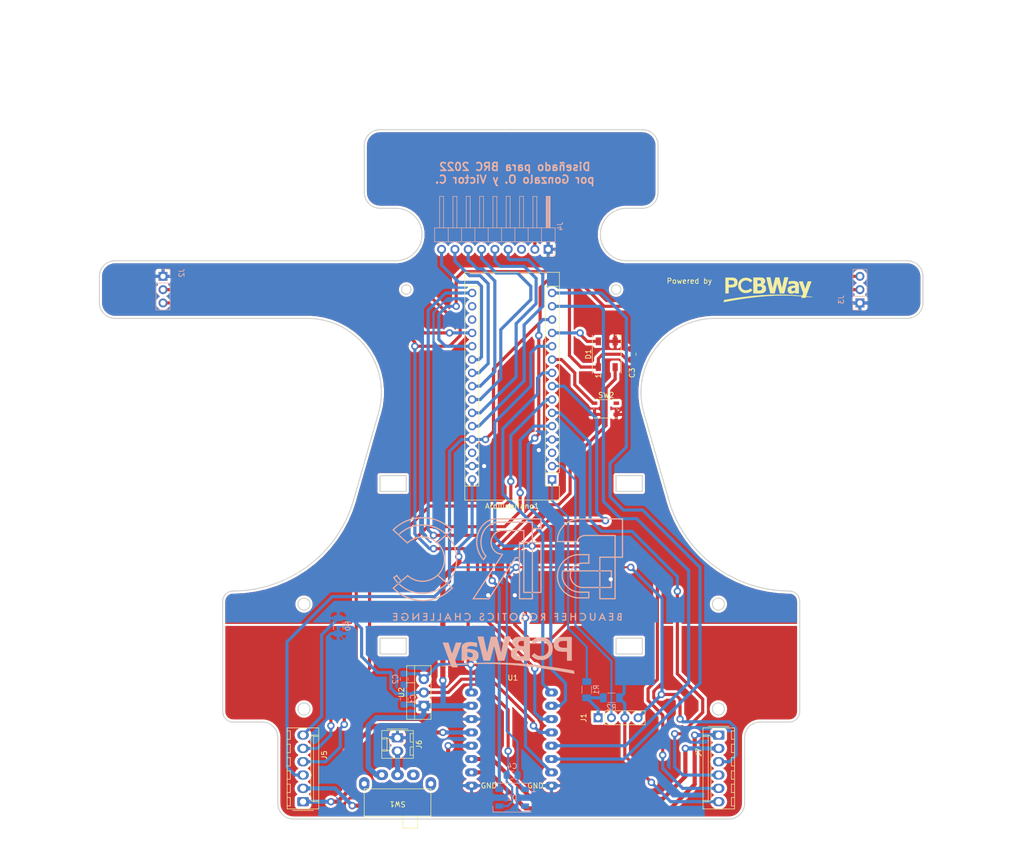
<source format=kicad_pcb>
(kicad_pcb (version 20211014) (generator pcbnew)
  (title_block (title "UsainBotv2") (rev "v01") (comment 2 "creativecommons.org/licenses/by/4.0/") (comment 3 "License: CC BY 4.0"))
  (layers (0 "F.Cu" signal) (31 "B.Cu" signal) (34 "B.Paste" user) (35 "F.Paste" user) (36 "B.SilkS" user "B.Silkscreen") (37 "F.SilkS" user "F.Silkscreen") (38 "B.Mask" user) (39 "F.Mask" user) (44 "Edge.Cuts" user))
  (net 0 "")
  (net 1 "Net-(ArduinoNano1-Pad1)")
  (net 2 "Net-(ArduinoNano1-Pad2)")
  (net 3 "GND")
  (net 4 "/D2")
  (net 5 "+5V")
  (net 6 "Net-(ArduinoNano1-Pad14)")
  (net 7 "VCC")
  (net 8 "Net-(ArduinoNano1-Pad16)")
  (net 9 "GNDPWR")
  (net 10 "/D3")
  (net 11 "/D4")
  (net 12 "/D8")
  (net 13 "/QTR-L")
  (net 14 "/QTR-R")
  (net 15 "Net-(ArduinoNano1-Pad25)")
  (net 16 "Net-(ArduinoNano1-Pad26)")
  (net 17 "/ML-1")
  (net 18 "Net-(ArduinoNano1-Pad21)")
  (net 19 "Net-(ArduinoNano1-Pad22)")
  (net 20 "Net-(ArduinoNano1-Pad23)")
  (net 21 "Net-(ArduinoNano1-Pad24)")
  (net 23 "Net-(ArduinoNano1-Pad12)")
  (net 25 "/ML-2")
  (net 28 "/MR-1")
  (net 29 "/MR-2")
  (net 31 "/D7")
  (net 32 "Net-(ArduinoNano1-Pad15)")
  (net 33 "Net-(ArduinoNano1-Pad13)")
  (net 34 "Net-(ArduinoNano1-Pad9)")
  (net 35 "Net-(ArduinoNano1-Pad8)")
  (net 37 "Net-(D1-Pad2)")
  (net 38 "Net-(J6-Pad2)")
  (net 39 "+5VD")
  (net 40 "Net-(J1-Pad1)")
  (footprint "usainbot:TB6612FNG Breakout" (layer "F.Cu") (at 98.425 154.94)
    (fp_text reference "U1")
    (fp_text value "TB6612FNG_breakout")
  )
  (footprint "Connector_PinSocket_2.54mm:PinSocket_1x04_P2.54mm_Vertical" (layer "F.Cu") (at 114.945 150.876 90)
    (fp_text reference "J1")
    (fp_text value "BT_MOD")
  )
  (footprint "Module:Arduino_Nano" (layer "F.Cu") (at 106.162 105.41 180)
    (fp_text reference "ArduinoNano1")
    (fp_text value "Arduino_Nano_v3.x")
  )
  (footprint "Capacitor_SMD:C_0805_2012Metric_Pad1.18x1.45mm_HandSolder" (layer "F.Cu") (at 121.412 81.534 90)
    (fp_text reference "C3")
    (fp_text value "0.1u")
  )
  (footprint "Connector_Molex:Molex_KK-254_AE-6410-06A_1x06_P2.54mm_Vertical" (layer "F.Cu") (at 58.694 166.878 90)
    (fp_text reference "J5")
    (fp_text value "M1")
  )
  (footprint "LED_SMD:LED_WS2812B_PLCC4_5.0x5.0mm_P3.2mm" (layer "F.Cu") (at 116.586 81.534 90)
    (fp_text reference "D1")
    (fp_text value "WS2812B")
  )
  (footprint "usainbot:SPST slide switch" (layer "F.Cu") (at 76.708 161.76 180)
    (fp_text reference "SW1")
    (fp_text value "SW_SPDT")
  )
  (footprint "Button_Switch_SMD:SW_Push_1P1T_NO_Vertical_Wuerth_434133025816" (layer "F.Cu") (at 116.332 91.948)
    (fp_text reference "SW2")
    (fp_text value "SW_Push")
  )
  (footprint "Package_TO_SOT_THT:TO-220-3_Vertical" (layer "F.Cu") (at 81.717 148.59 90)
    (fp_text reference "U2")
    (fp_text value "LM7805_TO220")
  )
  (footprint "Connector_Molex:Molex_KK-254_AE-6410-06A_1x06_P2.54mm_Vertical" (layer "F.Cu") (at 137.922 154.178 -90)
    (fp_text reference "J7")
    (fp_text value "M2")
  )
  (footprint "Connector_Molex:Molex_KK-254_AE-6410-02A_1x02_P2.54mm_Vertical" (layer "F.Cu") (at 76.688 154.686 -90)
    (fp_text reference "J6")
    (fp_text value "BATT")
  )
  (footprint "Connector_PinHeader_2.54mm:PinHeader_1x09_P2.54mm_Horizontal" (layer "B.Cu") (at 105.42 61.525 90)
    (fp_text reference "J4")
    (fp_text value "QTR-6A")
  )
  (footprint "Connector_PinHeader_2.54mm:PinHeader_1x03_P2.54mm_Vertical" (layer "B.Cu") (at 164.846 71.755)
    (fp_text reference "J3")
    (fp_text value "QTR1-R")
  )
  (footprint "Resistor_SMD:R_1206_3216Metric" (layer "B.Cu") (at 65.405 133.35 90)
    (fp_text reference "R0")
    (fp_text value "RESISTOR1206")
  )
  (footprint "Connector_PinHeader_2.54mm:PinHeader_1x03_P2.54mm_Vertical" (layer "B.Cu") (at 32.004 66.675 180)
    (fp_text reference "J2")
    (fp_text value "QTR1-L")
  )
  (footprint "Resistor_SMD:R_1206_3216Metric_Pad1.30x1.75mm_HandSolder" (layer "B.Cu") (at 112.776 145.516 90)
    (fp_text reference "R1")
    (fp_text value "1K")
  )
  (footprint "LED_SMD:LED_WS2812B_PLCC4_5.0x5.0mm_P3.2mm" (layer "B.Cu") (at 98.552 166.116 180)
    (fp_text reference "D2")
    (fp_text value "WS2812B")
  )
  (footprint "Resistor_SMD:R_1206_3216Metric_Pad1.30x1.75mm_HandSolder" (layer "B.Cu") (at 117.475 147.066)
    (fp_text reference "R2")
    (fp_text value "2K")
  )
  (footprint "Capacitor_SMD:C_0805_2012Metric_Pad1.18x1.45mm_HandSolder" (layer "B.Cu") (at 77.978 147.32 90)
    (fp_text reference "C1")
    (fp_text value "0.22u")
  )
  (footprint "Capacitor_SMD:C_0805_2012Metric_Pad1.18x1.45mm_HandSolder" (layer "B.Cu") (at 77.978 143.51 -90)
    (fp_text reference "C2")
    (fp_text value "0.1u")
  )
  (footprint "Capacitor_SMD:C_0805_2012Metric_Pad1.18x1.45mm_HandSolder" (layer "B.Cu") (at 98.552 161.798 180)
    (fp_text reference "C4")
    (fp_text value "0.1u")
  )
  (gr_poly (pts (xy 78.029012 130.859381) (xy 78.007878 130.860201) (xy 77.986921 130.861568) (xy 77.966142 130.863482) (xy 77.94554 130.865942) (xy 77.925116 130.868948) (xy 77.90487 130.8725) (xy 77.884801 130.876598) (xy 77.864909 130.881242) (xy 77.845195 130.886432) (xy 77.825659 130.892167) (xy 77.806299 130.898448) (xy 77.787117 130.905274) (xy 77.768112 130.912645) (xy 77.749284 130.920561) (xy 77.730633 130.929022) (xy 77.712913 130.938113) (xy 77.695232 130.947884) (xy 77.67759 130.958335) (xy 77.659986 130.969467) (xy 77.642419 130.981278) (xy 77.62489 130.993769) (xy 77.607399 131.006941) (xy 77.589944 131.020792) (xy 77.572525 131.035322) (xy 77.555143 131.050533) (xy 77.537796 131.066423) (xy 77.520484 131.082992) (xy 77.503207 131.100242) (xy 77.485965 131.118171) (xy 77.468758 131.136779) (xy 77.451584 131.156066) (xy 77.608586 131.306403) (xy 77.63136 131.27744) (xy 77.654747 131.250344) (xy 77.678745 131.225115) (xy 77.703357 131.201755) (xy 77.728581 131.180261) (xy 77.754418 131.160636) (xy 77.780868 131.14288) (xy 77.807931 131.126991) (xy 77.835607 131.112971) (xy 77.863896 131.10082) (xy 77.892799 131.090538) (xy 77.922315 131.082125) (xy 77.952444 131.075581) (xy 77.983188 131.070906) (xy 78.014544 131.068101) (xy 78.046515 131.067166) (xy 78.075186 131.06779) (xy 78.103273 131.069663) (xy 78.130776 131.072783) (xy 78.157696 131.077152) (xy 78.184033 131.082769) (xy 78.209786 131.089636) (xy 78.234956 131.097751) (xy 78.259542 131.107116) (xy 78.283545 131.11773) (xy 78.306965 131.129594) (xy 78.329801 131.142707) (xy 78.352053 131.15707) (xy 78.373723 131.172684) (xy 78.394809 131.189548) (xy 78.415311 131.207662) (xy 78.435231 131.227027) (xy 78.454245 131.246964) (xy 78.472033 131.267522) (xy 78.488595 131.288699) (xy 78.50393 131.310496) (xy 78.518038 131.332913) (xy 78.53092 131.355951) (xy 78.542575 131.379608) (xy 78.553004 131.403886) (xy 78.562206 131.428784) (xy 78.570181 131.454302) (xy 78.576929 131.480441) (xy 78.58245 131.5072) (xy 78.586745 131.53458) (xy 78.589812 131.56258) (xy 78.591653 131.591201) (xy 78.592267 131.620442) (xy 78.591583 131.65061) (xy 78.589533 131.680105) (xy 78.586115 131.708929) (xy 78.58133 131.73708) (xy 78.575178 131.764559) (xy 78.567659 131.791366) (xy 78.558773 131.8175) (xy 78.548519 131.842961) (xy 78.536898 131.86775) (xy 78.52391 131.891866) (xy 78.509554 131.915309) (xy 78.49383 131.938079) (xy 78.476739 131.960176) (xy 78.45828 131.9816) (xy 78.438454 132.00235) (xy 78.41726 132.022428) (xy 78.396703 132.040178) (xy 78.375932 132.056783) (xy 78.354945 132.072242) (xy 78.333744 132.086555) (xy 78.312328 132.099723) (xy 78.290698 132.111745) (xy 78.268853 132.122622) (xy 78.246794 132.132354) (xy 78.22452 132.14094) (xy 78.202033 132.148381) (xy 78.179331 132.154677) (xy 78.156415 132.159828) (xy 78.133285 132.163835) (xy 78.109941 132.166696) (xy 78.086384 132.168413) (xy 78.062613 132.168985) (xy 78.042407 132.168557) (xy 78.022462 132.167273) (xy 78.002776 132.165134) (xy 77.98335 132.162137) (xy 77.964184 132.158285) (xy 77.945276 132.153575) (xy 77.926627 132.148009) (xy 77.908236 132.141585) (xy 77.890104 132.134305) (xy 77.87223 132.126167) (xy 77.854613 132.117171) (xy 77.837254 132.107318) (xy 77.820152 132.096606) (xy 77.803306 132.085037) (xy 77.786717 132.072609) (xy 77.770385 132.059322) (xy 77.754628 132.045317) (xy 77.739767 132.030972) (xy 77.725801 132.016286) (xy 77.712729 132.001261) (xy 77.700553 131.985895) (xy 77.689272 131.97019) (xy 77.678885 131.954144) (xy 77.669393 131.937758) (xy 77.660796 131.921033) (xy 77.653094 131.903967) (xy 77.646287 131.886561) (xy 77.640374 131.868815) (xy 77.635356 131.850729) (xy 77.631233 131.832303) (xy 77.628004 131.813537) (xy 77.62567 131.794431) (xy 77.989779 131.794431) (xy 77.989779 131.587326) (xy 77.386338 131.587326) (xy 77.386338 131.635587) (xy 77.386943 131.676141) (xy 77.388757 131.71551) (xy 77.391783 131.753695) (xy 77.396022 131.790697) (xy 77.401475 131.82652) (xy 77.408144 131.861164) (xy 77.416031 131.894632) (xy 77.425137 131.926925) (xy 77.430077 131.941517) (xy 77.435421 131.955991) (xy 77.44117 131.970348) (xy 77.447322 131.984587) (xy 77.453879 131.998709) (xy 77.460842 132.012714) (xy 77.46821 132.026601) (xy 77.475984 132.040371) (xy 77.484164 132.054024) (xy 77.492751 132.06756) (xy 77.501745 132.080979) (xy 77.511146 132.09428) (xy 77.520955 132.107465) (xy 77.531173 132.120532) (xy 77.541799 132.133483) (xy 77.552834 132.146316) (xy 77.57868 132.174038) (xy 77.605391 132.199971) (xy 77.632967 132.224114) (xy 77.661407 132.246467) (xy 77.690712 132.267032) (xy 77.720882 132.285808) (xy 77.751916 132.302795) (xy 77.783816 132.317993) (xy 77.816579 132.331403) (xy 77.850208 132.343024) (xy 77.884701 132.352857) (xy 77.920059 132.360902) (xy 77.956281 132.367159) (xy 77.993368 132.371628) (xy 78.03132 132.374309) (xy 78.070136 132.375203) (xy 78.108112 132.374338) (xy 78.145399 132.371744) (xy 78.181996 132.367421) (xy 78.217905 132.361368) (xy 78.253124 132.353586) (xy 78.287655 132.344075) (xy 78.321496 132.332835) (xy 78.354649 132.319866) (xy 78.387112 132.305168) (xy 78.418886 132.288741) (xy 78.449972 132.270585) (xy 78.480368 132.2507) (xy 78.510075 132.229086) (xy 78.539093 132.205744) (xy 78.567422 132.180673) (xy 78.595063 132.153874) (xy 78.621527 132.125749) (xy 78.646284 132.096929) (xy 78.669333 132.067414) (xy 78.690674 132.037204) (xy 78.710308 132.006299) (xy 78.728235 131.974698) (xy 78.744454 131.942402) (xy 78.758965 131.909411) (xy 78.771769 131.875724) (xy 78.782866 131.841342) (xy 78.792255 131.806264) (xy 78.799937 131.770491) (xy 78.805912 131.734022) (xy 78.81018 131.696858) (xy 78.812741 131.658998) (xy 78.813594 131.620442) (xy 78.812726 131.581094) (xy 78.810121 131.542499) (xy 78.805779 131.504659) (xy 78.799701 131.467572) (xy 78.791886 131.431239) (xy 78.782335 131.39566) (xy 78.771048 131.360834) (xy 78.758025 131.326762) (xy 78.743265 131.293444) (xy 78.72677 131.26088) (xy 78.708539 131.22907) (xy 78.688571 131.198014) (xy 78.666868 131.167711) (xy 78.64343 131.138162) (xy 78.618256 131.109368) (xy 78.591346 131.081326) (xy 78.563181 131.054412) (xy 78.534262 131.029235) (xy 78.50459 131.005795) (xy 78.474165 130.984093) (xy 78.442987 130.964127) (xy 78.411056 130.945898) (xy 78.378372 130.929406) (xy 78.344935 130.914651) (xy 78.310744 130.901632) (xy 78.275801 130.890349) (xy 78.240104 130.880802) (xy 78.203654 130.872992) (xy 78.166452 130.866917) (xy 78.128496 130.862578) (xy 78.089787 130.859975) (xy 78.050325 130.859107)) (layer "B.SilkS") (width 0.009) (fill solid))
  (gr_poly (pts (xy 119.153597 130.887793) (xy 119.119732 130.888859) (xy 119.08773 130.890637) (xy 119.05759 130.893124) (xy 119.029311 130.896322) (xy 119.002895 130.900229) (xy 118.978339 130.904845) (xy 118.955644 130.91017) (xy 118.944767 130.913132) (xy 118.934103 130.916335) (xy 118.923652 130.919782) (xy 118.913413 130.923471) (xy 118.903387 130.927403) (xy 118.893574 130.931579) (xy 118.883974 130.935997) (xy 118.874587 130.940659) (xy 118.865412 130.945564) (xy 118.85645 130.950712) (xy 118.847702 130.956104) (xy 118.839166 130.961739) (xy 118.830842 130.967618) (xy 118.822732 130.973741) (xy 118.814834 130.980108) (xy 118.80715 130.986719) (xy 118.799575 130.993804) (xy 118.792197 131.001103) (xy 118.785017 131.008618) (xy 118.778035 131.016347) (xy 118.771252 131.02429) (xy 118.764666 131.032448) (xy 118.758279 131.04082) (xy 118.752091 131.049406) (xy 118.746102 131.058206) (xy 118.740312 131.06722) (xy 118.734722 131.076447) (xy 118.729332 131.085888) (xy 118.724141 131.095543) (xy 118.719151 131.105411) (xy 118.714361 131.115491) (xy 118.709772 131.125785) (xy 118.705303 131.136317) (xy 118.701122 131.146864) (xy 118.69723 131.157424) (xy 118.693627 131.168) (xy 118.690312 131.178589) (xy 118.687286 131.189193) (xy 118.684548 131.199812) (xy 118.682098 131.210446) (xy 118.679937 131.221095) (xy 118.678064 131.231758) (xy 118.67648 131.242437) (xy 118.675183 131.253131) (xy 118.674175 131.26384) (xy 118.673455 131.274564) (xy 118.673023 131.285304) (xy 118.672879 131.29606) (xy 118.673348 131.315498) (xy 118.674756 131.334559) (xy 118.677101 131.353242) (xy 118.680386 131.371548) (xy 118.684608 131.389476) (xy 118.689769 131.407027) (xy 118.695869 131.424201) (xy 118.702906 131.440999) (xy 118.710882 131.45742) (xy 118.719797 131.473464) (xy 118.72965 131.489133) (xy 118.740441 131.504425) (xy 118.75217 131.519342) (xy 118.764838 131.533883) (xy 118.778444 131.548049) (xy 118.792989 131.56184) (xy 118.778644 131.567037) (xy 118.764682 131.572698) (xy 118.751104 131.578825) (xy 118.73791 131.585416) (xy 118.7251 131.592471) (xy 118.712674 131.599992) (xy 118.700631 131.607978) (xy 118.688972 131.61643) (xy 118.677697 131.625347) (xy 118.666805 131.634729) (xy 118.656297 131.644577) (xy 118.646172 131.654891) (xy 118.63643 131.665672) (xy 118.627072 131.676918) (xy 118.618097 131.688631) (xy 118.609506 131.70081) (xy 118.601259 131.713234) (xy 118.593545 131.725908) (xy 118.586364 131.738833) (xy 118.579715 131.752008) (xy 118.573599 131.765435) (xy 118.568015 131.779113) (xy 118.562963 131.793042) (xy 118.558444 131.807223) (xy 118.554456 131.821656) (xy 118.551001 131.836341) (xy 118.548077 131.851278) (xy 118.545685 131.866468) (xy 118.543825 131.881911) (xy 118.542497 131.897606) (xy 118.5417 131.913555) (xy 118.541434 131.929758) (xy 118.541907 131.950942) (xy 118.543325 131.971714) (xy 118.54569 131.992074) (xy 118.549 132.012022) (xy 118.553255 132.031557) (xy 118.558457 132.05068) (xy 118.564603 132.06939) (xy 118.571696 132.087687) (xy 118.579733 132.10557) (xy 118.588716 132.12304) (xy 118.598645 132.140096) (xy 118.609518 132.156738) (xy 118.621337 132.172965) (xy 118.634101 132.188778) (xy 118.647811 132.204177) (xy 118.662465 132.21916) (xy 118.671643 132.228088) (xy 118.68096 132.236668) (xy 118.690416 132.2449) (xy 118.700012 132.252785) (xy 118.709748 132.260322) (xy 118.719623 132.267511) (xy 118.729637 132.274354) (xy 118.739792 132.28085) (xy 118.750086 132.286999) (xy 118.760521 132.292801) (xy 118.771095 132.298257) (xy 118.78181 132.303366) (xy 118.792665 132.30813) (xy 118.80366 132.312548) (xy 118.814796 132.31662) (xy 118.826073 132.320347) (xy 118.838686 132.323663) (xy 118.851691 132.326767) (xy 118.878872 132.332335) (xy 118.907619 132.337049) (xy 118.937932 132.340909) (xy 118.969812 132.343912) (xy 119.00326 132.346059) (xy 119.038278 132.347348) (xy 119.074866 132.347778) (xy 119.408717 132.347778) (xy 119.408717 132.140674) (xy 119.18834 132.140674) (xy 119.052133 132.140674) (xy 119.033768 132.140445) (xy 119.016024 132.139758) (xy 118.9989 132.138613) (xy 118.982397 132.137011) (xy 118.966514 132.13495) (xy 118.951251 132.132431) (xy 118.936608 132.129453) (xy 118.922585 132.126017) (xy 118.909182 132.122122) (xy 118.896398 132.117768) (xy 118.884235 132.112955) (xy 118.872691 132.107683) (xy 118.861766 132.101951) (xy 118.851461 132.09576) (xy 118.841775 132.08911) (xy 118.832708 132.082) (xy 118.823775 132.073954) (xy 118.815418 132.06564) (xy 118.807636 132.057059) (xy 118.800431 132.04821) (xy 118.793802 132.039094) (xy 118.787749 132.02971) (xy 118.782272 132.020059) (xy 118.777372 132.010141) (xy 118.773048 131.999956) (xy 118.7693 131.989503) (xy 118.766129 131.978784) (xy 118.763535 131.967798) (xy 118.761516 131.956545) (xy 118.760075 131.945025) (xy 118.75921 131.933239) (xy 118.758921 131.921186) (xy 118.759199 131.909492) (xy 118.760033 131.898031) (xy 118.761422 131.886805) (xy 118.763365 131.875814) (xy 118.765864 131.865057) (xy 118.768917 131.854535) (xy 118.772524 131.844249) (xy 118.776685 131.834198) (xy 118.7814 131.824383) (xy 118.786669 131.814805) (xy 118.79249 131.805462) (xy 118.798864 131.796357) (xy 118.80579 131.787489) (xy 118.813269 131.778858) (xy 118.8213 131.770464) (xy 118.829883 131.762308) (xy 118.838934 131.754643) (xy 118.848836 131.747471) (xy 118.859588 131.740791) (xy 118.871191 131.734605) (xy 118.883644 131.728912) (xy 118.896947 131.723714) (xy 118.911101 131.719009) (xy 118.926105 131.714798) (xy 118.941959 131.711082) (xy 118.958663 131.707861) (xy 118.976218 131.705135) (xy 118.994622 131.702903) (xy 119.013876 131.701168) (xy 119.033981 131.699928) (xy 119.054935 131.699183) (xy 119.076739 131.698935) (xy 119.18834 131.698935) (xy 119.18834 132.140674) (xy 119.408717 132.140674) (xy 119.408717 131.514499) (xy 119.18834 131.514499) (xy 119.119316 131.514499) (xy 119.104207 131.514287) (xy 119.089611 131.513651) (xy 119.075528 131.51259) (xy 119.061957 131.511105) (xy 119.048899 131.509196) (xy 119.036354 131.506862) (xy 119.024322 131.504103) (xy 119.012802 131.500919) (xy 119.001795 131.49731) (xy 118.991301 131.493277) (xy 118.98132 131.488818) (xy 118.971851 131.483934) (xy 118.962895 131.478624) (xy 118.954451 131.47289) (xy 118.946521 131.466729) (xy 118.939103 131.460143) (xy 118.932182 131.453149) (xy 118.925707 131.44575) (xy 118.919678 131.437948) (xy 118.914095 131.429741) (xy 118.908958 131.421131) (xy 118.904267 131.412117) (xy 118.900022 131.402699) (xy 118.896224 131.392877) (xy 118.892873 131.382652) (xy 118.889968 131.372023) (xy 118.887509 131.36099) (xy 118.885498 131.349554) (xy 118.883933 131.337714) (xy 118.882815 131.325471) (xy 118.882144 131.312824) (xy 118.881921 131.299774) (xy 118.88215 131.287097) (xy 118.882836 131.274805) (xy 118.88398 131.262898) (xy 118.885583 131.251377) (xy 118.887642 131.240243) (xy 118.89016 131.229494) (xy 118.893136 131.219132) (xy 118.896569 131.209157) (xy 118.900461 131.199567) (xy 118.904811 131.190365) (xy 118.909619 131.18155) (xy 118.914885 131.173121) (xy 118.920609 131.16508) (xy 118.926791 131.157425) (xy 118.933432 131.150159) (xy 118.940531 131.14328) (xy 118.948077 131.136809) (xy 118.956035 131.130755) (xy 118.964405 131.12512) (xy 118.973187 131.119901) (xy 118.982381 131.1151) (xy 118.991988 131.110717) (xy 119.002008 131.106751) (xy 119.012441 131.103202) (xy 119.023288 131.100071) (xy 119.034548 131.097358) (xy 119.046221 131.095062) (xy 119.058309 131.093183) (xy 119.070812 131.091722) (xy 119.083728 131.090678) (xy 119.09706 131.090052) (xy 119.110807 131.089844) (xy 119.18834 131.089844) (xy 119.18834 131.514499) (xy 119.408717 131.514499) (xy 119.408717 130.887437) (xy 119.189324 130.887437)) (layer "B.SilkS") (width 0.009) (fill solid))
  (gr_poly (pts (xy 95.349142 112.828456) (xy 95.283147 112.830519) (xy 95.093364 112.84831) (xy 94.905971 112.877585) (xy 94.721229 112.918036) (xy 94.539397 112.969352) (xy 94.360735 113.031226) (xy 94.185504 113.103349) (xy 94.013962 113.185412) (xy 93.846369 113.277107) (xy 93.682986 113.378125) (xy 93.524072 113.488157) (xy 93.369887 113.606894) (xy 93.220691 113.734029) (xy 93.076743 113.869251) (xy 92.938303 114.012253) (xy 92.805632 114.162726) (xy 92.678988 114.320362) (xy 92.558633 114.48485) (xy 92.444824 114.655884) (xy 92.337823 114.833153) (xy 92.237889 115.01635) (xy 92.145282 115.205166) (xy 92.060262 115.399292) (xy 91.983088 115.59842) (xy 91.914021 115.80224) (xy 91.85332 116.010444) (xy 91.801244 116.222723) (xy 91.758054 116.43877) (xy 91.72401 116.658274) (xy 91.699371 116.880927) (xy 91.684397 117.106422) (xy 91.679348 117.334448) (xy 91.685105 117.57216) (xy 91.702217 117.809758) (xy 91.730451 118.046627) (xy 91.76957 118.282155) (xy 91.81934 118.515728) (xy 91.879524 118.746732) (xy 91.949888 118.974554) (xy 92.030197 119.198581) (xy 92.120215 119.4182) (xy 92.219707 119.632796) (xy 92.328438 119.841757) (xy 92.446171 120.044469) (xy 92.572673 120.240319) (xy 92.707708 120.428693) (xy 92.85104 120.608978) (xy 93.002434 120.780561) (xy 93.09651 120.881748) (xy 93.718523 120.037452) (xy 93.656643 119.96811) (xy 93.546349 119.838084) (xy 93.44252 119.702394) (xy 93.345246 119.561291) (xy 93.254616 119.415026) (xy 93.17072 119.26385) (xy 93.093649 119.108015) (xy 93.023491 118.94777) (xy 92.960337 118.783367) (xy 92.904277 118.615056) (xy 92.8554 118.443089) (xy 92.813796 118.267716) (xy 92.779556 118.089188) (xy 92.752767 117.907756) (xy 92.733522 117.723671) (xy 92.721909 117.537183) (xy 92.718018 117.348545) (xy 92.722064 117.157138) (xy 92.73408 116.968555) (xy 92.753881 116.783009) (xy 92.781283 116.600713) (xy 92.816101 116.421881) (xy 92.858152 116.246725) (xy 92.907251 116.07546) (xy 92.963213 115.908298) (xy 93.025855 115.745453) (xy 93.094992 115.587138) (xy 93.170439 115.433567) (xy 93.252012 115.284952) (xy 93.339528 115.141507) (xy 93.432801 115.003446) (xy 93.531647 114.870982) (xy 93.635882 114.744327) (xy 93.745322 114.623696) (xy 93.859782 114.509301) (xy 93.979078 114.401357) (xy 94.103026 114.300076) (xy 94.23144 114.205671) (xy 94.364138 114.118357) (xy 94.500935 114.038345) (xy 94.641646 113.96585) (xy 94.786086 113.901086) (xy 94.934072 113.844264) (xy 95.08542 113.795599) (xy 95.239945 113.755304) (xy 95.397462 113.723591) (xy 95.557787 113.700676) (xy 95.720737 113.68677) (xy 95.886126 113.682087) (xy 95.886126 113.453075) (xy 95.708777 113.45805) (xy 95.534045 113.472824) (xy 95.362127 113.49717) (xy 95.193221 113.530862) (xy 95.027523 113.573674) (xy 94.865233 113.625377) (xy 94.706547 113.685747) (xy 94.551663 113.754556) (xy 94.400779 113.831578) (xy 94.254093 113.916586) (xy 94.111801 114.009353) (xy 93.974103 114.109653) (xy 93.841194 114.217259) (xy 93.713274 114.331945) (xy 93.590539 114.453483) (xy 93.473188 114.581648) (xy 93.361417 114.716213) (xy 93.255426 114.856951) (xy 93.15541 115.003635) (xy 93.061568 115.156039) (xy 92.974098 115.313936) (xy 92.893197 115.4771) (xy 92.819063 115.645304) (xy 92.751894 115.818321) (xy 92.691886 115.995925) (xy 92.639238 116.177889) (xy 92.594148 116.363987) (xy 92.556813 116.553991) (xy 92.52743 116.747676) (xy 92.506198 116.944814) (xy 92.493313 117.14518) (xy 92.488975 117.348545) (xy 92.492846 117.541347) (xy 92.504401 117.732079) (xy 92.523555 117.920501) (xy 92.55022 118.106372) (xy 92.58431 118.289451) (xy 92.625739 118.469498) (xy 92.67442 118.646273) (xy 92.730266 118.819535) (xy 92.793192 118.989042) (xy 92.863109 119.154556) (xy 92.939933 119.315834) (xy 93.023576 119.472637) (xy 93.113953 119.624723) (xy 93.210975 119.771853) (xy 93.314558 119.913785) (xy 93.424614 120.05028) (xy 93.07749 120.521417) (xy 92.945081 120.360566) (xy 92.819443 120.191632) (xy 92.700821 120.01525) (xy 92.589459 119.832059) (xy 92.485601 119.642695) (xy 92.389492 119.447795) (xy 92.301377 119.247996) (xy 92.221499 119.043935) (xy 92.150103 118.836249) (xy 92.087434 118.625575) (xy 92.033736 118.41255) (xy 91.989252 118.19781) (xy 91.954229 117.981993) (xy 91.92891 117.765736) (xy 91.913539 117.549675) (xy 91.908361 117.334448) (xy 91.913105 117.118006) (xy 91.927176 116.903968) (xy 91.950328 116.692625) (xy 91.982319 116.484271) (xy 92.022903 116.279198) (xy 92.071836 116.077701) (xy 92.128875 115.880071) (xy 92.193776 115.686602) (xy 92.266293 115.497587) (xy 92.346184 115.31332) (xy 92.527108 114.960197) (xy 92.627653 114.791928) (xy 92.734595 114.629579) (xy 92.847689 114.473442) (xy 92.966692 114.32381) (xy 93.091358 114.180976) (xy 93.221445 114.045234) (xy 93.356708 113.916876) (xy 93.496903 113.796195) (xy 93.641785 113.683485) (xy 93.791111 113.579038) (xy 93.944637 113.483148) (xy 94.102118 113.396108) (xy 94.26331 113.31821) (xy 94.427969 113.249747) (xy 94.595851 113.191014) (xy 94.766712 113.142302) (xy 94.940307 113.103905) (xy 95.116394 113.076115) (xy 95.294726 113.059227) (xy 95.474214 113.053559) (xy 103.922945 113.053559) (xy 103.922945 114.691477) (xy 102.525287 114.649181) (xy 102.525287 113.453068) (xy 95.88614 113.453068) (xy 95.88614 113.682082) (xy 102.296275 113.682082) (xy 102.296275 117.311704) (xy 102.525287 117.311704) (xy 102.525287 114.878276) (xy 102.407357 114.874707) (xy 102.414247 114.645821) (xy 102.525287 114.649181) (xy 102.525287 114.878276) (xy 104.151988 114.927507) (xy 104.151988 112.82452) (xy 95.475061 112.82452) (xy 95.475061 113.053532) (xy 95.474214 113.053559) (xy 95.349142 113.053559) (xy 95.349142 112.828456) (xy 95.475061 112.82452) (xy 104.151988 112.82452) (xy 104.151988 112.824514) (xy 95.349142 112.824514)) (layer "B.SilkS") (width 0.009) (fill solid))
  (gr_poly (pts (xy 84.765674 132.140669) (xy 84.336254 132.140669) (xy 84.336254 132.347774) (xy 84.986049 132.347774) (xy 84.986049 130.887433) (xy 84.765674 130.887433)) (layer "B.SilkS") (width 0.009) (fill solid))
  (gr_poly (pts (xy 114.232211 131.767099) (xy 114.23197 131.790224) (xy 114.231249 131.812558) (xy 114.230048 131.834102) (xy 114.228365 131.854855) (xy 114.226203 131.874818) (xy 114.223559 131.89399) (xy 114.220436 131.912372) (xy 114.216832 131.929964) (xy 114.212747 131.946766) (xy 114.208182 131.962779) (xy 114.203138 131.978001) (xy 114.197612 131.992435) (xy 114.191607 132.006079) (xy 114.185122 132.018933) (xy 114.178156 132.030999) (xy 114.17071 132.042276) (xy 114.158953 132.057507) (xy 114.146613 132.071757) (xy 114.13369 132.085025) (xy 114.120184 132.097311) (xy 114.106094 132.108615) (xy 114.09142 132.118937) (xy 114.076162 132.128276) (xy 114.06032 132.136633) (xy 114.043893 132.144007) (xy 114.026882 132.150398) (xy 114.009285 132.155807) (xy 113.991104 132.160232) (xy 113.972336 132.163675) (xy 113.952983 132.166134) (xy 113.933045 132.167609) (xy 113.91252 132.168101) (xy 113.89189 132.167609) (xy 113.871851 132.166134) (xy 113.852403 132.163675) (xy 113.833546 132.160232) (xy 113.81528 132.155807) (xy 113.797605 132.150398) (xy 113.780522 132.144007) (xy 113.764029 132.136633) (xy 113.748128 132.128276) (xy 113.732818 132.118937) (xy 113.718099 132.108615) (xy 113.703971 132.097311) (xy 113.690435 132.085025) (xy 113.677491 132.071757) (xy 113.665138 132.057507) (xy 113.653376 132.042276) (xy 113.645931 132.031339) (xy 113.638965 132.019566) (xy 113.63248 132.006959) (xy 113.626475 131.993516) (xy 113.62095 131.979237) (xy 113.615905 131.964124) (xy 113.61134 131.948176) (xy 113.607256 131.931393) (xy 113.603652 131.913776) (xy 113.600528 131.895324) (xy 113.597885 131.876038) (xy 113.595722 131.855918) (xy 113.59404 131.834964) (xy 113.592838 131.813176) (xy 113.592117 131.790554) (xy 113.591877 131.767099) (xy 113.591877 130.887433) (xy 113.3715 130.887433) (xy 113.3715 131.827551) (xy 113.372062 131.856087) (xy 113.373747 131.883987) (xy 113.376556 131.911249) (xy 113.380489 131.937875) (xy 113.385545 131.963864) (xy 113.391724 131.989217) (xy 113.399027 132.013933) (xy 113.407453 132.038013) (xy 113.417002 132.061457) (xy 113.427675 132.084265) (xy 113.439471 132.106436) (xy 113.45239 132.127972) (xy 113.466432 132.148871) (xy 113.481597 132.169135) (xy 113.497885 132.188763) (xy 113.515296 132.207756) (xy 113.535801 132.227923) (xy 113.556881 132.246788) (xy 113.578538 132.264351) (xy 113.600771 132.280612) (xy 113.62358 132.295572) (xy 113.646966 132.30923) (xy 113.670927 132.321586) (xy 113.695465 132.332641) (xy 113.720579 132.342395) (xy 113.74627 132.350849) (xy 113.772537 132.358001) (xy 113.79938 132.363852) (xy 113.8268 132.368403) (xy 113.854797 132.371654) (xy 113.88337 132.373604) (xy 113.91252 132.374254) (xy 113.941666 132.373604) (xy 113.970229 132.371654) (xy 113.998209 132.368403) (xy 114.025605 132.363852) (xy 114.052418 132.358001) (xy 114.078648 132.350849) (xy 114.104294 132.342395) (xy 114.129356 132.332641) (xy 114.153836 132.321586) (xy 114.177731 132.30923) (xy 114.201044 132.295572) (xy 114.223773 132.280612) (xy 114.245918 132.264351) (xy 114.267481 132.246788) (xy 114.288459 132.227923) (xy 114.308855 132.207756) (xy 114.326255 132.188763) (xy 114.342533 132.169135) (xy 114.357689 132.148871) (xy 114.371724 132.127972) (xy 114.384637 132.106436) (xy 114.396428 132.084265) (xy 114.407096 132.061457) (xy 114.416642 132.038013) (xy 114.425066 132.013933) (xy 114.432367 131.989217) (xy 114.438545 131.963864) (xy 114.4436 131.937875) (xy 114.447532 131.911249) (xy 114.45034 131.883987) (xy 114.452026 131.856087) (xy 114.452587 131.827551) (xy 114.452587 130.887433) (xy 114.232211 130.887433)) (layer "B.SilkS") (width 0.009) (fill solid))
  (gr_poly (pts (xy 83.46138 132.140669) (xy 83.031963 132.140669) (xy 83.031963 132.347774) (xy 83.681724 132.347774) (xy 83.681724 130.887433) (xy 83.46138 130.887433)) (layer "B.SilkS") (width 0.009) (fill solid))
  (gr_poly (pts (xy 96.739279 115.041933) (xy 96.73964 115.041933) (xy 96.73964 115.041924)) (layer "B.SilkS") (width 0.009) (fill solid))
  (gr_poly (pts (xy 75.857874 131.094535) (xy 76.443311 131.094535) (xy 76.443311 131.445467) (xy 75.874922 131.445467) (xy 75.874922 131.652574) (xy 76.443311 131.652574) (xy 76.443311 132.140667) (xy 75.857874 132.140667) (xy 75.857874 132.347771) (xy 76.663721 132.347771) (xy 76.663721 130.88743) (xy 75.857874 130.88743)) (layer "B.SilkS") (width 0.009) (fill solid))
  (gr_poly (pts (xy 96.655825 131.094535) (xy 96.990661 131.094535) (xy 96.990661 132.347771) (xy 97.211007 132.347771) (xy 97.211007 131.094535) (xy 97.546763 131.094535) (xy 97.546763 130.88743) (xy 96.655825 130.88743)) (layer "B.SilkS") (width 0.009) (fill solid))
  (gr_poly (pts (xy 96.951011 135.96953) (xy 96.637388 137.497422) (xy 96.561384 137.863382) (xy 96.526957 138.023449) (xy 96.496073 138.163085) (xy 96.469604 138.278425) (xy 96.448419 138.365602) (xy 96.433389 138.420749) (xy 96.428454 138.435104) (xy 96.426679 138.438765) (xy 96.425384 138.440001) (xy 96.413564 138.409034) (xy 96.387597 138.32025) (xy 96.299764 137.994131) (xy 96.174981 137.511455) (xy 96.02634 136.922031) (xy 95.64768 135.403985) (xy 94.50333 135.403985) (xy 94.145059 136.921799) (xy 94.004362 137.511142) (xy 93.886156 137.993778) (xy 93.802852 138.319898) (xy 93.778169 138.408698) (xy 93.770748 138.43181) (xy 93.766866 138.439691) (xy 93.757266 138.413584) (xy 93.737458 138.338735) (xy 93.672058 138.063806) (xy 93.580345 137.656897) (xy 93.472 137.16) (xy 93.141398 135.632187) (xy 93.085666 135.384141) (xy 92.513454 135.384141) (xy 92.398506 135.384574) (xy 92.291271 135.385816) (xy 92.194095 135.38778) (xy 92.109325 135.390379) (xy 92.039308 135.393525) (xy 91.986391 135.397132) (xy 91.967077 135.399081) (xy 91.952919 135.401113) (xy 91.944209 135.403216) (xy 91.941989 135.404291) (xy 91.941241 135.40538) (xy 92.516709 137.688728) (xy 92.923134 139.291786) (xy 93.092177 139.969364) (xy 93.095457 139.971251) (xy 93.105082 139.973084) (xy 93.142066 139.976556) (xy 93.277904 139.982446) (xy 93.478951 139.986428) (xy 93.724466 139.98789) (xy 93.8252 139.987795) (xy 93.914843 139.987464) (xy 93.994057 139.986827) (xy 94.063508 139.985811) (xy 94.094779 139.98514) (xy 94.123859 139.984348) (xy 94.15083 139.983426) (xy 94.175775 139.982365) (xy 94.198777 139.981157) (xy 94.21992 139.979792) (xy 94.239286 139.978263) (xy 94.256958 139.97656) (xy 94.27302 139.974673) (xy 94.287554 139.972596) (xy 94.300644 139.970317) (xy 94.312372 139.96783) (xy 94.322822 139.965124) (xy 94.332076 139.962192) (xy 94.340218 139.959023) (xy 94.34733 139.95561) (xy 94.350527 139.953809) (xy 94.353497 139.951943) (xy 94.356251 139.950012) (xy 94.3588 139.948015) (xy 94.361153 139.945949) (xy 94.363322 139.943815) (xy 94.365317 139.94161) (xy 94.367148 139.939335) (xy 94.370359 139.934566) (xy 94.373039 139.929499) (xy 94.375271 139.924126) (xy 94.377138 139.918438) (xy 94.743629 138.508213) (xy 94.813724 138.239515) (xy 94.880206 137.99007) (xy 94.941539 137.765249) (xy 94.996191 137.570425) (xy 95.042628 137.410969) (xy 95.079319 137.292253) (xy 95.093529 137.249851) (xy 95.104728 137.219648) (xy 95.112724 137.202316) (xy 95.11546 137.198686) (xy 95.117324 137.198526) (xy 95.129082 137.229882) (xy 95.152088 137.307676) (xy 95.22639 137.581884) (xy 95.329312 137.979762) (xy 95.44994 138.459922) (xy 95.676944 139.372548) (xy 95.794338 139.839062) (xy 95.833637 139.98789) (xy 96.467166 139.98789) (xy 96.594416 139.987423) (xy 96.713127 139.986085) (xy 96.820702 139.98397) (xy 96.914544 139.981171) (xy 96.992053 139.977783) (xy 97.050633 139.9739) (xy 97.072013 139.971802) (xy 97.087686 139.969616) (xy 97.097329 139.967353) (xy 97.099786 139.966196) (xy 97.100615 139.965025) (xy 97.26966 139.283762) (xy 97.676086 137.677877) (xy 98.082508 136.074337) (xy 98.251552 135.398791) (xy 98.248495 135.397294) (xy 98.239525 135.39584) (xy 98.205056 135.393091) (xy 98.078457 135.388433) (xy 97.891089 135.385292) (xy 97.662286 135.38414) (xy 97.073021 135.38414)) (layer "B.SilkS") (width 0.015) (fill solid))
  (gr_poly (pts (xy 92.731628 130.860058) (xy 92.701355 130.862939) (xy 92.671948 130.867741) (xy 92.643405 130.874463) (xy 92.615728 130.883107) (xy 92.588915 130.893671) (xy 92.562967 130.906156) (xy 92.537885 130.920562) (xy 92.513667 130.936889) (xy 92.490315 130.955137) (xy 92.467827 130.975306) (xy 92.446205 130.997396) (xy 92.425448 131.021407) (xy 92.405557 131.04734) (xy 92.38653 131.075194) (xy 92.368369 131.104969) (xy 92.547057 131.21092) (xy 92.553318 131.200279) (xy 92.559541 131.19011) (xy 92.565725 131.180414) (xy 92.571871 131.17119) (xy 92.577979 131.162439) (xy 92.584048 131.154161) (xy 92.590079 131.146356) (xy 92.596072 131.139025) (xy 92.602027 131.132167) (xy 92.607944 131.125783) (xy 92.613824 131.119873) (xy 92.619665 131.114438) (xy 92.62547 131.109477) (xy 92.631236 131.104991) (xy 92.636965 131.10098) (xy 92.642657 131.097445) (xy 92.648675 131.093777) (xy 92.654906 131.090347) (xy 92.66135 131.087154) (xy 92.668007 131.084198) (xy 92.674878 131.081479) (xy 92.681962 131.078997) (xy 92.689261 131.076752) (xy 92.696774 131.074744) (xy 92.704501 131.072972) (xy 92.712442 131.071436) (xy 92.720599 131.070138) (xy 92.72897 131.069075) (xy 92.737556 131.068249) (xy 92.746358 131.067659) (xy 92.755375 131.067305) (xy 92.764608 131.067187) (xy 92.775963 131.067389) (xy 92.787074 131.067997) (xy 92.79794 131.069009) (xy 92.80856 131.070427) (xy 92.818936 131.072251) (xy 92.829067 131.07448) (xy 92.838953 131.077116) (xy 92.848595 131.080157) (xy 92.857991 131.083605) (xy 92.867143 131.087459) (xy 92.87605 131.091719) (xy 92.884712 131.096387) (xy 92.89313 131.101462) (xy 92.901303 131.106944) (xy 92.909231 131.112833) (xy 92.916914 131.11913) (xy 92.924244 131.125627) (xy 92.931101 131.132328) (xy 92.937486 131.139236) (xy 92.943398 131.146349) (xy 92.948838 131.153668) (xy 92.953804 131.161193) (xy 92.958298 131.168925) (xy 92.962319 131.176863) (xy 92.965867 131.185007) (xy 92.968943 131.193358) (xy 92.971545 131.201916) (xy 92.973674 131.210681) (xy 92.97533 131.219653) (xy 92.976513 131.228832) (xy 92.977223 131.238218) (xy 92.97746 131.247812) (xy 92.977304 131.254453) (xy 92.976839 131.261013) (xy 92.976062 131.267492) (xy 92.974976 131.273888) (xy 92.973579 131.280204) (xy 92.971871 131.286437) (xy 92.969853 131.292589) (xy 92.967524 131.29866) (xy 92.964885 131.304649) (xy 92.961936 131.310557) (xy 92.958676 131.316383) (xy 92.955105 131.322128) (xy 92.951225 131.327791) (xy 92.947034 131.333373) (xy 92.942532 131.338874) (xy 92.93772 131.344293) (xy 92.932598 131.349631) (xy 92.927165 131.354888) (xy 92.921422 131.360064) (xy 92.915368 131.365158) (xy 92.90233 131.375103) (xy 92.888051 131.384723) (xy 92.87253 131.394019) (xy 92.855768 131.402991) (xy 92.837765 131.411638) (xy 92.818521 131.419962) (xy 92.672913 131.479523) (xy 92.651058 131.488636) (xy 92.62995 131.497994) (xy 92.609588 131.5076) (xy 92.589973 131.517452) (xy 92.571105 131.52755) (xy 92.552983 131.537896) (xy 92.535608 131.548488) (xy 92.518979 131.559327) (xy 92.503095 131.570413) (xy 92.487958 131.581747) (xy 92.473566 131.593328) (xy 92.459919 131.605156) (xy 92.447019 131.617231) (xy 92.434863 131.629554) (xy 92.423453 131.642125) (xy 92.412787 131.654943) (xy 92.402821 131.668074) (xy 92.393498 131.681571) (xy 92.384818 131.695434) (xy 92.376782 131.709662) (xy 92.369387 131.724256) (xy 92.362636 131.739216) (xy 92.356528 131.754541) (xy 92.351063 131.770231) (xy 92.346241 131.786286) (xy 92.342062 131.802706) (xy 92.338526 131.81949) (xy 92.335632 131.83664) (xy 92.333382 131.854153) (xy 92.331774 131.872031) (xy 92.33081 131.890274) (xy 92.330489 131.90888) (xy 92.331014 131.933794) (xy 92.332588 131.958162) (xy 92.335213 131.981983) (xy 92.338887 132.005258) (xy 92.343611 132.027986) (xy 92.349385 132.050167) (xy 92.356208 132.0718) (xy 92.36408 132.092886) (xy 92.373002 132.113425) (xy 92.382973 132.133415) (xy 92.393992 132.152857) (xy 92.406061 132.171752) (xy 92.419179 132.190097) (xy 92.433345 132.207894) (xy 92.44856 132.225142) (xy 92.464824 132.241841) (xy 92.481981 132.257874) (xy 92.499649 132.272872) (xy 92.517829 132.286836) (xy 92.53652 132.299765) (xy 92.555721 132.31166) (xy 92.575433 132.322521) (xy 92.595655 132.332347) (xy 92.616386 132.341139) (xy 92.637627 132.348897) (xy 92.659377 132.35562) (xy 92.681635 132.361309) (xy 92.704402 132.365964) (xy 92.727677 132.369584) (xy 92.75146 132.37217) (xy 92.77575 132.373722) (xy 92.800547 132.374239) (xy 92.824053 132.373799) (xy 92.847042 132.372481) (xy 92.869513 132.370284) (xy 92.891466 132.367208) (xy 92.912901 132.363253) (xy 92.933819 132.35842) (xy 92.95422 132.352707) (xy 92.974103 132.346116) (xy 92.993469 132.338646) (xy 93.012317 132.330297) (xy 93.030649 132.321069) (xy 93.048464 132.310962) (xy 93.065762 132.299977) (xy 93.082543 132.288113) (xy 93.098807 132.27537) (xy 93.114555 132.261748) (xy 93.129449 132.247311) (xy 93.143626 132.232159) (xy 93.157086 132.21629) (xy 93.169831 132.199706) (xy 93.181858 132.182406) (xy 93.19317 132.16439) (xy 93.203765 132.145659) (xy 93.213643 132.126212) (xy 93.222806 132.10605) (xy 93.231252 132.085172) (xy 93.238982 132.063579) (xy 93.245996 132.04127) (xy 93.252294 132.018246) (xy 93.257876 131.994507) (xy 93.262742 131.970053) (xy 93.266892 131.944883) (xy 93.043691 131.895671) (xy 93.03955 131.926589) (xy 93.034701 131.955024) (xy 93.03201 131.968311) (xy 93.029141 131.980977) (xy 93.026095 131.993022) (xy 93.022871 132.004447) (xy 93.019469 132.015251) (xy 93.015889 132.025435) (xy 93.012132 132.034998) (xy 93.008195 132.04394) (xy 93.004081 132.052262) (xy 92.999789 132.059963) (xy 92.995318 132.067043) (xy 92.990668 132.073503) (xy 92.981911 132.084957) (xy 92.972666 132.095671) (xy 92.962933 132.105647) (xy 92.952712 132.114883) (xy 92.942003 132.123381) (xy 92.930807 132.13114) (xy 92.919123 132.13816) (xy 92.906951 132.14444) (xy 92.894292 132.149982) (xy 92.881146 132.154785) (xy 92.867512 132.158849) (xy 92.853392 132.162174) (xy 92.838784 132.164761) (xy 92.82369 132.166608) (xy 92.808108 132.167716) (xy 92.792041 132.168086) (xy 92.779305 132.167816) (xy 92.766839 132.167007) (xy 92.754645 132.165658) (xy 92.742721 132.163769) (xy 92.731069 132.161341) (xy 92.719688 132.158373) (xy 92.708579 132.154865) (xy 92.697742 132.150818) (xy 92.687177 132.14623) (xy 92.676886 132.141103) (xy 92.666867 132.135436) (xy 92.657121 132.129228) (xy 92.647649 132.122481) (xy 92.638451 132.115193) (xy 92.629526 132.107366) (xy 92.620876 132.098998) (xy 92.612625 132.090228) (xy 92.604907 132.08117) (xy 92.597723 132.071824) (xy 92.591073 132.062189) (xy 92.584956 132.052265) (xy 92.579372 132.042053) (xy 92.574321 132.031552) (xy 92.569803 132.020763) (xy 92.565817 132.009684) (xy 92.562364 131.998315) (xy 92.559442 131.986658) (xy 92.557052 131.974711) (xy 92.555194 131.962474) (xy 92.553867 131.949947) (xy 92.55307 131.937131) (xy 92.552805 131.924024) (xy 92.552991 131.913502) (xy 92.553547 131.903201) (xy 92.554472 131.89312) (xy 92.555765 131.883261) (xy 92.557423 131.873624) (xy 92.559447 131.864209) (xy 92.561834 131.855016) (xy 92.564582 131.846046) (xy 92.566116 131.841634) (xy 92.567753 131.837265) (xy 92.569493 131.832942) (xy 92.571335 131.828662) (xy 92.57328 131.824427) (xy 92.575329 131.820236) (xy 92.577481 131.816089) (xy 92.579736 131.811987) (xy 92.582094 131.807928) (xy 92.584556 131.803913) (xy 92.587122 131.799941) (xy 92.589791 131.796013) (xy 92.592564 131.792129) (xy 92.595441 131.788288) (xy 92.598422 131.784491) (xy 92.601508 131.780737) (xy 92.604692 131.777031) (xy 92.607993 131.773355) (xy 92.611409 131.769708) (xy 92.614942 131.766091) (xy 92.618591 131.762503) (xy 92.622354 131.758945) (xy 92.626233 131.755415) (xy 92.630227 131.751915) (xy 92.634335 131.748444) (xy 92.638558 131.745002) (xy 92.642894 131.741589) (xy 92.647344 131.738204) (xy 92.651908 131.734849) (xy 92.656585 131.731521) (xy 92.661375 131.728223) (xy 92.666277 131.724952) (xy 92.676444 131.718478) (xy 92.687084 131.712081) (xy 92.698197 131.70576) (xy 92.709783 131.699516) (xy 92.721843 131.693348) (xy 92.734376 131.687255) (xy 92.747382 131.681238) (xy 92.760861 131.675295) (xy 92.9018 131.616622) (xy 92.938104 131.600327) (xy 92.972067 131.583116) (xy 93.003689 131.564987) (xy 93.032969 131.54594) (xy 93.059908 131.525977) (xy 93.084505 131.505097) (xy 93.10676 131.483299) (xy 93.126673 131.460585) (xy 93.135751 131.448884) (xy 93.144244 131.436954) (xy 93.152151 131.424795) (xy 93.159472 131.412407) (xy 93.166208 131.399789) (xy 93.172358 131.386943) (xy 93.177923 131.373867) (xy 93.182902 131.360562) (xy 93.187295 131.347028) (xy 93.191102 131.333265) (xy 93.194324 131.319273) (xy 93.19696 131.305052) (xy 93.199011 131.290602) (xy 93.200475 131.275922) (xy 93.201647 131.245877) (xy 93.201155 131.225524) (xy 93.199679 131.205592) (xy 93.19722 131.186079) (xy 93.193778 131.166987) (xy 93.189352 131.148315) (xy 93.183943 131.130063) (xy 93.17755 131.112232) (xy 93.170175 131.094821) (xy 93.161816 131.077832) (xy 93.152475 131.061263) (xy 93.14215 131.045115) (xy 93.130843 131.029389) (xy 93.118554 131.014084) (xy 93.105282 130.9992) (xy 93.091027 130.984738) (xy 93.07579 130.970698) (xy 93.059828 130.957186) (xy 93.043385 130.944545) (xy 93.026463 130.932775) (xy 93.00906 130.921877) (xy 92.991178 130.911851) (xy 92.972815 130.902696) (xy 92.953972 130.894413) (xy 92.934649 130.887002) (xy 92.914845 130.880462) (xy 92.894561 130.874794) (xy 92.873796 130.869998) (xy 92.852551 130.866074) (xy 92.830826 130.863022) (xy 92.80862 130.860842) (xy 92.785933 130.859534) (xy 92.762765 130.859098)) (layer "B.SilkS") (width 0.009) (fill solid))
  (gr_poly (pts (xy 100.75605 135.423851) (xy 100.511595 135.424256) (xy 100.29331 135.425694) (xy 100.099213 135.4285) (xy 99.927322 135.43301) (xy 99.775656 135.439559) (xy 99.642234 135.44848) (xy 99.581745 135.453936) (xy 99.525074 135.460111) (xy 99.471973 135.467047) (xy 99.422194 135.474786) (xy 99.37549 135.483369) (xy 99.331613 135.492839) (xy 99.290316 135.503238) (xy 99.25135 135.514606) (xy 99.214468 135.526988) (xy 99.179422 135.540423) (xy 99.145965 135.554955) (xy 99.113849 135.570624) (xy 99.082826 135.587473) (xy 99.052648 135.605544) (xy 99.023068 135.624879) (xy 98.993839 135.645519) (xy 98.964711 135.667506) (xy 98.935439 135.690883) (xy 98.875468 135.741972) (xy 98.836791 135.778217) (xy 98.800728 135.816475) (xy 98.767275 135.856616) (xy 98.736429 135.898508) (xy 98.708185 135.94202) (xy 98.682541 135.987023) (xy 98.659492 136.033386) (xy 98.639036 136.080978) (xy 98.621169 136.129668) (xy 98.605886 136.179326) (xy 98.593185 136.22982) (xy 98.583062 136.281021) (xy 98.575514 136.332798) (xy 98.570537 136.38502) (xy 98.568127 136.437556) (xy 98.568281 136.490277) (xy 98.570996 136.54305) (xy 98.576267 136.595746) (xy 98.584092 136.648233) (xy 98.594466 136.700382) (xy 98.607386 136.752062) (xy 98.62285 136.803141) (xy 98.640852 136.85349) (xy 98.66139 136.902977) (xy 98.68446 136.951473) (xy 98.710058 136.998845) (xy 98.738182 137.044965) (xy 98.768827 137.0897) (xy 98.801989 137.132921) (xy 98.837666 137.174497) (xy 98.875854 137.214297) (xy 98.91655 137.25219) (xy 98.949214 137.280464) (xy 98.9827 137.308608) (xy 99.016058 137.335881) (xy 99.048339 137.361539) (xy 99.078593 137.384841) (xy 99.10587 137.405044) (xy 99.129222 137.421407) (xy 99.13913 137.427916) (xy 99.1477 137.433186) (xy 99.159594 137.440373) (xy 99.16958 137.446926) (xy 99.177569 137.452936) (xy 99.18347 137.458495) (xy 99.18561 137.461133) (xy 99.187194 137.463692) (xy 99.188212 137.466184) (xy 99.188652 137.46862) (xy 99.188503 137.471011) (xy 99.187753 137.473368) (xy 99.186393 137.475703) (xy 99.184409 137.478028) (xy 99.181792 137.480353) (xy 99.17853 137.48269) (xy 99.170026 137.487446) (xy 99.158808 137.492386) (xy 99.144786 137.4976) (xy 99.127871 137.503181) (xy 99.107972 137.509218) (xy 99.058868 137.523026) (xy 99.015469 137.536361) (xy 98.970701 137.552931) (xy 98.92498 137.572443) (xy 98.878725 137.594604) (xy 98.832353 137.619123) (xy 98.786282 137.645706) (xy 98.740928 137.674062) (xy 98.69671 137.703897) (xy 98.654045 137.734919) (xy 98.61335 137.766836) (xy 98.575044 137.799356) (xy 98.539543 137.832185) (xy 98.507265 137.865032) (xy 98.478628 137.897603) (xy 98.454049 137.929607) (xy 98.443412 137.945305) (xy 98.433945 137.960751) (xy 98.422813 137.981064) (xy 98.412605 138.002099) (xy 98.403271 138.024167) (xy 98.394759 138.047582) (xy 98.387019 138.072654) (xy 98.379998 138.099696) (xy 98.373647 138.12902) (xy 98.367913 138.160937) (xy 98.358094 138.2338) (xy 98.350131 138.32078) (xy 98.343616 138.424372) (xy 98.338138 138.547073) (xy 98.335053 138.646509) (xy 98.3339 138.73753) (xy 98.3349 138.820844) (xy 98.338275 138.897157) (xy 98.344246 138.967176) (xy 98.348274 139.000047) (xy 98.353035 139.031609) (xy 98.358556 139.06195) (xy 98.364864 139.091161) (xy 98.371988 139.119327) (xy 98.379955 139.146539) (xy 98.388792 139.172884) (xy 98.398529 139.198451) (xy 98.409191 139.223328) (xy 98.420808 139.247604) (xy 98.433406 139.271366) (xy 98.447014 139.294703) (xy 98.461659 139.317704) (xy 98.477368 139.340456) (xy 98.494171 139.363049) (xy 98.512093 139.38557) (xy 98.55141 139.430751) (xy 98.595541 139.476707) (xy 98.644707 139.524144) (xy 98.689441 139.564905) (xy 98.733826 139.603114) (xy 98.778073 139.63888) (xy 98.822391 139.672311) (xy 98.866991 139.703514) (xy 98.912085 139.732598) (xy 98.957882 139.75967) (xy 99.004593 139.784839) (xy 99.052428 139.808213) (xy 99.101598 139.829899) (xy 99.152313 139.850006) (xy 99.204785 139.868641) (xy 99.259223 139.885914) (xy 99.315838 139.901931) (xy 99.37484 139.9168) (xy 99.436441 139.93063) (xy 99.436441 139.930555) (xy 99.517433 139.944568) (xy 99.619267 139.956378) (xy 99.744682 139.966096) (xy 99.896416 139.97383) (xy 100.077208 139.979691) (xy 100.289797 139.98379) (xy 100.821318 139.987139) (xy 101.94249 139.98789) (xy 101.94249 138.003519) (xy 100.791554 138.003519) (xy 100.791554 139.154472) (xy 100.364914 139.153572) (xy 100.274356 139.152534) (xy 100.19025 139.149735) (xy 100.112297 139.145075) (xy 100.040197 139.138451) (xy 100.006248 139.134372) (xy 99.97365 139.129764) (xy 99.942366 139.124615) (xy 99.912358 139.118911) (xy 99.883588 139.112641) (xy 99.856019 139.105792) (xy 99.829614 139.09835) (xy 99.804336 139.090304) (xy 99.780146 139.081641) (xy 99.757007 139.072348) (xy 99.734883 139.062412) (xy 99.713734 139.051821) (xy 99.693525 139.040562) (xy 99.674217 139.028623) (xy 99.655774 139.01599) (xy 99.638157 139.002652) (xy 99.621329 138.988595) (xy 99.605253 138.973807) (xy 99.589891 138.958275) (xy 99.575206 138.941986) (xy 99.56116 138.924929) (xy 99.547716 138.907089) (xy 99.534837 138.888456) (xy 99.522484 138.869015) (xy 99.505387 138.838054) (xy 99.490375 138.804871) (xy 99.477458 138.769767) (xy 99.466645 138.733046) (xy 99.457945 138.695009) (xy 99.451368 138.65596) (xy 99.446923 138.616199) (xy 99.444618 138.57603) (xy 99.444463 138.535756) (xy 99.446468 138.495677) (xy 99.45064 138.456097) (xy 99.45699 138.417318) (xy 99.465526 138.379643) (xy 99.476258 138.343374) (xy 99.489195 138.308812) (xy 99.504346 138.276261) (xy 99.525165 138.240182) (xy 99.548929 138.207064) (xy 99.575914 138.176819) (xy 99.606395 138.149356) (xy 99.640647 138.124588) (xy 99.678946 138.102424) (xy 99.721566 138.082776) (xy 99.768784 138.065554) (xy 99.820875 138.050669) (xy 99.878113 138.038032) (xy 99.940775 138.027554) (xy 100.009135 138.019145) (xy 100.083469 138.012716) (xy 100.164053 138.008178) (xy 100.251161 138.005442) (xy 100.34507 138.004418) (xy 100.791554 138.003519) (xy 101.94249 138.003519) (xy 101.94249 136.206724) (xy 100.791554 136.206724) (xy 100.791554 137.209764) (xy 100.450257 137.209764) (xy 100.376765 137.208981) (xy 100.308581 137.206573) (xy 100.245475 137.20245) (xy 100.215755 137.199719) (xy 100.187219 137.196525) (xy 100.159837 137.19286) (xy 100.133581 137.18871) (xy 100.108422 137.184065) (xy 100.084331 137.178915) (xy 100.06128 137.173248) (xy 100.039241 137.167053) (xy 100.018183 137.160318) (xy 99.998079 137.153034) (xy 99.978899 137.145188) (xy 99.960615 137.136771) (xy 99.943199 137.12777) (xy 99.926621 137.118174) (xy 99.910853 137.107974) (xy 99.895866 137.097156) (xy 99.881631 137.085712) (xy 99.86812 137.073629) (xy 99.855303 137.060896) (xy 99.843152 137.047502) (xy 99.831639 137.033437) (xy 99.820734 137.018689) (xy 99.810409 137.003247) (xy 99.800635 136.9871) (xy 99.791383 136.970238) (xy 99.782625 136.952648) (xy 99.769016 136.922813) (xy 99.757182 136.894263) (xy 99.747119 136.866797) (xy 99.738824 136.840215) (xy 99.732295 136.814316) (xy 99.727529 136.788898) (xy 99.724522 136.763761) (xy 99.723272 136.738703) (xy 99.723777 136.713525) (xy 99.726033 136.688025) (xy 99.730038 136.662002) (xy 99.735788 136.635255) (xy 99.743281 136.607584) (xy 99.752514 136.578788) (xy 99.763484 136.548665) (xy 99.776188 136.517015) (xy 99.793265 136.479103) (xy 99.811579 136.444652) (xy 99.83152 136.413483) (xy 99.853476 136.385421) (xy 99.87784 136.360287) (xy 99.904999 136.337905) (xy 99.935344 136.318097) (xy 99.969266 136.300685) (xy 100.007153 136.285494) (xy 100.049396 136.272345) (xy 100.096384 136.26106) (xy 100.148507 136.251464) (xy 100.206156 136.243379) (xy 100.26972 136.236627) (xy 100.339588 136.231031) (xy 100.416151 136.226414) (xy 100.791554 136.206724) (xy 101.94249 136.206724) (xy 101.94249 135.423827)) (layer "B.SilkS") (width 0.015) (fill solid))
  (gr_poly (pts (xy 111.279539 112.845843) (xy 111.279545 112.848155) (xy 111.205121 112.849722) (xy 111.022921 112.861249) (xy 110.842543 112.88029) (xy 110.664167 112.906708) (xy 110.48797 112.940364) (xy 110.314134 112.981121) (xy 109.974253 113.083381) (xy 109.645955 113.212382) (xy 109.330671 113.367017) (xy 109.029832 113.54618) (xy 108.744869 113.748764) (xy 108.477213 113.973662) (xy 108.228295 114.219769) (xy 107.999546 114.485977) (xy 107.792396 114.771179) (xy 107.608277 115.074271) (xy 107.525301 115.232179) (xy 107.448619 115.394144) (xy 107.37841 115.560028) (xy 107.314854 115.729692) (xy 107.258128 115.902999) (xy 107.208412 116.079809) (xy 107.176383 116.212386) (xy 107.148578 116.346028) (xy 107.125011 116.480616) (xy 107.105696 116.616031) (xy 107.090649 116.752152) (xy 107.079882 116.888861) (xy 107.073412 117.026038) (xy 107.071251 117.163563) (xy 107.071251 117.39156) (xy 111.104645 117.39156) (xy 111.104645 117.277038) (xy 111.106532 117.222877) (xy 111.112131 117.169418) (xy 111.121352 117.116728) (xy 111.134101 117.064872) (xy 111.150289 117.013918) (xy 111.169822 116.963933) (xy 111.19261 116.914982) (xy 111.21856 116.867134) (xy 111.247582 116.820455) (xy 111.279583 116.775011) (xy 111.314472 116.73087) (xy 111.352157 116.688097) (xy 111.392547 116.64676) (xy 111.43555 116.606926) (xy 111.481074 116.568661) (xy 111.529027 116.532032) (xy 111.579319 116.497106) (xy 111.631857 116.463949) (xy 111.686549 116.432629) (xy 111.743305 116.403212) (xy 111.802032 116.375764) (xy 111.862639 116.350353) (xy 111.925034 116.327045) (xy 111.989125 116.305908) (xy 112.054822 116.287007) (xy 112.122032 116.270409) (xy 112.190663 116.256182) (xy 112.260624 116.244392) (xy 112.331824 116.235106) (xy 112.40417 116.228391) (xy 112.477571 116.224312) (xy 112.551936 116.222938) (xy 112.551936 115.993893) (xy 112.390007 115.999832) (xy 112.232406 116.017283) (xy 112.079851 116.045695) (xy 111.933059 116.08452) (xy 111.792747 116.133207) (xy 111.659633 116.191208) (xy 111.534435 116.257973) (xy 111.41787 116.332952) (xy 111.310655 116.415595) (xy 111.213509 116.505354) (xy 111.127147 116.601678) (xy 111.088236 116.65213) (xy 111.052289 116.704018) (xy 111.019398 116.757272) (xy 110.989651 116.811824) (xy 110.963139 116.867606) (xy 110.939952 116.924548) (xy 110.920178 116.982582) (xy 110.903907 117.041639) (xy 110.89123 117.10165) (xy 110.882236 117.162547) (xy 107.300264 117.162547) (xy 107.302341 117.032391) (xy 107.308491 116.902578) (xy 107.318701 116.773217) (xy 107.332955 116.644419) (xy 107.351242 116.516293) (xy 107.373546 116.388951) (xy 107.399855 116.262501) (xy 107.430154 116.137054) (xy 107.477226 115.969639) (xy 107.530936 115.805541) (xy 107.591115 115.644892) (xy 107.657593 115.487821) (xy 107.730202 115.334461) (xy 107.808772 115.184942) (xy 107.893133 115.039395) (xy 107.983116 114.897952) (xy 108.078553 114.760742) (xy 108.179272 114.627898) (xy 108.285105 114.49955) (xy 108.395883 114.375829) (xy 108.511437 114.256867) (xy 108.631596 114.142793) (xy 108.756191 114.03374) (xy 108.885054 113.929838) (xy 109.018014 113.831218) (xy 109.154903 113.738012) (xy 109.295551 113.650349) (xy 109.439788 113.568362) (xy 109.587445 113.492181) (xy 109.738353 113.421937) (xy 109.892343 113.357761) (xy 110.049245 113.299785) (xy 110.208889 113.248138) (xy 110.371106 113.202953) (xy 110.535728 113.16436) (xy 110.702584 113.13249) (xy 110.871505 113.107474) (xy 111.042322 113.089444) (xy 111.214865 113.078529) (xy 111.388966 113.074862) (xy 111.388966 113.074579) (xy 119.469164 113.053839) (xy 119.469164 120.131834) (xy 118.289525 120.131834) (xy 118.289525 115.993919) (xy 112.551951 115.993919) (xy 112.551951 116.222934) (xy 118.060513 116.222934) (xy 118.060513 120.131834) (xy 115.155262 120.131834) (xy 115.155262 122.734409) (xy 109.988132 122.734409) (xy 110.024712 122.666148) (xy 110.063671 122.599273) (xy 110.104954 122.533834) (xy 110.148508 122.469884) (xy 110.194279 122.407473) (xy 110.242214 122.346654) (xy 110.292258 122.287476) (xy 110.344359 122.229991) (xy 110.398461 122.174251) (xy 110.454513 122.120307) (xy 110.51246 122.068209) (xy 110.572248 122.01801) (xy 110.633824 121.96976) (xy 110.697134 121.92351) (xy 110.762124 121.879312) (xy 110.828741 121.837218) (xy 110.896931 121.797278) (xy 110.96664 121.759543) (xy 111.037815 121.724065) (xy 111.110402 121.690895) (xy 111.184347 121.660084) (xy 111.259597 121.631684) (xy 111.336098 121.605745) (xy 111.413796 121.582319) (xy 111.492638 121.561457) (xy 111.57257 121.543211) (xy 111.653537 121.527631) (xy 111.735488 121.514769) (xy 111.818367 121.504676) (xy 111.902122 121.497404) (xy 111.986698 121.493002) (xy 112.072042 121.491524) (xy 113.291211 121.491524) (xy 113.291211 119.64885) (xy 111.306169 119.64885) (xy 111.130523 119.65273) (xy 110.955978 119.664269) (xy 110.782732 119.683316) (xy 110.610981 119.709718) (xy 110.440921 119.743324) (xy 110.272748 119.783981) (xy 109.942852 119.885844) (xy 109.622863 120.014091) (xy 109.314354 120.167507) (xy 109.018894 120.344879) (xy 108.738055 120.544989) (xy 108.473409 120.766624) (xy 108.226527 121.008569) (xy 107.998979 121.269609) (xy 107.792338 121.548528) (xy 107.608175 121.844113) (xy 107.525013 121.997775) (xy 107.44806 122.155147) (xy 107.377512 122.316078) (xy 107.313565 122.480416) (xy 107.256416 122.648009) (xy 107.206261 122.818705) (xy 107.205974 122.819976) (xy 107.174525 122.950196) (xy 107.147219 123.081436) (xy 107.124073 123.213579) (xy 107.105101 123.34651) (xy 107.090318 123.480109) (xy 107.07974 123.614262) (xy 107.073382 123.748851) (xy 107.07126 123.883759) (xy 107.076781 124.101362) (xy 107.093165 124.316145) (xy 107.120144 124.527841) (xy 107.157451 124.736182) (xy 107.204816 124.940898) (xy 107.261972 125.141722) (xy 107.328651 125.338387) (xy 107.404584 125.530623) (xy 107.489503 125.718163) (xy 107.583141 125.900738) (xy 107.685229 126.078081) (xy 107.795498 126.249924) (xy 107.913682 126.415997) (xy 108.039511 126.576033) (xy 108.172717 126.729765) (xy 108.313033 126.876923) (xy 108.460191 127.017239) (xy 108.613921 127.150447) (xy 108.773956 127.276276) (xy 108.940029 127.39446) (xy 109.11187 127.50473) (xy 109.289211 127.606818) (xy 109.471785 127.700456) (xy 109.659323 127.785376) (xy 109.851558 127.861309) (xy 110.04822 127.927988) (xy 110.249043 127.985144) (xy 110.453757 128.03251) (xy 110.662095 128.069816) (xy 110.873788 128.096796) (xy 111.088569 128.11318) (xy 111.306169 128.118701) (xy 113.291211 128.118701) (xy 113.291211 127.889657) (xy 113.062166 127.889657) (xy 111.30617 127.889657) (xy 111.100336 127.884434) (xy 110.89717 127.868936) (xy 110.696924 127.843416) (xy 110.499852 127.808127) (xy 110.306207 127.763323) (xy 110.116244 127.709258) (xy 109.930217 127.646186) (xy 109.748377 127.574359) (xy 109.570981 127.494032) (xy 109.39828 127.405458) (xy 109.230528 127.308891) (xy 109.06798 127.204585) (xy 108.910888 127.092793) (xy 108.759508 126.973769) (xy 108.614091 126.847766) (xy 108.474891 126.715038) (xy 108.342163 126.575839) (xy 108.216161 126.430422) (xy 108.097136 126.279041) (xy 107.985344 126.121949) (xy 107.881038 125.959401) (xy 107.784471 125.79165) (xy 107.695897 125.618949) (xy 107.61557 125.441552) (xy 107.543744 125.259713) (xy 107.480671 125.073685) (xy 107.426606 124.883722) (xy 107.381802 124.690078) (xy 107.346513 124.493006) (xy 107.320993 124.29276) (xy 107.305495 124.089593) (xy 107.300273 123.883759) (xy 107.302277 123.756151) (xy 107.30828 123.62886) (xy 107.31827 123.501994) (xy 107.332233 123.37566) (xy 107.350156 123.249969) (xy 107.372027 123.125026) (xy 107.397832 123.000942) (xy 107.427559 122.877824) (xy 107.475049 122.716275) (xy 107.529153 122.557663) (xy 107.589685 122.402133) (xy 107.65646 122.249826) (xy 107.72929 122.100888) (xy 107.807992 121.955462) (xy 107.892378 121.813692) (xy 107.982263 121.675721) (xy 108.077462 121.541694) (xy 108.177788 121.411753) (xy 108.283056 121.286043) (xy 108.393079 121.164707) (xy 108.507673 121.047889) (xy 108.626651 120.935733) (xy 108.749828 120.828382) (xy 108.877017 120.72598) (xy 109.008033 120.628671) (xy 109.14269 120.536599) (xy 109.280803 120.449906) (xy 109.422185 120.368738) (xy 109.566651 120.293237) (xy 109.714015 120.223548) (xy 109.864091 120.159814) (xy 110.016694 120.102178) (xy 110.171637 120.050785) (xy 110.328735 120.005778) (xy 110.487802 119.967301) (xy 110.648652 119.935497) (xy 110.8111 119.910511) (xy 110.974959 119.892486) (xy 111.140045 119.881565) (xy 111.30617 119.877893) (xy 113.062166 119.877893) (xy 113.062166 121.26248) (xy 112.072044 121.26248) (xy 111.877808 121.269504) (xy 111.687505 121.290237) (xy 111.501667 121.324168) (xy 111.320824 121.370788) (xy 111.145509 121.429588) (xy 110.976254 121.500057) (xy 110.81359 121.581685) (xy 110.65805 121.673964) (xy 110.510164 121.776382) (xy 110.370465 121.888431) (xy 110.239485 122.0096) (xy 110.117755 122.139379) (xy 110.005807 122.27726) (xy 109.904173 122.422732) (xy 109.813384 122.575285) (xy 109.733973 122.734409) (xy 108.117613 122.733934) (xy 108.094276 122.817975) (xy 108.06733 122.921699) (xy 108.043936 123.02626) (xy 108.024106 123.131564) (xy 108.007853 123.23752) (xy 107.99519 123.344036) (xy 107.986129 123.451019) (xy 107.980683 123.558378) (xy 107.978865 123.666018) (xy 107.983572 123.839073) (xy 107.997541 124.009886) (xy 108.020544 124.178242) (xy 108.052351 124.34393) (xy 108.092735 124.506735) (xy 108.141466 124.666446) (xy 108.198316 124.822847) (xy 108.263056 124.975727) (xy 108.335458 125.124872) (xy 108.415293 125.270068) (xy 108.502333 125.411104) (xy 108.596348 125.547764) (xy 108.697111 125.679836) (xy 108.804392 125.807108) (xy 108.917964 125.929365) (xy 109.037597 126.046394) (xy 109.163063 126.157983) (xy 109.294133 126.263918) (xy 109.430578 126.363985) (xy 109.572171 126.457972) (xy 109.718682 126.545666) (xy 109.869883 126.626852) (xy 110.025545 126.701318) (xy 110.18544 126.768851) (xy 110.349339 126.829238) (xy 110.517013 126.882265) (xy 110.688234 126.927719) (xy 110.862773 126.965386) (xy 111.040401 126.995054) (xy 111.220891 127.01651) (xy 111.404013 127.02954) (xy 111.589538 127.03393) (xy 113.062166 127.03393) (xy 113.062166 127.889657) (xy 113.291211 127.889657) (xy 113.291211 126.804917) (xy 111.589538 126.804917) (xy 111.415782 126.800825) (xy 111.244277 126.788681) (xy 111.075237 126.768685) (xy 110.908876 126.741033) (xy 110.74541 126.705927) (xy 110.58505 126.663563) (xy 110.428013 126.614142) (xy 110.274511 126.557861) (xy 110.124759 126.494919) (xy 109.978972 126.425516) (xy 109.837362 126.349849) (xy 109.700145 126.268118) (xy 109.567534 126.180522) (xy 109.439744 126.087258) (xy 109.316988 125.988526) (xy 109.199481 125.884525) (xy 109.087437 125.775453) (xy 108.98107 125.661509) (xy 108.880594 125.542891) (xy 108.786223 125.419799) (xy 108.698171 125.292431) (xy 108.616653 125.160987) (xy 108.541882 125.025663) (xy 108.474073 124.88666) (xy 108.413439 124.744177) (xy 108.360196 124.598411) (xy 108.314556 124.449561) (xy 108.276734 124.297827) (xy 108.246944 124.143407) (xy 108.225401 123.9865) (xy 108.212318 123.827304) (xy 108.207909 123.666018) (xy 108.209246 123.577051) (xy 108.213252 123.488285) (xy 108.219919 123.399778) (xy 108.229241 123.311593) (xy 108.241211 123.223788) (xy 108.255821 123.136425) (xy 108.273065 123.049563) (xy 108.292935 122.963263) (xy 109.644152 122.963421) (xy 109.61668 123.051766) (xy 109.592631 123.141468) (xy 109.572079 123.232456) (xy 109.555097 123.324658) (xy 109.54176 123.418003) (xy 109.532142 123.512419) (xy 109.528751 123.560007) (xy 109.526317 123.607836) (xy 109.52485 123.655897) (xy 109.524359 123.704181) (xy 109.527681 123.829641) (xy 109.537538 123.953476) (xy 109.553768 124.07553) (xy 109.576212 124.195649) (xy 109.604707 124.313679) (xy 109.639092 124.429465) (xy 109.679206 124.542853) (xy 109.724888 124.653687) (xy 109.775975 124.761814) (xy 109.832308 124.867078) (xy 109.893724 124.969326) (xy 109.960062 125.068402) (xy 110.03116 125.164152) (xy 110.106859 125.256422) (xy 110.186995 125.345056) (xy 110.271409 125.4299) (xy 110.359938 125.5108) (xy 110.452421 125.587601) (xy 110.548697 125.660149) (xy 110.648605 125.728288) (xy 110.751983 125.791864) (xy 110.85867 125.850723) (xy 110.968505 125.904711) (xy 111.081326 125.953671) (xy 111.196972 125.997451) (xy 111.315281 126.035894) (xy 111.436093 126.068848) (xy 111.559246 126.096157) (xy 111.684579 126.117666) (xy 111.81193 126.133221) (xy 111.941138 126.142667) (xy 112.072042 126.14585) (xy 115.155262 126.14585) (xy 115.155262 128.284406) (xy 118.289527 128.284406) (xy 118.289527 128.055394) (xy 118.060513 128.055394) (xy 115.384275 128.055394) (xy 115.384275 126.14585) (xy 115.155262 126.14585) (xy 115.155262 125.916839) (xy 112.072042 125.916839) (xy 111.952904 125.913954) (xy 111.83531 125.905394) (xy 111.719406 125.891297) (xy 111.605338 125.871805) (xy 111.493255 125.847057) (xy 111.383302 125.817194) (xy 111.275626 125.782356) (xy 111.170374 125.742682) (xy 111.067693 125.698313) (xy 110.967731 125.649388) (xy 110.870632 125.596049) (xy 110.776546 125.538435) (xy 110.685617 125.476686) (xy 110.597994 125.410942) (xy 110.513823 125.341344) (xy 110.43325 125.268031) (xy 110.356424 125.191144) (xy 110.283489 125.110823) (xy 110.214594 125.027207) (xy 110.149885 124.940438) (xy 110.089509 124.850654) (xy 110.033613 124.757997) (xy 109.982343 124.662605) (xy 109.935847 124.564621) (xy 109.894271 124.464182) (xy 109.857762 124.36143) (xy 109.826467 124.256505) (xy 109.800533 124.149546) (xy 109.780107 124.040695) (xy 109.765334 123.93009) (xy 109.756363 123.817872) (xy 109.75334 123.704181) (xy 109.753891 123.655614) (xy 109.755535 123.607298) (xy 109.758261 123.559246) (xy 109.762058 123.511468) (xy 109.766914 123.463975) (xy 109.772818 123.416778) (xy 109.779757 123.369886) (xy 109.787722 123.323312) (xy 109.796699 123.277066) (xy 109.806678 123.231158) (xy 109.817647 123.185599) (xy 109.829595 123.140401) (xy 109.842511 123.095573) (xy 109.856381 123.051127) (xy 109.886944 122.963421) (xy 115.155262 122.963421) (xy 115.155262 125.916839) (xy 115.384275 125.916839) (xy 115.384275 126.14585) (xy 117.572539 126.14585) (xy 117.572539 125.916839) (xy 117.343526 125.916839) (xy 115.384275 125.916839) (xy 115.384275 122.963421) (xy 115.155262 122.963421) (xy 115.155262 122.734409) (xy 115.384275 122.734409) (xy 115.384275 122.963421) (xy 117.343526 122.963421) (xy 117.343526 125.916839) (xy 117.572539 125.916839) (xy 117.572539 122.734409) (xy 115.384275 122.734409) (xy 115.384275 120.360843) (xy 118.060513 120.360843) (xy 118.060513 128.055394) (xy 118.289527 128.055394) (xy 118.289527 120.360847) (xy 119.69821 120.360847) (xy 119.69821 112.84585) (xy 111.388966 112.84585) (xy 111.388966 113.074579) (xy 111.280142 113.074859) (xy 111.279545 112.848155) (xy 111.388966 112.84585) (xy 119.69821 112.84585) (xy 119.69821 112.824223)) (layer "B.SilkS") (width 0.009) (fill solid))
  (gr_poly (pts (xy 117.011995 131.094535) (xy 117.597465 131.094535) (xy 117.597465 131.445467) (xy 117.029076 131.445467) (xy 117.029076 131.652574) (xy 117.597465 131.652574) (xy 117.597465 132.140667) (xy 117.011995 132.140667) (xy 117.011995 132.347771) (xy 117.817841 132.347771) (xy 117.817841 130.88743) (xy 117.011995 130.88743)) (layer "B.SilkS") (width 0.009) (fill solid))
  (gr_poly (pts (xy 110.512253 131.45873) (xy 109.882333 131.45873) (xy 109.882333 130.88742) (xy 109.661988 130.88742) (xy 109.661988 132.347762) (xy 109.882333 132.347762) (xy 109.882333 131.665835) (xy 110.512253 131.665835) (xy 110.512253 132.347762) (xy 110.732598 132.347762) (xy 110.732598 130.88742) (xy 110.512253 130.88742)) (layer "B.SilkS") (width 0.009) (fill solid))
  (gr_poly (pts (xy 108.060653 131.094535) (xy 108.646091 131.094535) (xy 108.646091 131.445467) (xy 108.077702 131.445467) (xy 108.077702 131.652574) (xy 108.646091 131.652574) (xy 108.646091 132.140667) (xy 108.060653 132.140667) (xy 108.060653 132.347771) (xy 108.8665 132.347771) (xy 108.8665 130.88743) (xy 108.060653 130.88743)) (layer "B.SilkS") (width 0.009) (fill solid))
  (gr_poly (pts (xy 103.91607 135.523912) (xy 103.804717 135.526917) (xy 103.754716 135.529374) (xy 103.707824 135.532555) (xy 103.663536 135.536522) (xy 103.621346 135.541341) (xy 103.580748 135.547077) (xy 103.541237 135.553793) (xy 103.502308 135.561554) (xy 103.463455 135.570424) (xy 103.424171 135.580469) (xy 103.383953 135.591752) (xy 103.298687 135.618291) (xy 103.239771 135.638638) (xy 103.180343 135.661223) (xy 103.120555 135.685954) (xy 103.060561 135.71274) (xy 103.000516 135.741491) (xy 102.940573 135.772115) (xy 102.880886 135.804521) (xy 102.821609 135.838618) (xy 102.762895 135.874316) (xy 102.704899 135.911522) (xy 102.647774 135.950147) (xy 102.591674 135.990099) (xy 102.536753 136.031287) (xy 102.483164 136.07362) (xy 102.431062 136.117006) (xy 102.380601 136.161356) (xy 102.215805 136.310262) (xy 102.482455 136.578927) (xy 102.749106 136.84767) (xy 102.970875 136.673727) (xy 103.020282 136.636508) (xy 103.075771 136.597401) (xy 103.135454 136.557578) (xy 103.197447 136.518206) (xy 103.259861 136.480456) (xy 103.32081 136.445496) (xy 103.378409 136.414497) (xy 103.43077 136.388628) (xy 103.504154 136.355622) (xy 103.537528 136.341858) (xy 103.569502 136.329778) (xy 103.600686 136.319274) (xy 103.631688 136.310241) (xy 103.663118 136.302571) (xy 103.695586 136.296158) (xy 103.7297 136.290896) (xy 103.766069 136.286678) (xy 103.805303 136.283397) (xy 103.848012 136.280946) (xy 103.946288 136.27811) (xy 104.065771 136.277317) (xy 104.18623 136.277953) (xy 104.237846 136.278969) (xy 104.284557 136.2806) (xy 104.326987 136.282958) (xy 104.365764 136.286156) (xy 104.401515 136.290304) (xy 104.434865 136.295516) (xy 104.466442 136.301903) (xy 104.496872 136.309578) (xy 104.526782 136.318652) (xy 104.556799 136.329238) (xy 104.587548 136.341447) (xy 104.619657 136.355392) (xy 104.653753 136.371185) (xy 104.690461 136.388938) (xy 104.744495 136.417008) (xy 104.797682 136.447694) (xy 104.849896 136.480868) (xy 104.901011 136.516405) (xy 104.950901 136.554178) (xy 104.999438 136.594062) (xy 105.046498 136.635928) (xy 105.091953 136.679652) (xy 105.135677 136.725107) (xy 105.177543 136.772166) (xy 105.217427 136.820704) (xy 105.2552 136.870593) (xy 105.290737 136.921709) (xy 105.323911 136.973923) (xy 105.354597 137.02711) (xy 105.382667 137.081144) (xy 105.415923 137.151378) (xy 105.429779 137.183282) (xy 105.44193 137.213819) (xy 105.452483 137.243575) (xy 105.461545 137.273132) (xy 105.469224 137.303072) (xy 105.475626 137.333978) (xy 105.480858 137.366435) (xy 105.485029 137.401024) (xy 105.488244 137.438329) (xy 105.490612 137.478932) (xy 105.493232 137.572366) (xy 105.493746 137.685991) (xy 105.492716 137.798674) (xy 105.491461 137.847593) (xy 105.489571 137.892326) (xy 105.486943 137.933446) (xy 105.483471 137.971526) (xy 105.479051 138.007136) (xy 105.473576 138.040851) (xy 105.466944 138.073242) (xy 105.459047 138.104882) (xy 105.449782 138.136343) (xy 105.439044 138.168197) (xy 105.426727 138.201016) (xy 105.412727 138.235374) (xy 105.396938 138.271841) (xy 105.379256 138.310992) (xy 105.352654 138.365629) (xy 105.323659 138.418808) (xy 105.292311 138.470491) (xy 105.258648 138.520642) (xy 105.222707 138.569222) (xy 105.184526 138.616195) (xy 105.144144 138.661523) (xy 105.101598 138.70517) (xy 105.056927 138.747097) (xy 105.010168 138.787268) (xy 104.96136 138.825645) (xy 104.91054 138.862192) (xy 104.857746 138.89687) (xy 104.803017 138.929642) (xy 104.74639 138.960472) (xy 104.687903 138.989322) (xy 104.618886 139.02035) (xy 104.587122 139.033329) (xy 104.556431 139.044745) (xy 104.526249 139.054695) (xy 104.496008 139.063276) (xy 104.465141 139.070583) (xy 104.433084 139.076712) (xy 104.399269 139.08176) (xy 104.36313 139.085823) (xy 104.3241 139.088996) (xy 104.281613 139.091378) (xy 104.184004 139.094146) (xy 104.065771 139.094898) (xy 103.979156 139.094122) (xy 103.898634 139.091642) (xy 103.823512 139.087227) (xy 103.753097 139.080648) (xy 103.686696 139.071676) (xy 103.623616 139.060081) (xy 103.563164 139.045632) (xy 103.504648 139.028102) (xy 103.447374 139.007259) (xy 103.390649 138.982875) (xy 103.333782 138.954719) (xy 103.276078 138.922563) (xy 103.216845 138.886176) (xy 103.15539 138.845329) (xy 103.091021 138.799793) (xy 103.023043 138.749337) (xy 102.763214 138.552683) (xy 102.501679 138.816544) (xy 102.240145 139.080481) (xy 102.458426 139.275895) (xy 102.510956 139.321271) (xy 102.566029 139.365694) (xy 102.623377 139.409021) (xy 102.682735 139.451109) (xy 102.743835 139.491817) (xy 102.806412 139.531002) (xy 102.870198 139.568522) (xy 102.934927 139.604234) (xy 103.000333 139.637997) (xy 103.066149 139.669668) (xy 103.132108 139.699105) (xy 103.197944 139.726166) (xy 103.263389 139.750708) (xy 103.328179 139.772589) (xy 103.392045 139.791668) (xy 103.454722 139.807801) (xy 103.516691 139.82074) (xy 103.584918 139.831946) (xy 103.658495 139.84142) (xy 103.736518 139.849162) (xy 103.818079 139.855173) (xy 103.902272 139.859453) (xy 104.074931 139.862825) (xy 104.247244 139.859281) (xy 104.331005 139.854917) (xy 104.411961 139.848826) (xy 104.489206 139.841009) (xy 104.561833 139.831465) (xy 104.628936 139.820196) (xy 104.689609 139.807201) (xy 104.757714 139.789383) (xy 104.825077 139.769135) (xy 104.891673 139.746471) (xy 104.957479 139.721405) (xy 105.022473 139.69395) (xy 105.086629 139.664119) (xy 105.149925 139.631927) (xy 105.212337 139.597387) (xy 105.273842 139.560512) (xy 105.334416 139.521317) (xy 105.394035 139.479814) (xy 105.452676 139.436018) (xy 105.510316 139.389942) (xy 105.56693 139.341599) (xy 105.622496 139.291003) (xy 105.67699 139.238168) (xy 105.756848 139.155161) (xy 105.83038 139.072015) (xy 105.897743 138.988324) (xy 105.959094 138.903683) (xy 106.014589 138.817686) (xy 106.064384 138.729926) (xy 106.108637 138.639999) (xy 106.147503 138.547499) (xy 106.181139 138.45202) (xy 106.209702 138.353155) (xy 106.233349 138.250501) (xy 106.252235 138.14365) (xy 106.266518 138.032197) (xy 106.276353 137.915737) (xy 106.281898 137.793863) (xy 106.28331 137.666171) (xy 106.281828 137.545598) (xy 106.278314 137.440722) (xy 106.275671 137.393225) (xy 106.272372 137.348517) (xy 106.268367 137.30622) (xy 106.263606 137.265957) (xy 106.258041 137.227347) (xy 106.251621 137.190015) (xy 106.244297 137.15358) (xy 106.236019 137.117665) (xy 106.226739 137.081892) (xy 106.216406 137.045882) (xy 106.204971 137.009257) (xy 106.192385 136.971639) (xy 106.147346 136.852283) (xy 106.09592 136.736853) (xy 106.038262 136.625502) (xy 105.97453 136.518382) (xy 105.904881 136.415645) (xy 105.829472 136.317443) (xy 105.74846 136.223927) (xy 105.662003 136.135252) (xy 105.570258 136.051567) (xy 105.473382 135.973026) (xy 105.371531 135.89978) (xy 105.264864 135.831983) (xy 105.153537 135.769785) (xy 105.037707 135.713338) (xy 104.917532 135.662796) (xy 104.793168 135.61831) (xy 104.707902 135.591771) (xy 104.6284 135.570444) (xy 104.589546 135.561573) (xy 104.550617 135.553812) (xy 104.511106 135.547096) (xy 104.470508 135.541361) (xy 104.428318 135.536542) (xy 104.38403 135.532574) (xy 104.287137 135.526936) (xy 104.175784 135.523932) (xy 104.045928 135.523045) (xy 104.045928 135.523025)) (layer "B.SilkS") (width 0.015) (fill solid))
  (gr_poly (pts (xy 96.73964 115.270968) (xy 96.739294 115.270977) (xy 96.668207 115.270977) (xy 96.668207 115.043796) (xy 96.620932 115.045035) (xy 96.503761 115.054269) (xy 96.388274 115.069474) (xy 96.274617 115.0905) (xy 96.162937 115.117194) (xy 96.05338 115.149406) (xy 95.946092 115.186986) (xy 95.84122 115.22978) (xy 95.738909 115.27764) (xy 95.639306 115.330413) (xy 95.542558 115.387948) (xy 95.44881 115.450095) (xy 95.358209 115.516702) (xy 95.270901 115.587618) (xy 95.187033 115.662692) (xy 95.106751 115.741773) (xy 95.030201 115.82471) (xy 94.957529 115.911351) (xy 94.888882 116.001546) (xy 94.824406 116.095143) (xy 94.764248 116.191992) (xy 94.708553 116.29194) (xy 94.657468 116.394838) (xy 94.611139 116.500534) (xy 94.569713 116.608877) (xy 94.533335 116.719716) (xy 94.502153 116.832899) (xy 94.476312 116.948276) (xy 94.455959 117.065696) (xy 94.44124 117.185006) (xy 94.432301 117.306058) (xy 94.429289 117.428698) (xy 94.432177 117.551532) (xy 94.440754 117.672554) (xy 94.454887 117.791628) (xy 94.474445 117.908617) (xy 94.499297 118.023384) (xy 94.529312 118.135791) (xy 94.564357 118.245703) (xy 94.6043 118.352981) (xy 94.649012 118.457489) (xy 94.698359 118.559091) (xy 94.75221 118.657648) (xy 94.810434 118.753025) (xy 94.8729 118.845084) (xy 94.939474 118.933689) (xy 95.010027 119.018701) (xy 95.084427 119.099986) (xy 95.162541 119.177405) (xy 95.244239 119.250821) (xy 95.329389 119.320099) (xy 95.417859 119.3851) (xy 95.509517 119.445688) (xy 95.604233 119.501725) (xy 95.701874 119.553076) (xy 95.802309 119.599603) (xy 95.905406 119.641169) (xy 96.011035 119.677637) (xy 96.119063 119.70887) (xy 96.229358 119.734731) (xy 96.34179 119.755084) (xy 96.456226 119.769792) (xy 96.534684 119.775812) (xy 90.93314 128.284412) (xy 94.188274 128.284412) (xy 99.258782 120.464261) (xy 99.837587 120.450979) (xy 99.837587 128.284412) (xy 102.525287 128.284412) (xy 102.525287 128.055399) (xy 102.296275 128.055399) (xy 100.066631 128.055399) (xy 100.066631 120.44829) (xy 99.954742 120.44829) (xy 99.837587 120.450979) (xy 99.837587 120.221852) (xy 99.949504 120.219278) (xy 99.954742 120.44829) (xy 100.066631 120.44829) (xy 100.066631 117.540721) (xy 100.669611 117.540721) (xy 100.669611 127.073812) (xy 102.296275 127.073812) (xy 102.296275 128.055399) (xy 102.525287 128.055399) (xy 102.525287 127.073812) (xy 102.296275 127.073812) (xy 102.296275 126.844796) (xy 100.898623 126.844796) (xy 100.898623 117.540721) (xy 100.898639 117.540721) (xy 100.898639 117.540716) (xy 100.898623 117.540716) (xy 100.898623 117.540721) (xy 100.669611 117.540721) (xy 100.669611 117.311709) (xy 100.669595 117.311709) (xy 99.837587 117.311709) (xy 99.837587 120.221852) (xy 99.132481 120.238073) (xy 99.099524 120.28881) (xy 94.063785 128.055399) (xy 91.358113 128.055399) (xy 96.805057 119.781722) (xy 96.690586 119.781722) (xy 96.572535 119.778716) (xy 96.534684 119.775812) (xy 96.681033 119.553512) (xy 96.690586 119.559802) (xy 96.690586 119.781722) (xy 96.805057 119.781722) (xy 96.872357 119.679495) (xy 96.690586 119.559802) (xy 96.690586 119.552709) (xy 96.584494 119.549996) (xy 96.479967 119.541941) (xy 96.377124 119.528665) (xy 96.276081 119.510294) (xy 96.176958 119.486951) (xy 96.079873 119.458758) (xy 95.984944 119.425841) (xy 95.89229 119.388322) (xy 95.802028 119.346325) (xy 95.714277 119.299974) (xy 95.629155 119.249391) (xy 95.54678 119.194702) (xy 95.467271 119.136029) (xy 95.390746 119.073495) (xy 95.317323 119.007225) (xy 95.24712 118.937343) (xy 95.180256 118.86397) (xy 95.116848 118.787232) (xy 95.057016 118.707252) (xy 95.000877 118.624153) (xy 94.94855 118.53806) (xy 94.900152 118.449094) (xy 94.855803 118.357381) (xy 94.81562 118.263044) (xy 94.779721 118.166205) (xy 94.748225 118.06699) (xy 94.721251 117.965521) (xy 94.698915 117.861922) (xy 94.681338 117.756317) (xy 94.668636 117.648828) (xy 94.660928 117.539581) (xy 94.658332 117.428698) (xy 94.661046 117.317827) (xy 94.669098 117.208393) (xy 94.682358 117.100532) (xy 94.700694 116.99438) (xy 94.723973 116.890076) (xy 94.752064 116.787754) (xy 94.784835 116.687552) (xy 94.822155 116.589606) (xy 94.863891 116.494053) (xy 94.909911 116.40103) (xy 94.960085 116.310672) (xy 95.01428 116.223118) (xy 95.072364 116.138502) (xy 95.134206 116.056963) (xy 95.199673 115.978636) (xy 95.268634 115.903658) (xy 95.340958 115.832166) (xy 95.416512 115.764297) (xy 95.495164 115.700186) (xy 95.576783 115.639971) (xy 95.661237 115.583788) (xy 95.748394 115.531774) (xy 95.838122 115.484065) (xy 95.93029 115.440798) (xy 96.024766 115.40211) (xy 96.121417 115.368137) (xy 96.220113 115.339016) (xy 96.320721 115.314883) (xy 96.423109 115.295875) (xy 96.527146 115.282129) (xy 96.632701 115.273781) (xy 96.739294 115.270977) (xy 100.669595 115.270977) (xy 100.669595 117.311709) (xy 100.669611 117.311709) (xy 100.669611 117.311704) (xy 100.898639 117.311704) (xy 100.898639 117.540716) (xy 102.296275 117.540716) (xy 102.296275 126.844796) (xy 102.525287 126.844796) (xy 102.525287 127.073812) (xy 104.152014 127.073812) (xy 104.152014 126.844796) (xy 103.922938 126.844796) (xy 102.525287 126.844796) (xy 102.525287 117.540716) (xy 103.922938 117.540716) (xy 103.922938 126.844796) (xy 104.152014 126.844796) (xy 104.152014 117.311704) (xy 102.525287 117.311704) (xy 102.525287 117.540716) (xy 102.296275 117.540716) (xy 102.296275 117.311704) (xy 100.898639 117.311704) (xy 100.898639 115.041933) (xy 96.73964 115.041933)) (layer "B.SilkS") (width 0.009) (fill solid))
  (gr_poly (pts (xy 79.771742 131.902324) (xy 79.771742 130.887434) (xy 79.551367 130.887434) (xy 79.551367 132.436708) (xy 80.616357 131.325363) (xy 80.616357 132.347775) (xy 80.836732 132.347775) (xy 80.836732 130.788121)) (layer "B.SilkS") (width 0.009) (fill solid))
  (gr_poly (pts (xy 115.024794 132.347769) (xy 115.265967 132.347769) (xy 115.419161 131.993122) (xy 116.04435 131.993122) (xy 116.207037 132.347769) (xy 116.444496 132.347769) (xy 116.182913 131.785952) (xy 115.952656 131.785952) (xy 115.509077 131.785952) (xy 115.725644 131.289414) (xy 115.952656 131.785952) (xy 116.182913 131.785952) (xy 115.721866 130.795734)) (layer "B.SilkS") (width 0.009) (fill solid))
  (gr_poly (pts (xy 89.852497 130.859516) (xy 89.828065 130.860766) (xy 89.803735 130.862851) (xy 89.779508 130.865769) (xy 89.755383 130.869522) (xy 89.731361 130.874109) (xy 89.707443 130.879532) (xy 89.683626 130.885789) (xy 89.659913 130.892882) (xy 89.636302 130.90081) (xy 89.612794 130.909574) (xy 89.589389 130.919174) (xy 89.566086 130.92961) (xy 89.542886 130.940883) (xy 89.519788 130.952992) (xy 89.496793 130.965938) (xy 89.496793 131.227019) (xy 89.520724 131.207654) (xy 89.544758 131.18954) (xy 89.568896 131.172676) (xy 89.593139 131.157062) (xy 89.617485 131.142699) (xy 89.641936 131.129585) (xy 89.66649 131.117722) (xy 89.691148 131.107108) (xy 89.71591 131.097743) (xy 89.740776 131.089628) (xy 89.765745 131.082761) (xy 89.790818 131.077144) (xy 89.815994 131.072775) (xy 89.841274 131.069654) (xy 89.866658 131.067782) (xy 89.892144 131.067158) (xy 89.920013 131.06779) (xy 89.947326 131.069685) (xy 89.974084 131.072844) (xy 90.000287 131.077266) (xy 90.025935 131.082952) (xy 90.051028 131.089902) (xy 90.075565 131.098115) (xy 90.099546 131.107591) (xy 90.122973 131.118331) (xy 90.145843 131.130335) (xy 90.168158 131.143602) (xy 90.189918 131.158133) (xy 90.211122 131.173927) (xy 90.23177 131.190985) (xy 90.251862 131.209307) (xy 90.271398 131.228892) (xy 90.290182 131.249271) (xy 90.307755 131.270211) (xy 90.324117 131.291713) (xy 90.339268 131.313778) (xy 90.353207 131.336404) (xy 90.365936 131.359591) (xy 90.377453 131.383341) (xy 90.387758 131.407652) (xy 90.396851 131.432525) (xy 90.404732 131.457961) (xy 90.411401 131.483957) (xy 90.416858 131.510516) (xy 90.421103 131.537636) (xy 90.424135 131.565319) (xy 90.425954 131.593563) (xy 90.426561 131.622369) (xy 90.425954 131.650813) (xy 90.424135 131.678696) (xy 90.421103 131.706018) (xy 90.416858 131.73278) (xy 90.411401 131.758981) (xy 90.404732 131.784621) (xy 90.396851 131.8097) (xy 90.387758 131.834217) (xy 90.377453 131.858173) (xy 90.365936 131.881568) (xy 90.353207 131.9044) (xy 90.339268 131.926671) (xy 90.324117 131.94838) (xy 90.307755 131.969526) (xy 90.290182 131.990111) (xy 90.271398 132.010133) (xy 90.25174 132.029251) (xy 90.231534 132.047139) (xy 90.210781 132.063794) (xy 90.189479 132.079216) (xy 90.167629 132.093406) (xy 90.145233 132.106364) (xy 90.122288 132.118089) (xy 90.098797 132.12858) (xy 90.074759 132.137838) (xy 90.050174 132.145862) (xy 90.025042 132.152653) (xy 89.999364 132.158209) (xy 89.97314 132.162531) (xy 89.946369 132.165618) (xy 89.919053 132.167471) (xy 89.891191 132.168088) (xy 89.876785 132.16794) (xy 89.862652 132.167495) (xy 89.848793 132.166753) (xy 89.835208 132.165715) (xy 89.821897 132.164381) (xy 89.80886 132.162751) (xy 89.796096 132.160825) (xy 89.783607 132.158604) (xy 89.771391 132.156087) (xy 89.759449 132.153274) (xy 89.747782 132.150167) (xy 89.736388 132.146765) (xy 89.725267 132.143068) (xy 89.714421 132.139076) (xy 89.703849 132.13479) (xy 89.69355 132.13021) (xy 89.682149 132.125287) (xy 89.670641 132.119947) (xy 89.659027 132.114191) (xy 89.647308 132.108017) (xy 89.635483 132.101427) (xy 89.623553 132.09442) (xy 89.611518 132.086997) (xy 89.599378 132.079157) (xy 89.587137 132.070922) (xy 89.574727 132.062269) (xy 89.56215 132.053198) (xy 89.549406 132.043711) (xy 89.536497 132.033809) (xy 89.523425 132.023493) (xy 89.51019 132.012764) (xy 89.496793 132.001624) (xy 89.496793 132.267402) (xy 89.520508 132.280333) (xy 89.544373 132.29243) (xy 89.568388 132.303695) (xy 89.592552 132.314126) (xy 89.616864 132.323724) (xy 89.641326 132.332488) (xy 89.665936 132.340418) (xy 89.690694 132.347515) (xy 89.7156 132.353777) (xy 89.740653 132.359205) (xy 89.765853 132.363798) (xy 89.7912 132.367557) (xy 89.816693 132.37048) (xy 89.842332 132.372569) (xy 89.868117 132.373822) (xy 89.894048 132.37424) (xy 89.932825 132.373387) (xy 89.970884 132.370826) (xy 90.008226 132.366559) (xy 90.04485 132.360585) (xy 90.080756 132.352904) (xy 90.115945 132.343517) (xy 90.150418 132.332423) (xy 90.184173 132.319623) (xy 90.217212 132.305116) (xy 90.249534 132.288903) (xy 90.28114 132.270984) (xy 90.31203 132.25136) (xy 90.342205 132.230029) (xy 90.371663 132.206992) (xy 90.400406 132.18225) (xy 90.428434 132.155802) (xy 90.455123 132.127897) (xy 90.480089 132.099284) (xy 90.503333 132.069963) (xy 90.524853 132.039933) (xy 90.54465 132.009195) (xy 90.562725 131.977748) (xy 90.579078 131.945592) (xy 90.593708 131.912727) (xy 90.606617 131.879152) (xy 90.617804 131.844868) (xy 90.627269 131.809873) (xy 90.635013 131.774169) (xy 90.641036 131.737754) (xy 90.645337 131.700628) (xy 90.647918 131.662791) (xy 90.648778 131.624243) (xy 90.648058 131.589601) (xy 90.645897 131.555432) (xy 90.642295 131.521737) (xy 90.637253 131.488516) (xy 90.63077 131.455768) (xy 90.622846 131.423494) (xy 90.613482 131.391693) (xy 90.602677 131.360365) (xy 90.590431 131.329509) (xy 90.576745 131.299127) (xy 90.561618 131.269217) (xy 90.54505 131.23978) (xy 90.527042 131.210815) (xy 90.507593 131.182323) (xy 90.486703 131.154302) (xy 90.464373 131.126753) (xy 90.435474 131.094332) (xy 90.405534 131.064004) (xy 90.374553 131.035769) (xy 90.342531 131.009628) (xy 90.309467 130.985579) (xy 90.275362 130.963623) (xy 90.240216 130.94376) (xy 90.204028 130.925989) (xy 90.166799 130.910309) (xy 90.128529 130.896721) (xy 90.089217 130.885224) (xy 90.048863 130.875818) (xy 90.007468 130.868503) (xy 89.965031 130.863279) (xy 89.921553 130.860144) (xy 89.877033 130.859099)) (layer "B.SilkS") (width 0.009) (fill solid))
  (gr_poly (pts (xy 95.79319 132.34777) (xy 96.013534 132.34777) (xy 96.013534 130.88743) (xy 95.79319 130.88743)) (layer "B.SilkS") (width 0.009) (fill solid))
  (gr_poly (pts (xy 106.596492 131.094535) (xy 107.105319 131.094535) (xy 107.105319 131.445467) (xy 106.614463 131.445467) (xy 106.614463 131.652574) (xy 107.105319 131.652574) (xy 107.105319 132.347771) (xy 107.325696 132.347771) (xy 107.325696 130.88743) (xy 106.596492 130.88743)) (layer "B.SilkS") (width 0.009) (fill solid))
  (gr_poly (pts (xy 90.582725 136.42943) (xy 90.46738 136.430726) (xy 90.35548 136.435319) (xy 90.24714 136.443191) (xy 90.142474 136.454328) (xy 90.041596 136.468713) (xy 89.94462 136.486331) (xy 89.851662 136.507165) (xy 89.762835 136.531201) (xy 89.678254 136.558423) (xy 89.598033 136.588814) (xy 89.522286 136.622359) (xy 89.451128 136.659043) (xy 89.384673 136.69885) (xy 89.323035 136.741763) (xy 89.266329 136.787767) (xy 89.214669 136.836847) (xy 89.123643 136.937293) (xy 89.086305 136.98693) (xy 89.053944 137.039221) (xy 89.026207 137.096452) (xy 89.00274 137.160905) (xy 88.983189 137.234867) (xy 88.967198 137.32062) (xy 88.954415 137.420449) (xy 88.944486 137.536638) (xy 88.931769 137.827235) (xy 88.926217 138.210684) (xy 88.924996 138.705259) (xy 88.924996 139.987894) (xy 89.996559 139.987894) (xy 89.996559 139.62404) (xy 90.158177 139.752017) (xy 90.175807 139.765535) (xy 90.195236 139.779618) (xy 90.238702 139.809026) (xy 90.286985 139.839335) (xy 90.3385 139.869639) (xy 90.391659 139.899033) (xy 90.444875 139.926611) (xy 90.49656 139.951469) (xy 90.545129 139.972701) (xy 90.575885 139.984985) (xy 90.606013 139.996254) (xy 90.635665 140.006535) (xy 90.664997 140.015856) (xy 90.694164 140.024245) (xy 90.72332 140.03173) (xy 90.752619 140.038338) (xy 90.782217 140.044097) (xy 90.812267 140.049035) (xy 90.842924 140.053179) (xy 90.874344 140.056557) (xy 90.906679 140.059197) (xy 90.940086 140.061126) (xy 90.974718 140.062373) (xy 91.048278 140.062929) (xy 91.12382 140.061253) (xy 91.195063 140.057536) (xy 91.262282 140.051669) (xy 91.325754 140.043544) (xy 91.385756 140.033052) (xy 91.442563 140.020085) (xy 91.496453 140.004535) (xy 91.547701 139.986294) (xy 91.57242 139.97613) (xy 91.596583 139.965253) (xy 91.620224 139.953649) (xy 91.643377 139.941304) (xy 91.666076 139.928205) (xy 91.688357 139.914338) (xy 91.731802 139.884247) (xy 91.773986 139.850923) (xy 91.815187 139.814258) (xy 91.855681 139.774143) (xy 91.895743 139.73047) (xy 91.93069 139.689368) (xy 91.96258 139.649013) (xy 91.991527 139.609071) (xy 92.017643 139.569209) (xy 92.041042 139.529094) (xy 92.061837 139.488393) (xy 92.080141 139.446773) (xy 92.096067 139.403901) (xy 92.109729 139.359443) (xy 92.12124 139.313067) (xy 92.130712 139.264439) (xy 92.13826 139.213226) (xy 92.143996 139.159095) (xy 92.148033 139.101714) (xy 92.150484 139.040748) (xy 92.151464 138.975865) (xy 92.149253 138.912843) (xy 91.068126 138.912843) (xy 91.067207 138.953203) (xy 91.066054 138.972543) (xy 91.064435 138.99133) (xy 91.062346 139.009567) (xy 91.059786 139.02726) (xy 91.056751 139.044412) (xy 91.053239 139.061029) (xy 91.049246 139.077115) (xy 91.04477 139.092675) (xy 91.039808 139.107712) (xy 91.034357 139.122233) (xy 91.028415 139.13624) (xy 91.021977 139.149739) (xy 91.015043 139.162734) (xy 91.007608 139.17523) (xy 90.99967 139.187231) (xy 90.991226 139.198741) (xy 90.982273 139.209766) (xy 90.972809 139.22031) (xy 90.96283 139.230378) (xy 90.952334 139.239973) (xy 90.941318 139.249101) (xy 90.929779 139.257765) (xy 90.917714 139.265972) (xy 90.90512 139.273724) (xy 90.891995 139.281027) (xy 90.878335 139.287885) (xy 90.864139 139.294302) (xy 90.849402 139.300284) (xy 90.834122 139.305834) (xy 90.818297 139.310958) (xy 90.783708 139.320141) (xy 90.747283 139.327216) (xy 90.709264 139.332214) (xy 90.669892 139.335169) (xy 90.629408 139.336114) (xy 90.588054 139.335082) (xy 90.54607 139.332106) (xy 90.503699 139.327219) (xy 90.461182 139.320454) (xy 90.418759 139.311844) (xy 90.376673 139.301422) (xy 90.335164 139.289221) (xy 90.294474 139.275274) (xy 90.254844 139.259615) (xy 90.216516 139.242276) (xy 90.17973 139.223289) (xy 90.016407 139.133295) (xy 90.005007 138.742234) (xy 89.993531 138.351172) (xy 90.258409 138.379464) (xy 90.367474 138.392484) (xy 90.467374 138.407311) (xy 90.558403 138.424137) (xy 90.600682 138.43336) (xy 90.640854 138.443156) (xy 90.678955 138.453549) (xy 90.715022 138.464562) (xy 90.749091 138.476221) (xy 90.781199 138.488548) (xy 90.811383 138.501569) (xy 90.83968 138.515307) (xy 90.866126 138.529787) (xy 90.890758 138.545033) (xy 90.913613 138.561069) (xy 90.934727 138.577919) (xy 90.954138 138.595607) (xy 90.971881 138.614158) (xy 90.987994 138.633596) (xy 91.002513 138.653944) (xy 91.015475 138.675228) (xy 91.026917 138.69747) (xy 91.036875 138.720696) (xy 91.045386 138.74493) (xy 91.052488 138.770195) (xy 91.058215 138.796516) (xy 91.062606 138.823918) (xy 91.065697 138.852423) (xy 91.067525 138.882057) (xy 91.068126 138.912843) (xy 92.149253 138.912843) (xy 92.14641 138.831825) (xy 92.129628 138.698627) (xy 92.116649 138.635966) (xy 92.100511 138.575862) (xy 92.081138 138.518265) (xy 92.058454 138.463122) (xy 92.032384 138.410383) (xy 92.002852 138.359998) (xy 91.969781 138.311914) (xy 91.933098 138.266082) (xy 91.892724 138.222449) (xy 91.848586 138.180965) (xy 91.800607 138.14158) (xy 91.748712 138.104241) (xy 91.692825 138.068897) (xy 91.63287 138.035499) (xy 91.500453 137.974332) (xy 91.350856 137.920331) (xy 91.183474 137.873089) (xy 90.997701 137.832197) (xy 90.792931 137.797246) (xy 90.568559 137.767829) (xy 90.323979 137.743536) (xy 89.996556 137.715475) (xy 89.996556 137.598505) (xy 89.998686 137.561761) (xy 90.004988 137.526542) (xy 90.015332 137.492876) (xy 90.029585 137.460788) (xy 90.047618 137.430303) (xy 90.069297 137.401448) (xy 90.094494 137.374248) (xy 90.123076 137.348728) (xy 90.154911 137.324915) (xy 90.18987 137.302834) (xy 90.268632 137.26397) (xy 90.358312 137.232344) (xy 90.457861 137.20816) (xy 90.566229 137.191623) (xy 90.682366 137.182941) (xy 90.805225 137.182317) (xy 90.933754 137.189958) (xy 91.066905 137.20607) (xy 91.203629 137.230858) (xy 91.342875 137.264527) (xy 91.483596 137.307283) (xy 91.544773 137.327554) (xy 91.603377 137.346466) (xy 91.658016 137.363606) (xy 91.7073 137.378557) (xy 91.749835 137.390907) (xy 91.78423 137.400242) (xy 91.809093 137.406146) (xy 91.817515 137.407683) (xy 91.823032 137.408206) (xy 91.825154 137.407711) (xy 91.827234 137.406239) (xy 91.831262 137.400431) (xy 91.835102 137.390925) (xy 91.838741 137.377864) (xy 91.845362 137.341644) (xy 91.851019 137.29291) (xy 91.855604 137.232799) (xy 91.859012 137.162451) (xy 91.861135 137.083004) (xy 91.861867 136.995596) (xy 91.861867 136.582985) (xy 91.5146 136.520586) (xy 91.389987 136.499406) (xy 91.267523 136.481049) (xy 91.147296 136.465501) (xy 91.029391 136.452749) (xy 90.913895 136.442779) (xy 90.800894 136.435578) (xy 90.690473 136.431132) (xy 90.58272 136.429428)) (layer "B.SilkS") (width 0.015) (fill solid))
  (gr_poly (pts (xy 100.842262 130.887793) (xy 100.808402 130.888859) (xy 100.776401 130.890637) (xy 100.746262 130.893124) (xy 100.717984 130.896322) (xy 100.691569 130.900229) (xy 100.667019 130.904845) (xy 100.644333 130.91017) (xy 100.633451 130.913132) (xy 100.622783 130.916335) (xy 100.612329 130.919782) (xy 100.602088 130.923471) (xy 100.592062 130.927403) (xy 100.582249 130.931579) (xy 100.572649 130.935997) (xy 100.563263 130.940659) (xy 100.55409 130.945564) (xy 100.54513 130.950712) (xy 100.536383 130.956104) (xy 100.527849 130.961739) (xy 100.519528 130.967618) (xy 100.511419 130.973741) (xy 100.503522 130.980108) (xy 100.495838 130.986719) (xy 100.488263 130.993804) (xy 100.480885 131.001103) (xy 100.473705 131.008618) (xy 100.466723 131.016347) (xy 100.45994 131.02429) (xy 100.453354 131.032448) (xy 100.446967 131.04082) (xy 100.440779 131.049406) (xy 100.434791 131.058206) (xy 100.429001 131.06722) (xy 100.423411 131.076447) (xy 100.41802 131.085888) (xy 100.41283 131.095543) (xy 100.40784 131.105411) (xy 100.40305 131.115491) (xy 100.398461 131.125785) (xy 100.393991 131.136317) (xy 100.389811 131.146864) (xy 100.385919 131.157424) (xy 100.382315 131.168) (xy 100.379 131.178589) (xy 100.375974 131.189193) (xy 100.373236 131.199812) (xy 100.370786 131.210446) (xy 100.368625 131.221095) (xy 100.366752 131.231758) (xy 100.365168 131.242437) (xy 100.363872 131.253131) (xy 100.362863 131.26384) (xy 100.362143 131.274564) (xy 100.361711 131.285304) (xy 100.361567 131.29606) (xy 100.362036 131.315498) (xy 100.363443 131.334559) (xy 100.365787 131.353242) (xy 100.36907 131.371548) (xy 100.37329 131.389476) (xy 100.378449 131.407027) (xy 100.384547 131.424201) (xy 100.391583 131.440999) (xy 100.399558 131.45742) (xy 100.408472 131.473464) (xy 100.418324 131.489133) (xy 100.429116 131.504425) (xy 100.440847 131.519342) (xy 100.453518 131.533883) (xy 100.467128 131.548049) (xy 100.481678 131.56184) (xy 100.467327 131.567037) (xy 100.453362 131.572698) (xy 100.439782 131.578825) (xy 100.426586 131.585416) (xy 100.413775 131.592471) (xy 100.401349 131.599992) (xy 100.389307 131.607978) (xy 100.37765 131.61643) (xy 100.366376 131.625347) (xy 100.355486 131.634729) (xy 100.34498 131.644577) (xy 100.334857 131.654891) (xy 100.325117 131.665672) (xy 100.31576 131.676918) (xy 100.306787 131.688631) (xy 100.298195 131.70081) (xy 100.289949 131.713234) (xy 100.282234 131.725908) (xy 100.275053 131.738833) (xy 100.268404 131.752008) (xy 100.262288 131.765435) (xy 100.256703 131.779113) (xy 100.251652 131.793042) (xy 100.247132 131.807223) (xy 100.243144 131.821656) (xy 100.239689 131.836341) (xy 100.236765 131.851278) (xy 100.234373 131.866468) (xy 100.232513 131.881911) (xy 100.231184 131.897606) (xy 100.230387 131.913555) (xy 100.230121 131.929758) (xy 100.230594 131.950942) (xy 100.232013 131.971714) (xy 100.234377 131.992074) (xy 100.237687 132.012022) (xy 100.241942 132.031557) (xy 100.247143 132.05068) (xy 100.253289 132.06939) (xy 100.26038 132.087687) (xy 100.268416 132.10557) (xy 100.277397 132.12304) (xy 100.287323 132.140096) (xy 100.298193 132.156738) (xy 100.310009 132.172965) (xy 100.322769 132.188778) (xy 100.336473 132.204177) (xy 100.351122 132.21916) (xy 100.360305 132.228088) (xy 100.369627 132.236668) (xy 100.379088 132.2449) (xy 100.388688 132.252785) (xy 100.398426 132.260322) (xy 100.408304 132.267511) (xy 100.418321 132.274354) (xy 100.428477 132.28085) (xy 100.438773 132.286999) (xy 100.449208 132.292801) (xy 100.459784 132.298257) (xy 100.470499 132.303366) (xy 100.481354 132.30813) (xy 100.49235 132.312548) (xy 100.503486 132.31662) (xy 100.514762 132.320347) (xy 100.527375 132.323663) (xy 100.540378 132.326767) (xy 100.567557 132.332335) (xy 100.596299 132.337049) (xy 100.626608 132.340909) (xy 100.658486 132.343912) (xy 100.691935 132.346059) (xy 100.726957 132.347348) (xy 100.763554 132.347778) (xy 101.097374 132.347778) (xy 101.097374 132.140674) (xy 100.877028 132.140674) (xy 100.740822 132.140674) (xy 100.722452 132.140445) (xy 100.704704 132.139758) (xy 100.687577 132.138613) (xy 100.671072 132.137011) (xy 100.655188 132.13495) (xy 100.639925 132.132431) (xy 100.625283 132.129453) (xy 100.611261 132.126017) (xy 100.59786 132.122122) (xy 100.585078 132.117768) (xy 100.572916 132.112955) (xy 100.561374 132.107683) (xy 100.550451 132.101951) (xy 100.540148 132.09576) (xy 100.530463 132.08911) (xy 100.521396 132.082) (xy 100.512458 132.073954) (xy 100.504097 132.06564) (xy 100.496313 132.057059) (xy 100.489106 132.04821) (xy 100.482476 132.039094) (xy 100.476423 132.02971) (xy 100.470947 132.020059) (xy 100.466048 132.010141) (xy 100.461726 131.999956) (xy 100.45798 131.989503) (xy 100.454811 131.978784) (xy 100.452218 131.967798) (xy 100.450202 131.956545) (xy 100.448761 131.945025) (xy 100.447897 131.933239) (xy 100.447609 131.921186) (xy 100.447887 131.909492) (xy 100.448721 131.898031) (xy 100.45011 131.886805) (xy 100.452053 131.875814) (xy 100.454552 131.865057) (xy 100.457605 131.854535) (xy 100.461212 131.844249) (xy 100.465373 131.834198) (xy 100.470088 131.824383) (xy 100.475356 131.814805) (xy 100.481177 131.805462) (xy 100.487551 131.796357) (xy 100.494478 131.787489) (xy 100.501957 131.778858) (xy 100.509988 131.770464) (xy 100.51857 131.762308) (xy 100.527622 131.754643) (xy 100.537523 131.747471) (xy 100.548276 131.740791) (xy 100.559878 131.734605) (xy 100.572331 131.728912) (xy 100.585634 131.723714) (xy 100.599787 131.719009) (xy 100.614789 131.714798) (xy 100.630642 131.711082) (xy 100.647344 131.707861) (xy 100.664896 131.705135) (xy 100.683297 131.702903) (xy 100.702548 131.701168) (xy 100.722648 131.699928) (xy 100.743597 131.699183) (xy 100.765396 131.698935) (xy 100.877028 131.698935) (xy 100.877028 132.140674) (xy 101.097374 132.140674) (xy 101.097374 131.514499) (xy 100.877028 131.514499) (xy 100.807972 131.514499) (xy 100.792869 131.514287) (xy 100.778278 131.513651) (xy 100.764199 131.51259) (xy 100.750632 131.511105) (xy 100.737577 131.509196) (xy 100.725034 131.506862) (xy 100.713004 131.504103) (xy 100.701486 131.500919) (xy 100.690481 131.49731) (xy 100.679987 131.493277) (xy 100.670007 131.488818) (xy 100.660538 131.483934) (xy 100.651582 131.478624) (xy 100.643139 131.47289) (xy 100.635209 131.466729) (xy 100.627791 131.460143) (xy 100.62087 131.453149) (xy 100.614395 131.44575) (xy 100.608366 131.437948) (xy 100.602783 131.429741) (xy 100.597646 131.421131) (xy 100.592955 131.412117) (xy 100.588711 131.402699) (xy 100.584913 131.392877) (xy 100.581561 131.382652) (xy 100.578656 131.372023) (xy 100.576198 131.36099) (xy 100.574186 131.349554) (xy 100.572622 131.337714) (xy 100.571504 131.325471) (xy 100.570833 131.312824) (xy 100.57061 131.299774) (xy 100.570838 131.287097) (xy 100.571525 131.274805) (xy 100.572669 131.262898) (xy 100.574271 131.251377) (xy 100.57633 131.240243) (xy 100.578847 131.229494) (xy 100.581822 131.219132) (xy 100.585254 131.209157) (xy 100.589144 131.199567) (xy 100.593492 131.190365) (xy 100.598297 131.18155) (xy 100.60356 131.173121) (xy 100.60928 131.16508) (xy 100.615458 131.157425) (xy 100.622094 131.150159) (xy 100.629187 131.14328) (xy 100.636739 131.136809) (xy 100.644702 131.130755) (xy 100.653076 131.12512) (xy 100.661861 131.119901) (xy 100.671059 131.1151) (xy 100.680669 131.110717) (xy 100.690691 131.106751) (xy 100.701126 131.103202) (xy 100.711973 131.100071) (xy 100.723235 131.097358) (xy 100.734909 131.095062) (xy 100.746998 131.093183) (xy 100.759501 131.091722) (xy 100.772418 131.090678) (xy 100.785749 131.090052) (xy 100.799496 131.089844) (xy 100.877028 131.089844) (xy 100.877028 131.514499) (xy 101.097374 131.514499) (xy 101.097374 130.887437) (xy 100.877981 130.887437)) (layer "B.SilkS") (width 0.009) (fill solid))
  (gr_poly (pts (xy 98.784936 130.860869) (xy 98.746963 130.863486) (xy 98.709685 130.867846) (xy 98.673103 130.87395) (xy 98.637215 130.881799) (xy 98.602023 130.891391) (xy 98.567526 130.902727) (xy 98.533724 130.915806) (xy 98.500616 130.930629) (xy 98.468203 130.947195) (xy 98.436484 130.965505) (xy 98.405459 130.985558) (xy 98.375129 131.007354) (xy 98.345492 131.030893) (xy 98.316549 131.056175) (xy 98.2883 131.0832) (xy 98.261149 131.111453) (xy 98.235751 131.140409) (xy 98.212106 131.170067) (xy 98.190214 131.200427) (xy 98.170074 131.231489) (xy 98.151687 131.263253) (xy 98.135051 131.295719) (xy 98.120167 131.328885) (xy 98.107036 131.362754) (xy 98.095655 131.397323) (xy 98.086026 131.432594) (xy 98.078148 131.468565) (xy 98.072021 131.505237) (xy 98.067645 131.54261) (xy 98.06502 131.580684) (xy 98.064145 131.619457) (xy 98.065024 131.658463) (xy 98.067663 131.696721) (xy 98.07206 131.734232) (xy 98.078216 131.770995) (xy 98.086131 131.80701) (xy 98.095804 131.842279) (xy 98.107236 131.876799) (xy 98.120426 131.910573) (xy 98.135373 131.9436) (xy 98.152079 131.975879) (xy 98.170542 132.007412) (xy 98.190763 132.038197) (xy 98.212742 132.068236) (xy 98.236477 132.097529) (xy 98.26197 132.126074) (xy 98.28922 132.153874) (xy 98.317851 132.180563) (xy 98.347211 132.20553) (xy 98.377302 132.228775) (xy 98.408123 132.250297) (xy 98.439674 132.270097) (xy 98.471955 132.288175) (xy 98.504966 132.30453) (xy 98.538708 132.319164) (xy 98.57318 132.332076) (xy 98.608383 132.343266) (xy 98.644316 132.352734) (xy 98.68098 132.36048) (xy 98.718374 132.366505) (xy 98.756499 132.370808) (xy 98.795354 132.37339) (xy 98.83494 132.374251) (xy 98.87007 132.373486) (xy 98.904748 132.371193) (xy 98.938974 132.367369) (xy 98.972749 132.362017) (xy 99.006072 132.355135) (xy 99.038944 132.346723) (xy 99.071365 132.336782) (xy 99.103334 132.325312) (xy 99.134852 132.312311) (xy 99.165919 132.297782) (xy 99.196534 132.281722) (xy 99.226698 132.264133) (xy 99.256412 132.245014) (xy 99.285674 132.224366) (xy 99.314485 132.202187) (xy 99.342845 132.178479) (xy 99.372857 132.150874) (xy 99.400932 132.122222) (xy 99.427071 132.092522) (xy 99.451274 132.061773) (xy 99.473541 132.029976) (xy 99.493872 131.99713) (xy 99.512266 131.963236) (xy 99.528724 131.928294) (xy 99.543246 131.892302) (xy 99.555832 131.855261) (xy 99.566481 131.817171) (xy 99.575194 131.778032) (xy 99.581971 131.737843) (xy 99.586812 131.696605) (xy 99.589716 131.654318) (xy 99.590621 131.613806) (xy 99.368435 131.613806) (xy 99.367799 131.643747) (xy 99.365891 131.673013) (xy 99.362712 131.701605) (xy 99.358261 131.729523) (xy 99.352539 131.756768) (xy 99.345545 131.783338) (xy 99.33728 131.809234) (xy 99.327743 131.834457) (xy 99.316935 131.859005) (xy 99.304855 131.88288) (xy 99.291505 131.906081) (xy 99.276883 131.928609) (xy 99.26099 131.950463) (xy 99.243826 131.971643) (xy 99.225391 131.992149) (xy 99.205685 132.011982) (xy 99.185278 132.030887) (xy 99.16448 132.048572) (xy 99.14329 132.065037) (xy 99.121708 132.080283) (xy 99.099734 132.094309) (xy 99.077367 132.107115) (xy 99.054608 132.118702) (xy 99.031456 132.129069) (xy 99.007912 132.138216) (xy 98.983974 132.146144) (xy 98.959643 132.152852) (xy 98.934918 132.158341) (xy 98.9098 132.16261) (xy 98.884288 132.165659) (xy 98.858382 132.167488) (xy 98.832082 132.168098) (xy 98.803639 132.167477) (xy 98.775757 132.165614) (xy 98.748436 132.162509) (xy 98.721676 132.158163) (xy 98.695478 132.152574) (xy 98.669842 132.145744) (xy 98.644767 132.137672) (xy 98.620254 132.128359) (xy 98.596302 132.117803) (xy 98.572913 132.106007) (xy 98.550086 132.092969) (xy 98.52782 132.078689) (xy 98.506117 132.063168) (xy 98.484976 132.046405) (xy 98.464398 132.028401) (xy 98.444382 132.009156) (xy 98.425252 131.988796) (xy 98.407355 131.967887) (xy 98.390691 131.946429) (xy 98.375261 131.924422) (xy 98.361065 131.901867) (xy 98.348102 131.878763) (xy 98.336374 131.855112) (xy 98.325879 131.830912) (xy 98.316618 131.806165) (xy 98.308592 131.780871) (xy 98.3018 131.755029) (xy 98.296243 131.72864) (xy 98.29192 131.701704) (xy 98.288833 131.674221) (xy 98.28698 131.646192) (xy 98.286362 131.617616) (xy 98.286973 131.588706) (xy 98.288803 131.560387) (xy 98.291854 131.53266) (xy 98.296124 131.505524) (xy 98.301615 131.47898) (xy 98.308325 131.453028) (xy 98.316254 131.427668) (xy 98.325404 131.402898) (xy 98.335772 131.378721) (xy 98.347359 131.355135) (xy 98.360166 131.332141) (xy 98.374191 131.309738) (xy 98.389435 131.287927) (xy 98.405898 131.266708) (xy 98.423579 131.24608) (xy 98.442478 131.226044) (xy 98.462156 131.206805) (xy 98.48241 131.188807) (xy 98.50324 131.17205) (xy 98.524647 131.156535) (xy 98.54663 131.142261) (xy 98.569189 131.129228) (xy 98.592324 131.117436) (xy 98.616034 131.106886) (xy 98.640321 131.097577) (xy 98.665182 131.089509) (xy 98.690619 131.082682) (xy 98.716632 131.077096) (xy 98.743219 131.072752) (xy 98.770381 131.069649) (xy 98.798118 131.067787) (xy 98.82643 131.067166) (xy 98.854656 131.067787) (xy 98.882326 131.069649) (xy 98.90944 131.072752) (xy 98.935999 131.077096) (xy 98.962003 131.082682) (xy 98.987451 131.089509) (xy 99.012345 131.097577) (xy 99.036683 131.106886) (xy 99.060467 131.117436) (xy 99.083696 131.129228) (xy 99.10637 131.142261) (xy 99.128491 131.156535) (xy 99.150056 131.17205) (xy 99.171068 131.188807) (xy 99.191526 131.206805) (xy 99.21143 131.226044) (xy 99.230445 131.245959) (xy 99.248231 131.266452) (xy 99.264791 131.28752) (xy 99.280124 131.309165) (xy 99.294231 131.331387) (xy 99.30711 131.354184) (xy 99.318762 131.377557) (xy 99.329188 131.401506) (xy 99.338387 131.42603) (xy 99.346359 131.45113) (xy 99.353105 131.476805) (xy 99.358624 131.503056) (xy 99.362916 131.529881) (xy 99.365982 131.557281) (xy 99.367822 131.585256) (xy 99.368435 131.613806) (xy 99.590621 131.613806) (xy 99.590684 131.61098) (xy 99.589801 131.572779) (xy 99.587151 131.535258) (xy 99.582735 131.498416) (xy 99.576553 131.462253) (xy 99.568604 131.426771) (xy 99.558889 131.391967) (xy 99.547408 131.357844) (xy 99.534162 131.3244) (xy 99.519149 131.291636) (xy 99.502371 131.259552) (xy 99.483827 131.228148) (xy 99.463517 131.197424) (xy 99.441442 131.167379) (xy 99.417602 131.138015) (xy 99.391996 131.109331) (xy 99.364625 131.081326) (xy 99.33613 131.054532) (xy 99.306927 131.029465) (xy 99.277015 131.006125) (xy 99.246394 130.984513) (xy 99.215065 130.964629) (xy 99.183026 130.946473) (xy 99.150278 130.930045) (xy 99.11682 130.915346) (xy 99.082653 130.902375) (xy 99.047776 130.891133) (xy 99.01219 130.88162) (xy 98.975893 130.873836) (xy 98.938887 130.867782) (xy 98.90117 130.863457) (xy 98.862743 130.860862) (xy 98.823605 130.859997)) (layer "B.SilkS") (width 0.009) (fill solid))
  (gr_poly (pts (xy 81.571602 131.094535) (xy 82.157042 131.094535) (xy 82.157042 131.445467) (xy 81.588683 131.445467) (xy 81.588683 131.652574) (xy 82.157042 131.652574) (xy 82.157042 132.140667) (xy 81.571602 132.140667) (xy 81.571602 132.347771) (xy 82.377449 132.347771) (xy 82.377449 130.88743) (xy 81.571602 130.88743)) (layer "B.SilkS") (width 0.009) (fill solid))
  (gr_poly (pts (xy 85.614175 132.347769) (xy 85.855347 132.347769) (xy 86.008541 131.993122) (xy 86.633731 131.993122) (xy 86.796417 132.347769) (xy 87.033878 132.347769) (xy 86.772283 131.785952) (xy 86.542067 131.785952) (xy 86.098458 131.785952) (xy 86.315026 131.289414) (xy 86.542067 131.785952) (xy 86.772283 131.785952) (xy 86.311214 130.795734)) (layer "B.SilkS") (width 0.009) (fill solid))
  (gr_poly (pts (xy 102.540831 130.860869) (xy 102.502859 130.863486) (xy 102.465583 130.867846) (xy 102.429002 130.87395) (xy 102.393117 130.881799) (xy 102.357927 130.891391) (xy 102.323432 130.902727) (xy 102.289631 130.915806) (xy 102.256525 130.930629) (xy 102.224113 130.947195) (xy 102.192394 130.965505) (xy 102.161369 130.985558) (xy 102.131036 131.007354) (xy 102.101397 131.030893) (xy 102.07245 131.056175) (xy 102.044196 131.0832) (xy 102.017045 131.111453) (xy 101.991647 131.140409) (xy 101.968002 131.170067) (xy 101.94611 131.200427) (xy 101.92597 131.231489) (xy 101.907583 131.263253) (xy 101.890947 131.295719) (xy 101.876063 131.328885) (xy 101.862932 131.362754) (xy 101.851551 131.397323) (xy 101.841922 131.432594) (xy 101.834044 131.468565) (xy 101.827917 131.505237) (xy 101.823541 131.54261) (xy 101.820916 131.580684) (xy 101.820041 131.619457) (xy 101.82092 131.658463) (xy 101.823559 131.696721) (xy 101.827956 131.734232) (xy 101.834112 131.770995) (xy 101.842027 131.80701) (xy 101.8517 131.842279) (xy 101.863131 131.876799) (xy 101.876321 131.910573) (xy 101.891269 131.9436) (xy 101.907974 131.975879) (xy 101.926438 132.007412) (xy 101.946659 132.038197) (xy 101.968637 132.068236) (xy 101.992373 132.097529) (xy 102.017866 132.126074) (xy 102.045116 132.153874) (xy 102.073747 132.180563) (xy 102.103107 132.20553) (xy 102.133198 132.228775) (xy 102.164018 132.250297) (xy 102.195569 132.270097) (xy 102.22785 132.288175) (xy 102.260862 132.30453) (xy 102.294603 132.319164) (xy 102.329075 132.332076) (xy 102.364278 132.343266) (xy 102.400211 132.352734) (xy 102.436874 132.36048) (xy 102.474269 132.366505) (xy 102.512393 132.370808) (xy 102.551249 132.37339) (xy 102.590835 132.374251) (xy 102.625964 132.373486) (xy 102.660642 132.371193) (xy 102.694869 132.367369) (xy 102.728644 132.362017) (xy 102.761968 132.355135) (xy 102.794841 132.346723) (xy 102.827263 132.336782) (xy 102.859233 132.325312) (xy 102.890753 132.312311) (xy 102.921822 132.297782) (xy 102.95244 132.281722) (xy 102.982607 132.264133) (xy 103.012324 132.245014) (xy 103.04159 132.224366) (xy 103.070406 132.202187) (xy 103.098771 132.178479) (xy 103.128778 132.150874) (xy 103.156848 132.122222) (xy 103.182984 132.092522) (xy 103.207183 132.061773) (xy 103.229447 132.029976) (xy 103.249775 131.99713) (xy 103.268168 131.963236) (xy 103.284624 131.928294) (xy 103.299145 131.892302) (xy 103.311729 131.855261) (xy 103.322378 131.817171) (xy 103.331091 131.778032) (xy 103.337867 131.737843) (xy 103.342708 131.696605) (xy 103.345612 131.654318) (xy 103.346517 131.613806) (xy 103.124331 131.613806) (xy 103.123695 131.643747) (xy 103.121787 131.673013) (xy 103.118608 131.701605) (xy 103.114157 131.729523) (xy 103.108435 131.756768) (xy 103.101441 131.783338) (xy 103.093176 131.809234) (xy 103.083639 131.834457) (xy 103.072831 131.859005) (xy 103.060751 131.88288) (xy 103.0474 131.906081) (xy 103.032778 131.928609) (xy 103.016885 131.950463) (xy 102.999721 131.971643) (xy 102.981286 131.992149) (xy 102.961579 132.011982) (xy 102.941173 132.030887) (xy 102.920375 132.048572) (xy 102.899185 132.065037) (xy 102.877603 132.080283) (xy 102.85563 132.094309) (xy 102.833264 132.107115) (xy 102.810506 132.118702) (xy 102.787356 132.129069) (xy 102.763813 132.138216) (xy 102.739877 132.146144) (xy 102.715549 132.152852) (xy 102.690827 132.158341) (xy 102.665713 132.16261) (xy 102.640205 132.165659) (xy 102.614304 132.167488) (xy 102.58801 132.168098) (xy 102.559561 132.167477) (xy 102.531674 132.165614) (xy 102.504348 132.162509) (xy 102.477585 132.158163) (xy 102.451384 132.152574) (xy 102.425745 132.145744) (xy 102.400668 132.137672) (xy 102.376153 132.128359) (xy 102.352201 132.117803) (xy 102.32881 132.106007) (xy 102.305982 132.092969) (xy 102.283716 132.078689) (xy 102.262013 132.063168) (xy 102.240872 132.046405) (xy 102.220294 132.028401) (xy 102.200278 132.009156) (xy 102.181153 131.988796) (xy 102.163261 131.967887) (xy 102.146602 131.946429) (xy 102.131176 131.924422) (xy 102.116982 131.901867) (xy 102.104022 131.878763) (xy 102.092296 131.855112) (xy 102.081803 131.830912) (xy 102.072543 131.806165) (xy 102.064518 131.780871) (xy 102.057727 131.755029) (xy 102.05217 131.72864) (xy 102.047848 131.701704) (xy 102.04476 131.674221) (xy 102.042908 131.646192) (xy 102.04229 131.617616) (xy 102.0429 131.588706) (xy 102.044729 131.560387) (xy 102.047779 131.53266) (xy 102.052047 131.505524) (xy 102.057536 131.47898) (xy 102.064244 131.453028) (xy 102.072172 131.427668) (xy 102.081319 131.402898) (xy 102.091686 131.378721) (xy 102.103273 131.355135) (xy 102.11608 131.332141) (xy 102.130106 131.309738) (xy 102.145351 131.287927) (xy 102.161816 131.266708) (xy 102.179501 131.24608) (xy 102.198406 131.226044) (xy 102.218083 131.206805) (xy 102.238336 131.188807) (xy 102.259165 131.17205) (xy 102.28057 131.156535) (xy 102.302551 131.142261) (xy 102.325108 131.129228) (xy 102.348241 131.117436) (xy 102.37195 131.106886) (xy 102.396235 131.097577) (xy 102.421096 131.089509) (xy 102.446533 131.082682) (xy 102.472546 131.077096) (xy 102.499135 131.072752) (xy 102.5263 131.069649) (xy 102.554041 131.067787) (xy 102.582357 131.067166) (xy 102.610583 131.067787) (xy 102.638253 131.069649) (xy 102.665368 131.072752) (xy 102.691927 131.077096) (xy 102.717931 131.082682) (xy 102.743379 131.089509) (xy 102.768272 131.097577) (xy 102.792611 131.106886) (xy 102.816394 131.117436) (xy 102.839623 131.129228) (xy 102.862298 131.142261) (xy 102.884418 131.156535) (xy 102.905984 131.17205) (xy 102.926996 131.188807) (xy 102.947454 131.206805) (xy 102.967358 131.226044) (xy 102.986367 131.245959) (xy 103.004149 131.266452) (xy 103.020704 131.28752) (xy 103.036034 131.309165) (xy 103.050137 131.331387) (xy 103.063013 131.354184) (xy 103.074664 131.377557) (xy 103.085088 131.401506) (xy 103.094285 131.42603) (xy 103.102257 131.45113) (xy 103.109001 131.476805) (xy 103.11452 131.503056) (xy 103.118812 131.529881) (xy 103.121878 131.557281) (xy 103.123718 131.585256) (xy 103.124331 131.613806) (xy 103.346517 131.613806) (xy 103.34658 131.61098) (xy 103.345697 131.572779) (xy 103.343047 131.535258) (xy 103.338631 131.498416) (xy 103.332449 131.462253) (xy 103.324501 131.426771) (xy 103.314787 131.391967) (xy 103.303307 131.357844) (xy 103.290062 131.3244) (xy 103.275051 131.291636) (xy 103.258274 131.259552) (xy 103.239733 131.228148) (xy 103.219426 131.197424) (xy 103.197355 131.167379) (xy 103.173518 131.138015) (xy 103.147917 131.109331) (xy 103.120551 131.081326) (xy 103.092051 131.054532) (xy 103.062843 131.029465) (xy 103.032927 131.006125) (xy 103.002303 130.984513) (xy 102.97097 130.964629) (xy 102.938929 130.946473) (xy 102.906179 130.930045) (xy 102.872719 130.915346) (xy 102.838551 130.902375) (xy 102.803673 130.891133) (xy 102.768086 130.88162) (xy 102.731789 130.873836) (xy 102.694782 130.867782) (xy 102.657065 130.863457) (xy 102.618637 130.860862) (xy 102.579499 130.859997)) (layer "B.SilkS") (width 0.009) (fill solid))
  (gr_poly (pts (xy 88.512111 131.45873) (xy 87.88222 131.45873) (xy 87.88222 130.88742) (xy 87.661846 130.88742) (xy 87.661846 132.347762) (xy 87.88222 132.347762) (xy 87.88222 131.665835) (xy 88.512111 131.665835) (xy 88.512111 132.347762) (xy 88.732485 132.347762) (xy 88.732485 130.88742) (xy 88.512111 130.88742)) (layer "B.SilkS") (width 0.009) (fill solid))
  (gr_poly (pts (xy 87.474775 137.576791) (xy 87.338407 137.983714) (xy 87.222593 138.32154) (xy 87.17622 138.453543) (xy 87.13958 138.555075) (xy 87.114202 138.621737) (xy 87.106215 138.640617) (xy 87.101618 138.649129) (xy 87.097078 138.646673) (xy 87.089259 138.633372) (xy 87.064527 138.576369) (xy 87.028906 138.482394) (xy 86.983883 138.355719) (xy 86.87157 138.021363) (xy 86.739469 137.607486) (xy 86.40484 136.535381) (xy 85.859137 136.535231) (xy 85.749517 136.535474) (xy 85.647252 136.536245) (xy 85.554578 136.537486) (xy 85.473735 136.539143) (xy 85.406961 136.541158) (xy 85.356494 136.543475) (xy 85.324573 136.546038) (xy 85.316266 136.547395) (xy 85.314148 136.548088) (xy 85.313435 136.548791) (xy 86.088969 138.65719) (xy 86.388517 139.472098) (xy 86.630814 140.142437) (xy 86.791073 140.598822) (xy 86.832691 140.725099) (xy 86.842516 140.758964) (xy 86.844503 140.771867) (xy 86.823649 140.777829) (xy 86.771644 140.787152) (xy 86.588043 140.813985) (xy 86.321425 140.848575) (xy 85.999515 140.88713) (xy 85.671396 140.925808) (xy 85.387873 140.960746) (xy 85.179255 140.988119) (xy 85.112506 140.997772) (xy 85.075849 141.0041) (xy 85.060328 141.007613) (xy 85.046771 141.010885) (xy 85.035149 141.013975) (xy 85.025432 141.016944) (xy 85.021279 141.018402) (xy 85.017593 141.019853) (xy 85.014368 141.021303) (xy 85.011602 141.022761) (xy 85.009291 141.024234) (xy 85.007432 141.025729) (xy 85.00602 141.027255) (xy 85.005053 141.028818) (xy 85.004526 141.030426) (xy 85.004437 141.032087) (xy 85.004782 141.033809) (xy 85.005556 141.035598) (xy 85.006757 141.037462) (xy 85.008381 141.03941) (xy 85.010424 141.041448) (xy 85.012882 141.043584) (xy 85.015753 141.045825) (xy 85.019033 141.04818) (xy 85.026804 141.053258) (xy 85.036166 141.058879) (xy 85.047092 141.065104) (xy 85.073185 141.070434) (xy 85.125553 141.073261) (xy 85.296182 141.072183) (xy 85.533111 141.063429) (xy 85.810477 141.048556) (xy 86.102412 141.029125) (xy 86.383052 141.006693) (xy 86.626531 140.98282) (xy 86.806983 140.959063) (xy 86.827376 140.955878) (xy 86.845624 140.953542) (xy 86.861939 140.952214) (xy 86.876535 140.95205) (xy 86.883254 140.952454) (xy 86.889624 140.953209) (xy 86.89567 140.954333) (xy 86.90142 140.955846) (xy 86.9069 140.957769) (xy 86.912136 140.96012) (xy 86.917155 140.96292) (xy 86.921984 140.966188) (xy 86.92665 140.969944) (xy 86.931178 140.974208) (xy 86.935596 140.978999) (xy 86.939931 140.984336) (xy 86.944208 140.99024) (xy 86.948456 140.996731) (xy 86.956965 141.011549) (xy 86.965672 141.028947) (xy 86.974791 141.049084) (xy 86.984533 141.072117) (xy 86.995112 141.098202) (xy 87.059062 141.257884) (xy 88.207829 141.257884) (xy 88.128839 141.07371) (xy 88.120902 141.054839) (xy 88.113394 141.03629) (xy 88.106346 141.018168) (xy 88.099788 141.000578) (xy 88.09375 140.983624) (xy 88.088263 140.967412) (xy 88.083355 140.952046) (xy 88.079057 140.937632) (xy 88.0754 140.924274) (xy 88.072412 140.912076) (xy 88.070125 140.901145) (xy 88.068567 140.891585) (xy 88.06777 140.8835) (xy 88.067763 140.876996) (xy 88.068065 140.874369) (xy 88.068576 140.872177) (xy 88.069299 140.870433) (xy 88.070239 140.869149) (xy 88.075266 140.86681) (xy 88.085951 140.864015) (xy 88.123084 140.857202) (xy 88.25193 140.839715) (xy 88.437421 140.819039) (xy 88.660202 140.797525) (xy 90.908217 140.647496) (xy 93.248913 140.594303) (xy 95.687589 140.638336) (xy 98.229545 140.779985) (xy 100.880078 141.019639) (xy 103.644488 141.357689) (xy 106.528074 141.794523) (xy 109.536134 142.330532) (xy 109.536134 142.330457) (xy 109.844287 142.389197) (xy 109.967719 142.41256) (xy 110.072702 142.432155) (xy 110.160722 142.448161) (xy 110.198835 142.454875) (xy 110.233264 142.460758) (xy 110.264195 142.465834) (xy 110.291814 142.470124) (xy 110.316306 142.473651) (xy 110.337857 142.476438) (xy 110.356653 142.478506) (xy 110.372879 142.479878) (xy 110.386721 142.480576) (xy 110.392806 142.48068) (xy 110.398365 142.480623) (xy 110.403421 142.480409) (xy 110.407996 142.480041) (xy 110.412115 142.479521) (xy 110.415801 142.478852) (xy 110.419076 142.478037) (xy 110.421964 142.477079) (xy 110.424488 142.475981) (xy 110.426672 142.474744) (xy 110.428538 142.473373) (xy 110.43011 142.471869) (xy 110.43141 142.470237) (xy 110.432463 142.468477) (xy 110.433292 142.466594) (xy 110.433919 142.46459) (xy 110.434368 142.462468) (xy 110.434662 142.46023) (xy 110.434877 142.45542) (xy 110.434751 142.450182) (xy 110.434219 142.438512) (xy 110.432681 142.42028) (xy 110.429026 142.393899) (xy 110.416475 142.321751) (xy 110.398789 142.232196) (xy 110.37819 142.135362) (xy 110.356901 142.041375) (xy 110.337145 141.960362) (xy 110.321146 141.902451) (xy 110.315249 141.885324) (xy 110.311125 141.877769) (xy 110.178609 141.846459) (xy 109.848846 141.784778) (xy 108.787535 141.602068) (xy 107.50711 141.393169) (xy 106.387489 141.221609) (xy 104.068534 140.915418) (xy 101.798904 140.673482) (xy 99.57693 140.495737) (xy 97.400942 140.382121) (xy 95.269268 140.332572) (xy 93.180238 140.347026) (xy 91.132182 140.425421) (xy 89.123429 140.567696) (xy 88.821674 140.593073) (xy 88.542822 140.614654) (xy 88.317892 140.630158) (xy 88.235342 140.634918) (xy 88.177905 140.637303) (xy 87.966521 140.642659) (xy 87.830638 140.307565) (xy 87.803332 140.239167) (xy 87.777855 140.173258) (xy 87.754766 140.111429) (xy 87.734623 140.055273) (xy 87.717985 140.006381) (xy 87.705409 139.966346) (xy 87.700819 139.950148) (xy 87.697454 139.936761) (xy 87.695384 139.926384) (xy 87.694678 139.919216) (xy 87.706947 139.875936) (xy 87.742111 139.772589) (xy 87.871261 139.412754) (xy 88.295804 138.269936) (xy 88.725835 137.122348) (xy 88.860924 136.757364) (xy 88.915611 136.604458) (xy 88.918004 136.593174) (xy 88.918362 136.583174) (xy 88.91609 136.57438) (xy 88.910596 136.566716) (xy 88.901285 136.560106) (xy 88.887566 136.554473) (xy 88.868843 136.549739) (xy 88.844524 136.54583) (xy 88.814014 136.542667) (xy 88.776721 136.540174) (xy 88.679411 136.536894) (xy 88.547844 136.535375) (xy 88.377272 136.535005) (xy 87.820334 136.534994)) (layer "B.SilkS") (width 0.015) (fill solid))
  (gr_poly (pts (xy 96.668207 115.043796) (xy 96.739279 115.041933) (xy 96.668207 115.041933)) (layer "B.SilkS") (width 0.009) (fill solid))
  (gr_poly (pts (xy 104.558625 130.887843) (xy 104.524328 130.88912) (xy 104.491288 130.891247) (xy 104.459505 130.894225) (xy 104.428979 130.898053) (xy 104.399709 130.902731) (xy 104.371696 130.908258) (xy 104.344938 130.914635) (xy 104.319436 130.921861) (xy 104.29519 130.929935) (xy 104.272199 130.938858) (xy 104.250463 130.94863) (xy 104.229981 130.959249) (xy 104.210755 130.970716) (xy 104.192782 130.98303) (xy 104.176064 130.996192) (xy 104.158889 131.011633) (xy 104.142822 131.02768) (xy 104.127862 131.044332) (xy 104.114009 131.061588) (xy 104.101265 131.07945) (xy 104.089628 131.097917) (xy 104.079099 131.116989) (xy 104.069677 131.136667) (xy 104.061364 131.15695) (xy 104.054159 131.177838) (xy 104.048062 131.199332) (xy 104.043074 131.221431) (xy 104.039194 131.244136) (xy 104.036422 131.267446) (xy 104.034759 131.291362) (xy 104.034205 131.315883) (xy 104.034552 131.335103) (xy 104.035595 131.353983) (xy 104.037332 131.372524) (xy 104.039764 131.390725) (xy 104.042891 131.408586) (xy 104.046713 131.426108) (xy 104.05123 131.44329) (xy 104.056441 131.460132) (xy 104.062347 131.476633) (xy 104.068948 131.492795) (xy 104.076243 131.508616) (xy 104.084233 131.524097) (xy 104.092917 131.539237) (xy 104.102296 131.554037) (xy 104.112369 131.568496) (xy 104.123136 131.582615) (xy 104.134473 131.596254) (xy 104.146252 131.609264) (xy 104.158475 131.621645) (xy 104.171142 131.633397) (xy 104.184251 131.644519) (xy 104.197803 131.655013) (xy 104.211799 131.664878) (xy 104.226237 131.674115) (xy 104.241118 131.682723) (xy 104.256441 131.690702) (xy 104.272207 131.698054) (xy 104.288416 131.704778) (xy 104.305067 131.710873) (xy 104.32216 131.716341) (xy 104.339696 131.721181) (xy 104.357674 131.725394) (xy 103.905585 132.34779) (xy 104.175143 132.34779) (xy 104.592211 131.750001) (xy 104.631963 131.750001) (xy 104.631963 132.34779) (xy 104.852307 132.34779) (xy 104.852307 131.558041) (xy 104.631963 131.558041) (xy 104.561954 131.558041) (xy 104.524052 131.557106) (xy 104.488595 131.554301) (xy 104.455583 131.549626) (xy 104.425015 131.543081) (xy 104.396892 131.534667) (xy 104.383748 131.529758) (xy 104.371214 131.524382) (xy 104.359292 131.518539) (xy 104.347982 131.512228) (xy 104.337282 131.50545) (xy 104.327194 131.498204) (xy 104.317717 131.490491) (xy 104.308852 131.48231) (xy 104.300597 131.473663) (xy 104.292955 131.464547) (xy 104.285923 131.454965) (xy 104.279503 131.444915) (xy 104.273694 131.434397) (xy 104.268497 131.423412) (xy 104.263911 131.41196) (xy 104.259936 131.400041) (xy 104.256573 131.387654) (xy 104.253822 131.3748) (xy 104.251681 131.361478) (xy 104.250153 131.347689) (xy 104.249235 131.333433) (xy 104.24893 131.318709) (xy 104.249227 131.304923) (xy 104.250119 131.291574) (xy 104.251606 131.278662) (xy 104.253688 131.266187) (xy 104.256364 131.254149) (xy 104.259635 131.242548) (xy 104.263501 131.231385) (xy 104.267962 131.220659) (xy 104.273017 131.21037) (xy 104.278667 131.200519) (xy 104.284912 131.191105) (xy 104.291752 131.182128) (xy 104.299186 131.173589) (xy 104.307215 131.165487) (xy 104.315839 131.157823) (xy 104.325058 131.150597) (xy 104.334871 131.143808) (xy 104.34528 131.137457) (xy 104.356282 131.131544) (xy 104.36788 131.126068) (xy 104.380073 131.12103) (xy 104.39286 131.116431) (xy 104.406242 131.112269) (xy 104.420218 131.108544) (xy 104.43479 131.105258) (xy 104.449956 131.10241) (xy 104.465717 131.1) (xy 104.482073 131.098028) (xy 104.499023 131.096495) (xy 104.516569 131.095399) (xy 104.534708 131.094741) (xy 104.553443 131.094522) (xy 104.631963 131.094522) (xy 104.631963 131.558041) (xy 104.852307 131.558041) (xy 104.852307 130.887418) (xy 104.594179 130.887418)) (layer "B.SilkS") (width 0.009) (fill solid))
  (gr_poly (pts (xy 81.077774 112.612977) (xy 80.679777 112.642245) (xy 80.28594 112.690749) (xy 79.89681 112.758262) (xy 79.512932 112.844557) (xy 79.134851 112.949407) (xy 78.763111 113.072587) (xy 78.398259 113.21387) (xy 78.04084 113.373028) (xy 77.691398 113.549837) (xy 77.350478 113.744068) (xy 77.018627 113.955496) (xy 76.696389 114.183893) (xy 76.384309 114.429034) (xy 76.082932 114.690692) (xy 75.792805 114.96864) (xy 75.708443 115.053413) (xy 78.486251 117.587031) (xy 78.601792 117.668882) (xy 78.669926 117.606113) (xy 78.814764 117.478775) (xy 78.964671 117.358898) (xy 79.119381 117.246586) (xy 79.278628 117.141944) (xy 79.442146 117.045076) (xy 79.609668 116.956085) (xy 79.780929 116.875075) (xy 79.955663 116.802151) (xy 80.133602 116.737417) (xy 80.314481 116.680977) (xy 80.498034 116.632934) (xy 80.683995 116.593393) (xy 80.872097 116.562457) (xy 81.062075 116.540232) (xy 81.253662 116.52682) (xy 81.446591 116.522327) (xy 81.62857 116.526375) (xy 81.809599 116.538456) (xy 81.989425 116.558476) (xy 82.167794 116.586343) (xy 82.34445 116.621962) (xy 82.519139 116.66524) (xy 82.691608 116.716083) (xy 82.8616 116.774398) (xy 83.028863 116.840091) (xy 83.19314 116.913069) (xy 83.354179 116.993238) (xy 83.511724 117.080504) (xy 83.665521 117.174774) (xy 83.815315 117.275954) (xy 83.960852 117.383951) (xy 84.101877 117.498671) (xy 84.269274 117.649203) (xy 84.427304 117.80768) (xy 84.575768 117.973674) (xy 84.714469 118.146758) (xy 84.84321 118.326505) (xy 84.961793 118.512487) (xy 85.07002 118.704276) (xy 85.167694 118.901445) (xy 85.254617 119.103567) (xy 85.330591 119.310215) (xy 85.395419 119.520959) (xy 85.448903 119.735375) (xy 85.490846 119.953033) (xy 85.52105 120.173506) (xy 85.539317 120.396367) (xy 85.54545 120.621188) (xy 85.540107 120.8318) (xy 85.524249 121.039683) (xy 85.498136 121.244577) (xy 85.462028 121.446223) (xy 85.416184 121.644362) (xy 85.360864 121.838734) (xy 85.296327 122.029079) (xy 85.222834 122.215138) (xy 85.140642 122.396652) (xy 85.050012 122.573361) (xy 84.951204 122.745005) (xy 84.844477 122.911326) (xy 84.73009 123.072062) (xy 84.608303 123.226956) (xy 84.479376 123.375747) (xy 84.343567 123.518177) (xy 84.201138 123.653984) (xy 84.052346 123.782911) (xy 83.897452 123.904697) (xy 83.736715 124.019083) (xy 83.570394 124.125809) (xy 83.39875 124.224617) (xy 83.222041 124.315246) (xy 83.040528 124.397436) (xy 82.854469 124.470929) (xy 82.664125 124.535465) (xy 82.469754 124.590784) (xy 82.271617 124.636628) (xy 82.069973 124.672735) (xy 81.865081 124.698847) (xy 81.6572 124.714705) (xy 81.446591 124.720049) (xy 81.259272 124.715787) (xy 81.073092 124.703066) (xy 80.888311 124.681986) (xy 80.70519 124.652645) (xy 80.523988 124.61514) (xy 80.344964 124.569571) (xy 80.168378 124.516037) (xy 79.994489 124.454635) (xy 79.823558 124.385464) (xy 79.655844 124.308623) (xy 79.491606 124.22421) (xy 79.331104 124.132324) (xy 79.174598 124.033063) (xy 79.022347 123.926525) (xy 78.874612 123.81281) (xy 78.73165 123.692016) (xy 78.641669 123.59794) (xy 77.44196 124.64045) (xy 77.409636 124.608418) (xy 77.292513 124.485255) (xy 77.179116 124.358703) (xy 77.069537 124.228878) (xy 76.96387 124.095893) (xy 76.862207 123.959863) (xy 76.764641 123.820902) (xy 76.671266 123.679124) (xy 76.608781 123.58108) (xy 75.827826 124.096032) (xy 75.88866 124.191156) (xy 76.0062 124.368668) (xy 76.128671 124.541583) (xy 76.387912 124.873352) (xy 76.665387 125.185918) (xy 76.734835 125.254919) (xy 75.722827 126.134322) (xy 75.809693 126.221157) (xy 76.10733 126.50533) (xy 76.415067 126.772847) (xy 76.73236 127.023477) (xy 77.058665 127.256989) (xy 77.393438 127.47315) (xy 77.736137 127.67173) (xy 78.086217 127.852496) (xy 78.443135 128.015217) (xy 78.806346 128.159662) (xy 79.175308 128.285599) (xy 79.549476 128.392797) (xy 79.928308 128.481023) (xy 80.311258 128.550046) (xy 80.697784 128.599636) (xy 81.087342 128.629559) (xy 81.479388 128.639585) (xy 81.479391 128.639585) (xy 81.888503 128.629458) (xy 82.293666 128.599232) (xy 82.694328 128.549143) (xy 83.089936 128.479423) (xy 83.479938 128.390307) (xy 83.86378 128.282028) (xy 84.240911 128.154821) (xy 84.610778 128.008919) (xy 84.972827 127.844556) (xy 85.326508 127.661967) (xy 85.671266 127.461385) (xy 86.00655 127.243044) (xy 86.331806 127.007179) (xy 86.646483 126.754022) (xy 86.950028 126.483809) (xy 87.241888 126.196772) (xy 87.313333 126.122986) (xy 86.99338 126.122986) (xy 86.711871 126.39195) (xy 86.419584 126.645116) (xy 86.117026 126.882271) (xy 85.804702 127.1032) (xy 85.483119 127.307688) (xy 85.152783 127.495521) (xy 84.814201 127.666483) (xy 84.467878 127.820361) (xy 84.114321 127.956939) (xy 83.754036 128.076003) (xy 83.38753 128.177338) (xy 83.015308 128.260731) (xy 82.637877 128.325965) (xy 82.255743 128.372826) (xy 81.869412 128.401101) (xy 81.479391 128.410573) (xy 81.106021 128.401195) (xy 80.734941 128.3732) (xy 80.36665 128.326802) (xy 80.001647 128.262212) (xy 79.640427 128.179643) (xy 79.28349 128.079308) (xy 78.931333 127.961418) (xy 78.584454 127.826186) (xy 78.24335 127.673825) (xy 77.90852 127.504546) (xy 77.580461 127.318562) (xy 77.259671 127.116085) (xy 76.946648 126.897328) (xy 76.641889 126.662502) (xy 76.345893 126.411821) (xy 76.059157 126.145496) (xy 76.89775 125.416785) (xy 76.960103 125.478735) (xy 77.271064 125.75126) (xy 77.597276 126.002946) (xy 77.937745 126.233248) (xy 78.291476 126.441623) (xy 78.657474 126.627524) (xy 79.034744 126.790406) (xy 79.422293 126.929725) (xy 79.819124 127.044935) (xy 80.224245 127.135492) (xy 80.636659 127.200851) (xy 81.055373 127.240465) (xy 81.266781 127.250448) (xy 81.479391 127.253791) (xy 81.820179 127.245145) (xy 82.156552 127.219485) (xy 82.48809 127.177232) (xy 82.814373 127.118805) (xy 83.134982 127.044625) (xy 83.449496 126.955112) (xy 83.757495 126.850685) (xy 84.05856 126.731764) (xy 84.35227 126.59877) (xy 84.638205 126.452122) (xy 84.915946 126.29224) (xy 85.185073 126.119544) (xy 85.445165 125.934455) (xy 85.695803 125.737391) (xy 85.936566 125.528773) (xy 86.114418 125.359191) (xy 86.99338 126.122986) (xy 87.313333 126.122986) (xy 87.321421 126.114634) (xy 87.224422 126.020528) (xy 86.275188 125.195597) (xy 86.167036 125.309021) (xy 86.114418 125.359191) (xy 85.940912 125.208419) (xy 85.782654 125.359317) (xy 85.550204 125.560732) (xy 85.30822 125.750992) (xy 85.057108 125.929692) (xy 84.797274 126.096425) (xy 84.529123 126.250787) (xy 84.253061 126.392372) (xy 83.969493 126.520775) (xy 83.678824 126.63559) (xy 83.381461 126.736412) (xy 83.077808 126.822835) (xy 82.768271 126.894454) (xy 82.453255 126.950863) (xy 82.133166 126.991658) (xy 81.80841 127.016432) (xy 81.479391 127.02478) (xy 81.076995 127.012349) (xy 80.679526 126.975391) (xy 80.287899 126.914404) (xy 79.903024 126.829887) (xy 79.525813 126.722342) (xy 79.15718 126.592267) (xy 78.798036 126.440162) (xy 78.449293 126.266526) (xy 78.111864 126.07186) (xy 77.786661 125.856662) (xy 77.474595 125.621432) (xy 77.17658 125.366671) (xy 77.071921 125.265435) (xy 76.89775 125.416785) (xy 76.734835 125.254919) (xy 76.906675 125.105595) (xy 77.071921 125.265435) (xy 77.690304 124.72808) (xy 77.530391 124.72808) (xy 77.371576 124.893148) (xy 77.268453 124.791222) (xy 76.906675 125.105595) (xy 76.893527 125.092877) (xy 76.626348 124.800549) (xy 76.375956 124.490189) (xy 76.143263 124.162295) (xy 76.5416 123.899722) (xy 76.633205 124.033388) (xy 76.728425 124.16453) (xy 76.827187 124.293054) (xy 76.929418 124.418866) (xy 77.035046 124.541875) (xy 77.143996 124.661987) (xy 77.256197 124.779109) (xy 77.268453 124.791222) (xy 77.44196 124.64045) (xy 77.530391 124.72808) (xy 77.690304 124.72808) (xy 78.632496 123.909344) (xy 78.781836 124.031594) (xy 78.935911 124.146662) (xy 79.094464 124.254452) (xy 79.257239 124.354866) (xy 79.42398 124.447808) (xy 79.594431 124.533178) (xy 79.768335 124.610881) (xy 79.945437 124.680817) (xy 80.125479 124.742891) (xy 80.308206 124.797005) (xy 80.493361 124.843061) (xy 80.680689 124.880961) (xy 80.869932 124.910609) (xy 81.060835 124.931907) (xy 81.253141 124.944757) (xy 81.446594 124.949062) (xy 81.654799 124.944117) (xy 81.860497 124.929432) (xy 82.063464 124.905231) (xy 82.263475 124.87174) (xy 82.460304 124.829183) (xy 82.653728 124.777784) (xy 82.84352 124.717769) (xy 83.029457 124.649362) (xy 83.211312 124.572787) (xy 83.388862 124.48827) (xy 83.561882 124.396035) (xy 83.730145 124.296307) (xy 83.893429 124.189309) (xy 84.051506 124.075268) (xy 84.204154 123.954408) (xy 84.351146 123.826953) (xy 85.940912 125.208419) (xy 86.005166 125.147152) (xy 86.102266 125.04532) (xy 86.275188 125.195597) (xy 86.386791 125.078555) (xy 86.595411 124.837794) (xy 86.792478 124.587159) (xy 86.977571 124.32707) (xy 87.150269 124.057946) (xy 87.310154 123.780208) (xy 87.456804 123.494275) (xy 87.589801 123.200567) (xy 87.708723 122.899505) (xy 87.813152 122.591507) (xy 87.902667 122.276995) (xy 87.976849 121.956388) (xy 88.035276 121.630106) (xy 88.07753 121.298568) (xy 88.103191 120.962196) (xy 88.111837 120.621409) (xy 87.882825 120.621409) (xy 87.874476 120.950427) (xy 87.849702 121.275183) (xy 87.808907 121.595271) (xy 87.752496 121.910286) (xy 87.680876 122.219821) (xy 87.594451 122.523473) (xy 87.493627 122.820834) (xy 87.37881 123.111501) (xy 87.250405 123.395067) (xy 87.108817 123.671126) (xy 86.954453 123.939275) (xy 86.787717 124.199106) (xy 86.609014 124.450215) (xy 86.418752 124.692196) (xy 86.217334 124.924643) (xy 86.102266 125.04532) (xy 84.517421 123.668012) (xy 84.659523 123.517847) (xy 84.794413 123.361054) (xy 84.921819 123.197904) (xy 85.041472 123.028667) (xy 85.153103 122.853612) (xy 85.256442 122.673009) (xy 85.351219 122.487128) (xy 85.437165 122.296238) (xy 85.51401 122.10061) (xy 85.581483 121.900512) (xy 85.639316 121.696216) (xy 85.687239 121.48799) (xy 85.724982 121.276105) (xy 85.752275 121.060829) (xy 85.768848 120.842434) (xy 85.774433 120.621188) (xy 85.768807 120.399888) (xy 85.752041 120.180361) (xy 85.724303 119.962971) (xy 85.685764 119.748083) (xy 85.636591 119.536064) (xy 85.576954 119.327278) (xy 85.507021 119.122091) (xy 85.426961 118.920868) (xy 85.336943 118.723975) (xy 85.237136 118.531778) (xy 85.127708 118.34464) (xy 85.008829 118.16293) (xy 84.880667 117.98701) (xy 84.743391 117.817247) (xy 84.59717 117.654007) (xy 84.442173 117.497655) (xy 86.029509 116.11827) (xy 86.18238 116.2753) (xy 86.395511 116.517053) (xy 86.59519 116.767562) (xy 86.781233 117.026389) (xy 86.953454 117.293094) (xy 87.111669 117.56724) (xy 87.255694 117.848388) (xy 87.385342 118.136099) (xy 87.50043 118.429933) (xy 87.600773 118.729454) (xy 87.686185 119.034221) (xy 87.756483 119.343797) (xy 87.81148 119.657742) (xy 87.850993 119.975619) (xy 87.874836 120.296987) (xy 87.882825 120.621409) (xy 88.111837 120.621409) (xy 88.111837 120.621408) (xy 88.103563 120.285379) (xy 88.078868 119.952514) (xy 88.037944 119.623266) (xy 87.980981 119.29809) (xy 87.908172 118.97744) (xy 87.819707 118.661771) (xy 87.715779 118.351538) (xy 87.596578 118.047194) (xy 87.462296 117.749194) (xy 87.313124 117.457993) (xy 87.149254 117.174045) (xy 86.970877 116.897805) (xy 86.778184 116.629726) (xy 86.571368 116.370264) (xy 86.350618 116.119873) (xy 86.202613 115.967844) (xy 86.029509 116.11827) (xy 85.955982 116.042742) (xy 86.116127 115.879007) (xy 86.116116 115.879007) (xy 85.955968 116.042742) (xy 85.864926 115.9579) (xy 84.291235 117.32541) (xy 84.434205 117.48997) (xy 84.389237 117.447657) (xy 84.343618 117.405948) (xy 84.297325 117.364816) (xy 84.250338 117.324235) (xy 84.10142 117.203105) (xy 83.947739 117.089073) (xy 83.789564 116.982238) (xy 83.627163 116.882699) (xy 83.460805 116.790555) (xy 83.29076 116.705905) (xy 83.117295 116.628847) (xy 82.940679 116.559481) (xy 82.761182 116.497905) (xy 82.579072 116.444219) (xy 82.394618 116.398521) (xy 82.208089 116.360909) (xy 82.019753 116.331484) (xy 81.829879 116.310344) (xy 81.638737 116.297587) (xy 81.446594 116.293313) (xy 81.249051 116.297774) (xy 81.052833 116.311089) (xy 80.858197 116.333161) (xy 80.665399 116.363887) (xy 80.474694 116.403169) (xy 80.286339 116.450906) (xy 80.10059 116.506999) (xy 79.917702 116.571347) (xy 79.737933 116.643852) (xy 79.561538 116.724412) (xy 79.388773 116.812928) (xy 79.219894 116.9093) (xy 79.055157 117.013429) (xy 78.894819 117.125214) (xy 78.739134 117.244555) (xy 78.588361 117.371352) (xy 77.067134 115.983179) (xy 76.979295 116.065856) (xy 76.818417 115.902883) (xy 76.897534 115.828413) (xy 77.067134 115.983179) (xy 77.209986 115.848722) (xy 77.449432 115.644315) (xy 77.697199 115.452811) (xy 77.952859 115.274388) (xy 78.215978 115.109222) (xy 78.486128 114.957491) (xy 78.762875 114.81937) (xy 79.045789 114.695038) (xy 79.334439 114.584671) (xy 79.628394 114.488445) (xy 79.927223 114.406538) (xy 80.230494 114.339127) (xy 80.537776 114.286388) (xy 80.848639 114.248498) (xy 81.16265 114.225635) (xy 81.47938 114.217974) (xy 81.793852 114.225539) (xy 82.105702 114.248117) (xy 82.414499 114.285534) (xy 82.719816 114.337614) (xy 83.021223 114.404183) (xy 83.318291 114.485066) (xy 83.610592 114.580089) (xy 83.897696 114.689077) (xy 84.179175 114.811855) (xy 84.454598 114.948248) (xy 84.723538 115.098081) (xy 84.985565 115.261181) (xy 85.240251 115.437371) (xy 85.487166 115.626478) (xy 85.725882 115.828327) (xy 85.864926 115.9579) (xy 86.038716 115.80688) (xy 86.116116 115.879007) (xy 86.116127 115.879007) (xy 86.202613 115.967844) (xy 87.251795 115.056112) (xy 87.239842 115.043951) (xy 86.916673 115.043951) (xy 86.038716 115.80688) (xy 85.877793 115.656921) (xy 85.630533 115.447851) (xy 85.374783 115.251979) (xy 85.110984 115.069485) (xy 84.839583 114.900551) (xy 84.561022 114.745357) (xy 84.275747 114.604085) (xy 83.9842 114.476916) (xy 83.686827 114.364029) (xy 83.384072 114.265607) (xy 83.076378 114.181831) (xy 82.76419 114.11288) (xy 82.447952 114.058937) (xy 82.128108 114.020183) (xy 81.805103 113.996797) (xy 81.47938 113.988962) (xy 81.151318 113.996896) (xy 80.826071 114.020578) (xy 80.504086 114.059824) (xy 80.18581 114.11445) (xy 79.87169 114.184273) (xy 79.562172 114.26911) (xy 79.257704 114.368777) (xy 78.958731 114.483091) (xy 78.665701 114.611868) (xy 78.379061 114.754926) (xy 78.099257 114.91208) (xy 77.826736 115.083147) (xy 77.561944 115.267945) (xy 77.30533 115.466289) (xy 77.057338 115.677996) (xy 76.897534 115.828413) (xy 76.040074 115.045951) (xy 76.319774 114.78568) (xy 76.609839 114.540693) (xy 76.90977 114.311198) (xy 77.219068 114.097403) (xy 77.537232 113.899515) (xy 77.863764 113.717744) (xy 78.198164 113.552296) (xy 78.539932 113.40338) (xy 78.888569 113.271205) (xy 79.243575 113.155978) (xy 79.604451 113.057907) (xy 79.970697 112.977201) (xy 80.341813 112.914067) (xy 80.717301 112.868714) (xy 81.09666 112.84135) (xy 81.479391 112.832182) (xy 81.861815 112.841342) (xy 82.240906 112.868683) (xy 82.616162 112.913997) (xy 82.987079 112.977076) (xy 83.353155 113.057712) (xy 83.713887 113.155697) (xy 84.068773 113.270822) (xy 84.417308 113.40288) (xy 84.758992 113.551663) (xy 85.09332 113.716962) (xy 85.41979 113.89857) (xy 85.737899 114.096278) (xy 86.047145 114.309878) (xy 86.347025 114.539162) (xy 86.637035 114.783922) (xy 86.916673 115.043951) (xy 87.239842 115.043951) (xy 87.149875 114.952416) (xy 86.860024 114.676335) (xy 86.559036 114.416442) (xy 86.247454 114.172962) (xy 85.925818 113.946119) (xy 85.594672 113.736137) (xy 85.254557 113.543238) (xy 84.906015 113.367649) (xy 84.549589 113.209591) (xy 84.18582 113.06929) (xy 83.815251 112.94697) (xy 83.438424 112.842853) (xy 83.055881 112.757164) (xy 82.668164 112.690128) (xy 82.275814 112.641968) (xy 81.879375 112.612907) (xy 81.479388 112.60317)) (layer "B.SilkS") (width 0.009) (fill solid))
  (gr_poly (pts (xy 111.852546 130.859516) (xy 111.828114 130.860766) (xy 111.803784 130.862851) (xy 111.779557 130.865769) (xy 111.755434 130.869522) (xy 111.731413 130.874109) (xy 111.707495 130.879532) (xy 111.68368 130.885789) (xy 111.659968 130.892882) (xy 111.636359 130.90081) (xy 111.612854 130.909574) (xy 111.589451 130.919174) (xy 111.566152 130.92961) (xy 111.542956 130.940883) (xy 111.519864 130.952992) (xy 111.496875 130.965938) (xy 111.496875 131.227019) (xy 111.520805 131.207654) (xy 111.544839 131.18954) (xy 111.568977 131.172676) (xy 111.593219 131.157062) (xy 111.617566 131.142699) (xy 111.642016 131.129585) (xy 111.66657 131.117722) (xy 111.691228 131.107108) (xy 111.71599 131.097743) (xy 111.740856 131.089628) (xy 111.765825 131.082761) (xy 111.790898 131.077144) (xy 111.816074 131.072775) (xy 111.841355 131.069654) (xy 111.866738 131.067782) (xy 111.892225 131.067158) (xy 111.920089 131.06779) (xy 111.947397 131.069685) (xy 111.974152 131.072844) (xy 112.000351 131.077266) (xy 112.025996 131.082952) (xy 112.051086 131.089902) (xy 112.075621 131.098115) (xy 112.099601 131.107591) (xy 112.123025 131.118331) (xy 112.145895 131.130335) (xy 112.168209 131.143602) (xy 112.189968 131.158133) (xy 112.211171 131.173927) (xy 112.231819 131.190985) (xy 112.251911 131.209307) (xy 112.271447 131.228892) (xy 112.290231 131.249271) (xy 112.307804 131.270211) (xy 112.324167 131.291713) (xy 112.339318 131.313778) (xy 112.353257 131.336404) (xy 112.365986 131.359591) (xy 112.377502 131.383341) (xy 112.387807 131.407652) (xy 112.396901 131.432525) (xy 112.404782 131.457961) (xy 112.411451 131.483957) (xy 112.416908 131.510516) (xy 112.421152 131.537636) (xy 112.424184 131.565319) (xy 112.426003 131.593563) (xy 112.42661 131.622369) (xy 112.426003 131.650813) (xy 112.424184 131.678696) (xy 112.421152 131.706018) (xy 112.416908 131.73278) (xy 112.411451 131.758981) (xy 112.404782 131.784621) (xy 112.396901 131.8097) (xy 112.387807 131.834217) (xy 112.377502 131.858173) (xy 112.365986 131.881568) (xy 112.353257 131.9044) (xy 112.339318 131.926671) (xy 112.324167 131.94838) (xy 112.307804 131.969526) (xy 112.290231 131.990111) (xy 112.271447 132.010133) (xy 112.25179 132.029251) (xy 112.231585 132.047139) (xy 112.210833 132.063794) (xy 112.189533 132.079216) (xy 112.167686 132.093406) (xy 112.145291 132.106364) (xy 112.122348 132.118089) (xy 112.098859 132.12858) (xy 112.074822 132.137838) (xy 112.050237 132.145862) (xy 112.025106 132.152653) (xy 111.999427 132.158209) (xy 111.973201 132.162531) (xy 111.946428 132.165618) (xy 111.919108 132.167471) (xy 111.891241 132.168088) (xy 111.87684 132.16794) (xy 111.862711 132.167495) (xy 111.848855 132.166753) (xy 111.835271 132.165715) (xy 111.821961 132.164381) (xy 111.808923 132.162751) (xy 111.796159 132.160825) (xy 111.783668 132.158604) (xy 111.771451 132.156087) (xy 111.759507 132.153274) (xy 111.747837 132.150167) (xy 111.736441 132.146765) (xy 111.725318 132.143068) (xy 111.71447 132.139076) (xy 111.703897 132.13479) (xy 111.693597 132.13021) (xy 111.682198 132.125287) (xy 111.670695 132.119947) (xy 111.659085 132.114191) (xy 111.64737 132.108017) (xy 111.635547 132.101427) (xy 111.623616 132.09442) (xy 111.611576 132.086997) (xy 111.599427 132.079157) (xy 111.587188 132.070922) (xy 111.574782 132.062269) (xy 111.56221 132.053198) (xy 111.549473 132.043711) (xy 111.53657 132.033809) (xy 111.523503 132.023493) (xy 111.510271 132.012764) (xy 111.496875 132.001624) (xy 111.496875 132.267402) (xy 111.520589 132.280333) (xy 111.544453 132.29243) (xy 111.568466 132.303695) (xy 111.592628 132.314126) (xy 111.616939 132.323724) (xy 111.641398 132.332488) (xy 111.666005 132.340418) (xy 111.69076 132.347515) (xy 111.715663 132.353777) (xy 111.740713 132.359205) (xy 111.765911 132.363798) (xy 111.791255 132.367557) (xy 111.816747 132.37048) (xy 111.842385 132.372569) (xy 111.868169 132.373822) (xy 111.894099 132.37424) (xy 111.932876 132.373387) (xy 111.970936 132.370826) (xy 112.008279 132.366559) (xy 112.044904 132.360585) (xy 112.080812 132.352904) (xy 112.116003 132.343517) (xy 112.150477 132.332423) (xy 112.184234 132.319623) (xy 112.217274 132.305116) (xy 112.249597 132.288903) (xy 112.281203 132.270984) (xy 112.312093 132.25136) (xy 112.342265 132.230029) (xy 112.371721 132.206992) (xy 112.40046 132.18225) (xy 112.428482 132.155802) (xy 112.455172 132.127897) (xy 112.480139 132.099284) (xy 112.503384 132.069963) (xy 112.524906 132.039933) (xy 112.544706 132.009195) (xy 112.562784 131.977748) (xy 112.57914 131.945592) (xy 112.593773 131.912727) (xy 112.606685 131.879152) (xy 112.617874 131.844868) (xy 112.627342 131.809873) (xy 112.635089 131.774169) (xy 112.641113 131.737754) (xy 112.645417 131.700628) (xy 112.647999 131.662791) (xy 112.648859 131.624243) (xy 112.648139 131.589601) (xy 112.645977 131.555432) (xy 112.642373 131.521737) (xy 112.637329 131.488516) (xy 112.630844 131.455768) (xy 112.622917 131.423494) (xy 112.61355 131.391693) (xy 112.602742 131.360365) (xy 112.590494 131.329509) (xy 112.576805 131.299127) (xy 112.561675 131.269217) (xy 112.545105 131.23978) (xy 112.527095 131.210815) (xy 112.507645 131.182323) (xy 112.486754 131.154302) (xy 112.464424 131.126753) (xy 112.435524 131.094332) (xy 112.405584 131.064004) (xy 112.374603 131.035769) (xy 112.342581 131.009628) (xy 112.309517 130.985579) (xy 112.275412 130.963623) (xy 112.240266 130.94376) (xy 112.204078 130.925989) (xy 112.166849 130.910309) (xy 112.128578 130.896721) (xy 112.089266 130.885224) (xy 112.048912 130.875818) (xy 112.007517 130.868503) (xy 111.96508 130.863279) (xy 111.921602 130.860144) (xy 111.877081 130.859099)) (layer "B.SilkS") (width 0.009) (fill solid))
  (gr_poly (pts (xy 94.273344 130.859516) (xy 94.248911 130.860766) (xy 94.224581 130.862851) (xy 94.200354 130.865769) (xy 94.176229 130.869522) (xy 94.152208 130.874109) (xy 94.128289 130.879532) (xy 94.104473 130.885789) (xy 94.080759 130.892882) (xy 94.057148 130.90081) (xy 94.03364 130.909574) (xy 94.010235 130.919174) (xy 93.986932 130.92961) (xy 93.963732 130.940883) (xy 93.940634 130.952992) (xy 93.917639 130.965938) (xy 93.917639 131.227019) (xy 93.94157 131.207654) (xy 93.965604 131.18954) (xy 93.989743 131.172676) (xy 94.013985 131.157062) (xy 94.038332 131.142699) (xy 94.062782 131.129585) (xy 94.087336 131.117722) (xy 94.111994 131.107108) (xy 94.136756 131.097743) (xy 94.161622 131.089628) (xy 94.186591 131.082761) (xy 94.211664 131.077144) (xy 94.23684 131.072775) (xy 94.26212 131.069654) (xy 94.287504 131.067782) (xy 94.312991 131.067158) (xy 94.340854 131.06779) (xy 94.368163 131.069685) (xy 94.394917 131.072844) (xy 94.421117 131.077266) (xy 94.446762 131.082952) (xy 94.471853 131.089902) (xy 94.496389 131.098115) (xy 94.52037 131.107591) (xy 94.543797 131.118331) (xy 94.566668 131.130335) (xy 94.588985 131.143602) (xy 94.610747 131.158133) (xy 94.631954 131.173927) (xy 94.652606 131.190985) (xy 94.672703 131.209307) (xy 94.692244 131.228892) (xy 94.711028 131.249271) (xy 94.728601 131.270211) (xy 94.744963 131.291713) (xy 94.760114 131.313778) (xy 94.774054 131.336404) (xy 94.786782 131.359591) (xy 94.798299 131.383341) (xy 94.808604 131.407652) (xy 94.817697 131.432525) (xy 94.825578 131.457961) (xy 94.832248 131.483957) (xy 94.837705 131.510516) (xy 94.841949 131.537636) (xy 94.844981 131.565319) (xy 94.8468 131.593563) (xy 94.847407 131.622369) (xy 94.8468 131.650813) (xy 94.844981 131.678696) (xy 94.841949 131.706018) (xy 94.837705 131.73278) (xy 94.832248 131.758981) (xy 94.825578 131.784621) (xy 94.817697 131.8097) (xy 94.808604 131.834217) (xy 94.798299 131.858173) (xy 94.786782 131.881568) (xy 94.774054 131.9044) (xy 94.760114 131.926671) (xy 94.744963 131.94838) (xy 94.728601 131.969526) (xy 94.711028 131.990111) (xy 94.692244 132.010133) (xy 94.672587 132.029251) (xy 94.652381 132.047139) (xy 94.631627 132.063794) (xy 94.610325 132.079216) (xy 94.588476 132.093406) (xy 94.566079 132.106364) (xy 94.543135 132.118089) (xy 94.519643 132.12858) (xy 94.495605 132.137838) (xy 94.47102 132.145862) (xy 94.445888 132.152653) (xy 94.42021 132.158209) (xy 94.393986 132.162531) (xy 94.367216 132.165618) (xy 94.339899 132.167471) (xy 94.312038 132.168088) (xy 94.297631 132.16794) (xy 94.283498 132.167495) (xy 94.269639 132.166753) (xy 94.256054 132.165715) (xy 94.242743 132.164381) (xy 94.229706 132.162751) (xy 94.216942 132.160825) (xy 94.204453 132.158604) (xy 94.192237 132.156087) (xy 94.180296 132.153274) (xy 94.168628 132.150167) (xy 94.157234 132.146765) (xy 94.146114 132.143068) (xy 94.135267 132.139076) (xy 94.124695 132.13479) (xy 94.114396 132.13021) (xy 94.102995 132.125287) (xy 94.091487 132.119947) (xy 94.079873 132.114191) (xy 94.068154 132.108017) (xy 94.056329 132.101427) (xy 94.044399 132.09442) (xy 94.032364 132.086997) (xy 94.020224 132.079157) (xy 94.007983 132.070922) (xy 93.995573 132.062269) (xy 93.982996 132.053198) (xy 93.970252 132.043711) (xy 93.957344 132.033809) (xy 93.944271 132.023493) (xy 93.931036 132.012764) (xy 93.917639 132.001624) (xy 93.917639 132.267402) (xy 93.941354 132.280333) (xy 93.965219 132.29243) (xy 93.989234 132.303695) (xy 94.013397 132.314126) (xy 94.03771 132.323724) (xy 94.062171 132.332488) (xy 94.08678 132.340418) (xy 94.111536 132.347515) (xy 94.136441 132.353777) (xy 94.161492 132.359205) (xy 94.186689 132.363798) (xy 94.212033 132.367557) (xy 94.237523 132.37048) (xy 94.263158 132.372569) (xy 94.288939 132.373822) (xy 94.314864 132.37424) (xy 94.353646 132.373387) (xy 94.39171 132.370826) (xy 94.429056 132.366559) (xy 94.465683 132.360585) (xy 94.501592 132.352904) (xy 94.536784 132.343517) (xy 94.571258 132.332423) (xy 94.605016 132.319623) (xy 94.638056 132.305116) (xy 94.670379 132.288903) (xy 94.701986 132.270984) (xy 94.732876 132.25136) (xy 94.763051 132.230029) (xy 94.792509 132.206992) (xy 94.821252 132.18225) (xy 94.84928 132.155802) (xy 94.875969 132.127897) (xy 94.900936 132.099284) (xy 94.924179 132.069963) (xy 94.945699 132.039933) (xy 94.965496 132.009195) (xy 94.983571 131.977748) (xy 94.999924 131.945592) (xy 95.014555 131.912727) (xy 95.027463 131.879152) (xy 95.03865 131.844868) (xy 95.048115 131.809873) (xy 95.055859 131.774169) (xy 95.061882 131.737754) (xy 95.066183 131.700628) (xy 95.068764 131.662791) (xy 95.069625 131.624243) (xy 95.068904 131.589601) (xy 95.066743 131.555432) (xy 95.063142 131.521737) (xy 95.058099 131.488516) (xy 95.051616 131.455768) (xy 95.043693 131.423494) (xy 95.034328 131.391693) (xy 95.023523 131.360365) (xy 95.011278 131.329509) (xy 94.997591 131.299127) (xy 94.982464 131.269217) (xy 94.965896 131.23978) (xy 94.947888 131.210815) (xy 94.928439 131.182323) (xy 94.907549 131.154302) (xy 94.885219 131.126753) (xy 94.85632 131.094332) (xy 94.826379 131.064004) (xy 94.795397 131.035769) (xy 94.763373 131.009628) (xy 94.730307 130.985579) (xy 94.696201 130.963623) (xy 94.661053 130.94376) (xy 94.624863 130.925989) (xy 94.587633 130.910309) (xy 94.549362 130.896721) (xy 94.51005 130.885224) (xy 94.469697 130.875818) (xy 94.428303 130.868503) (xy 94.385869 130.863279) (xy 94.342394 130.860144) (xy 94.297879 130.859099)) (layer "B.SilkS") (width 0.009) (fill solid))
  (gr_poly (pts (xy 108.87788 135.464316) (xy 108.66302 135.46528) (xy 108.45178 135.467738) (xy 108.249553 135.471524) (xy 108.061736 135.476474) (xy 107.893723 135.482424) (xy 107.750908 135.489209) (xy 107.638688 135.496664) (xy 107.562456 135.504625) (xy 107.497692 135.515213) (xy 107.434733 135.527984) (xy 107.373594 135.542917) (xy 107.314293 135.559992) (xy 107.256847 135.57919) (xy 107.20127 135.600489) (xy 107.147581 135.623872) (xy 107.095796 135.649316) (xy 107.04593 135.676804) (xy 106.998001 135.706314) (xy 106.952025 135.737827) (xy 106.908018 135.771323) (xy 106.865998 135.806782) (xy 106.825979 135.844185) (xy 106.78798 135.88351) (xy 106.752016 135.924739) (xy 106.718104 135.967852) (xy 106.686261 136.012828) (xy 106.656502 136.059647) (xy 106.628845 136.108291) (xy 106.603305 136.158738) (xy 106.5799 136.21097) (xy 106.558646 136.264965) (xy 106.539559 136.320705) (xy 106.522656 136.378169) (xy 106.507953 136.437337) (xy 106.495467 136.49819) (xy 106.485214 136.560707) (xy 106.471474 136.690656) (xy 106.466864 136.827025) (xy 106.4678 136.903317) (xy 106.470645 136.976287) (xy 106.475459 137.046134) (xy 106.482299 137.113052) (xy 106.491225 137.177241) (xy 106.502294 137.238896) (xy 106.515566 137.298214) (xy 106.531098 137.355393) (xy 106.548949 137.41063) (xy 106.569177 137.464121) (xy 106.591841 137.516064) (xy 106.617 137.566656) (xy 106.644711 137.616093) (xy 106.675034 137.664572) (xy 106.708026 137.712291) (xy 106.743747 137.759447) (xy 106.803311 137.829507) (xy 106.86693 137.893667) (xy 106.935275 137.95212) (xy 107.009021 138.005058) (xy 107.088841 138.052676) (xy 107.175408 138.095167) (xy 107.269397 138.132723) (xy 107.371481 138.165539) (xy 107.482332 138.193806) (xy 107.602626 138.21772) (xy 107.733034 138.237472) (xy 107.874232 138.253256) (xy 108.026891 138.265265) (xy 108.191687 138.273694) (xy 108.369292 138.278734) (xy 108.56038 138.280579) (xy 109.006864 138.281329) (xy 109.006864 139.98789) (xy 109.919677 139.98789) (xy 109.919677 136.2089) (xy 109.006865 136.2089) (xy 109.006865 137.539051) (xy 108.459689 137.517424) (xy 108.350599 137.512627) (xy 108.251416 137.507157) (xy 108.161471 137.500824) (xy 108.080094 137.493438) (xy 108.006616 137.48481) (xy 107.940367 137.474751) (xy 107.909744 137.469125) (xy 107.880678 137.46307) (xy 107.853084 137.456563) (xy 107.826879 137.449579) (xy 107.801979 137.442095) (xy 107.778301 137.434087) (xy 107.75576 137.425532) (xy 107.734274 137.416406) (xy 107.713758 137.406685) (xy 107.694129 137.396345) (xy 107.675302 137.385363) (xy 107.657196 137.373716) (xy 107.639724 137.361378) (xy 107.622805 137.348328) (xy 107.606354 137.33454) (xy 107.590288 137.319992) (xy 107.574523 137.30466) (xy 107.558975 137.288519) (xy 107.528196 137.253719) (xy 107.511674 137.233117) (xy 107.496153 137.211801) (xy 107.481634 137.189819) (xy 107.468118 137.167218) (xy 107.455608 137.144048) (xy 107.444104 137.120356) (xy 107.424122 137.071599) (xy 107.408184 137.021332) (xy 107.396304 136.96994) (xy 107.388493 136.917807) (xy 107.384763 136.86532) (xy 107.385126 136.812861) (xy 107.389595 136.760817) (xy 107.398182 136.709572) (xy 107.410899 136.659512) (xy 107.418811 136.635045) (xy 107.427759 136.61102) (xy 107.437746 136.587482) (xy 107.448773 136.564481) (xy 107.460842 136.542065) (xy 107.473954 136.520282) (xy 107.48811 136.499179) (xy 107.503313 136.478805) (xy 107.53282 136.442899) (xy 107.562359 136.410682) (xy 107.592721 136.381937) (xy 107.624696 136.356445) (xy 107.659071 136.333989) (xy 107.696638 136.314349) (xy 107.738185 136.297308) (xy 107.784501 136.282647) (xy 107.836377 136.270149) (xy 107.894602 136.259594) (xy 107.959964 136.250766) (xy 108.033253 136.243444) (xy 108.11526 136.237412) (xy 108.206773 136.232451) (xy 108.421474 136.224868) (xy 109.006865 136.2089) (xy 109.919677 136.2089) (xy 109.919677 135.463514)) (layer "B.SilkS") (width 0.015) (fill solid))
  (gr_poly (pts (xy 147.86051 67.254492) (xy 148.069592 68.273087) (xy 148.120261 68.51706) (xy 148.143213 68.623771) (xy 148.163802 68.716862) (xy 148.181448 68.793755) (xy 148.195571 68.851873) (xy 148.205591 68.888638) (xy 148.208881 68.898208) (xy 148.210065 68.900648) (xy 148.210928 68.901473) (xy 148.218808 68.880828) (xy 148.236119 68.821639) (xy 148.294674 68.604226) (xy 148.377863 68.282442) (xy 148.476957 67.889493) (xy 148.729397 66.877462) (xy 149.492297 66.877462) (xy 149.731144 67.889338) (xy 149.824942 68.282233) (xy 149.903747 68.603991) (xy 149.959282 68.821404) (xy 149.975738 68.880604) (xy 149.980685 68.896012) (xy 149.983273 68.901266) (xy 149.989673 68.883861) (xy 150.002879 68.833962) (xy 150.046479 68.650676) (xy 150.10762 68.379403) (xy 150.17985 68.048139) (xy 150.400251 67.029597) (xy 150.437407 66.864233) (xy 150.818881 66.864233) (xy 150.895513 66.864522) (xy 150.967003 66.86535) (xy 151.031787 66.866659) (xy 151.0883 66.868391) (xy 151.134978 66.870489) (xy 151.170257 66.872893) (xy 151.183132 66.874193) (xy 151.192571 66.875547) (xy 151.198378 66.876949) (xy 151.199858 66.877666) (xy 151.200357 66.878392) (xy 150.816711 68.400624) (xy 150.545761 69.469329) (xy 150.433065 69.921048) (xy 150.430879 69.922306) (xy 150.424463 69.923528) (xy 150.399806 69.925842) (xy 150.309247 69.92977) (xy 150.175216 69.932424) (xy 150.01154 69.933399) (xy 149.944383 69.933336) (xy 149.884622 69.933115) (xy 149.831812 69.93269) (xy 149.785512 69.932013) (xy 149.764664 69.931565) (xy 149.745278 69.931037) (xy 149.727297 69.930422) (xy 149.710667 69.929715) (xy 149.695332 69.92891) (xy 149.681237 69.928) (xy 149.668327 69.926981) (xy 149.656545 69.925845) (xy 149.645837 69.924588) (xy 149.636148 69.923202) (xy 149.627421 69.921684) (xy 149.619602 69.920025) (xy 149.612636 69.918221) (xy 149.606466 69.916266) (xy 149.601038 69.914154) (xy 149.596297 69.911879) (xy 149.594166 69.910678) (xy 149.592186 69.909434) (xy 149.59035 69.908147) (xy 149.588651 69.906815) (xy 149.587081 69.905438) (xy 149.585635 69.904015) (xy 149.584306 69.902545) (xy 149.583085 69.901028) (xy 149.580944 69.897849) (xy 149.579157 69.894472) (xy 149.577669 69.89089) (xy 149.576425 69.887097) (xy 149.332098 68.946948) (xy 149.285367 68.767815) (xy 149.241047 68.601519) (xy 149.200158 68.451638) (xy 149.163723 68.321755) (xy 149.132765 68.215451) (xy 149.108305 68.136307) (xy 149.098831 68.108039) (xy 149.091365 68.087904) (xy 149.086035 68.076349) (xy 149.08421 68.07393) (xy 149.082968 68.073823) (xy 149.075129 68.094726) (xy 149.059792 68.146589) (xy 149.010257 68.329395) (xy 148.941642 68.594647) (xy 148.861224 68.914753) (xy 148.709887 69.52317) (xy 148.631625 69.83418) (xy 148.605426 69.933399) (xy 148.183073 69.933399) (xy 148.09824 69.933087) (xy 148.019099 69.932195) (xy 147.947382 69.930785) (xy 147.884821 69.928919) (xy 147.833148 69.926661) (xy 147.794095 69.924072) (xy 147.779842 69.922674) (xy 147.769393 69.921216) (xy 147.762965 69.919707) (xy 147.761326 69.918936) (xy 147.760774 69.918155) (xy 147.648077 69.46398) (xy 147.377127 68.39339) (xy 147.106178 67.324363) (xy 146.993483 66.873999) (xy 146.995521 66.873001) (xy 147.0015 66.872032) (xy 147.02448 66.870199) (xy 147.108879 66.867094) (xy 147.233791 66.865) (xy 147.386326 66.864232) (xy 147.77917 66.864232)) (layer "F.SilkS") (width 0.02) (fill solid))
  (gr_poly (pts (xy 145.323817 66.890706) (xy 145.486787 66.890976) (xy 145.63231 66.891935) (xy 145.761709 66.893806) (xy 145.876302 66.896812) (xy 145.977413 66.901178) (xy 146.066361 66.907126) (xy 146.106687 66.910763) (xy 146.144468 66.914879) (xy 146.179868 66.919503) (xy 146.213054 66.924662) (xy 146.24419 66.930385) (xy 146.273442 66.936698) (xy 146.300973 66.94363) (xy 146.326951 66.95121) (xy 146.351539 66.959464) (xy 146.374902 66.968421) (xy 146.397207 66.978108) (xy 146.418618 66.988555) (xy 146.4393 66.999787) (xy 146.459418 67.011835) (xy 146.479138 67.024724) (xy 146.498625 67.038484) (xy 146.518043 67.053143) (xy 146.537558 67.068727) (xy 146.577539 67.102786) (xy 146.603323 67.12695) (xy 146.627365 67.152455) (xy 146.649667 67.179216) (xy 146.670231 67.207144) (xy 146.68906 67.236152) (xy 146.706156 67.266154) (xy 146.721522 67.297063) (xy 146.73516 67.328791) (xy 146.747071 67.361251) (xy 146.75726 67.394356) (xy 146.765727 67.428019) (xy 146.772475 67.462153) (xy 146.777508 67.496671) (xy 146.780826 67.531485) (xy 146.782432 67.56651) (xy 146.78233 67.601656) (xy 146.78052 67.636839) (xy 146.777006 67.671969) (xy 146.771789 67.706961) (xy 146.764873 67.741727) (xy 146.756259 67.77618) (xy 146.745951 67.810233) (xy 146.733949 67.843799) (xy 146.720257 67.87679) (xy 146.704877 67.90912) (xy 146.687811 67.940702) (xy 146.669062 67.971449) (xy 146.648633 68.001272) (xy 146.626524 68.030086) (xy 146.602739 68.057803) (xy 146.577281 68.084336) (xy 146.550151 68.109599) (xy 146.528374 68.128448) (xy 146.50605 68.147211) (xy 146.483812 68.165392) (xy 146.462291 68.182498) (xy 146.442122 68.198032) (xy 146.423937 68.211501) (xy 146.408369 68.22241) (xy 146.401764 68.226749) (xy 146.396051 68.230263) (xy 146.388121 68.235054) (xy 146.381463 68.239423) (xy 146.376138 68.24343) (xy 146.372204 68.247135) (xy 146.370777 68.248894) (xy 146.369721 68.2506) (xy 146.369042 68.252262) (xy 146.368749 68.253885) (xy 146.368849 68.255479) (xy 146.369348 68.257051) (xy 146.370255 68.258608) (xy 146.371577 68.260157) (xy 146.373322 68.261707) (xy 146.375497 68.263266) (xy 146.381166 68.266436) (xy 146.388645 68.269729) (xy 146.397993 68.273205) (xy 146.40927 68.276926) (xy 146.422536 68.280951) (xy 146.455271 68.290156) (xy 146.484204 68.299046) (xy 146.51405 68.310093) (xy 146.54453 68.3231) (xy 146.575367 68.337875) (xy 146.606282 68.354221) (xy 146.636996 68.371943) (xy 146.667232 68.390846) (xy 146.69671 68.410736) (xy 146.725154 68.431418) (xy 146.752283 68.452696) (xy 146.777821 68.474376) (xy 146.801488 68.496262) (xy 146.823007 68.51816) (xy 146.842098 68.539874) (xy 146.858484 68.56121) (xy 146.865576 68.571675) (xy 146.871887 68.581973) (xy 146.879309 68.595515) (xy 146.886114 68.609538) (xy 146.892336 68.62425) (xy 146.898011 68.63986) (xy 146.903171 68.656575) (xy 146.907851 68.674603) (xy 146.912086 68.694152) (xy 146.915908 68.71543) (xy 146.922454 68.764005) (xy 146.927763 68.821992) (xy 146.932107 68.891054) (xy 146.935759 68.972854) (xy 146.937815 69.039144) (xy 146.938584 69.099825) (xy 146.937917 69.155368) (xy 146.935667 69.206243) (xy 146.931687 69.252923) (xy 146.929001 69.274836) (xy 146.925827 69.295878) (xy 146.922147 69.316106) (xy 146.917941 69.335579) (xy 146.913192 69.354357) (xy 146.907881 69.372498) (xy 146.901989 69.390062) (xy 146.895498 69.407106) (xy 146.888389 69.423691) (xy 146.880645 69.439874) (xy 146.872246 69.455716) (xy 146.863174 69.471274) (xy 146.853411 69.486608) (xy 146.842938 69.501776) (xy 146.831737 69.516838) (xy 146.819788 69.531852) (xy 146.793577 69.561973) (xy 146.764157 69.59261) (xy 146.731379 69.624235) (xy 146.701556 69.651409) (xy 146.671966 69.676882) (xy 146.642469 69.700726) (xy 146.612923 69.723013) (xy 146.583189 69.743815) (xy 146.553127 69.763204) (xy 146.522596 69.781252) (xy 146.491455 69.798031) (xy 146.459565 69.813614) (xy 146.426785 69.828071) (xy 146.392975 69.841476) (xy 146.357994 69.8539) (xy 146.321702 69.865414) (xy 146.283958 69.876092) (xy 146.244623 69.886005) (xy 146.203556 69.895226) (xy 146.203556 69.895175) (xy 146.149562 69.904518) (xy 146.081672 69.912391) (xy 145.998062 69.918869) (xy 145.896906 69.924025) (xy 145.776378 69.927933) (xy 145.634652 69.930665) (xy 145.280305 69.932898) (xy 144.532857 69.933399) (xy 144.532857 68.610484) (xy 145.300148 68.610484) (xy 145.300148 69.377786) (xy 145.584574 69.377187) (xy 145.644947 69.376495) (xy 145.701017 69.374629) (xy 145.752986 69.371522) (xy 145.801053 69.367106) (xy 145.823685 69.364387) (xy 145.845417 69.361315) (xy 145.866273 69.357882) (xy 145.886279 69.354079) (xy 145.905458 69.349899) (xy 145.923837 69.345333) (xy 145.941441 69.340372) (xy 145.958293 69.335008) (xy 145.97442 69.329233) (xy 145.989845 69.323037) (xy 146.004595 69.316414) (xy 146.018694 69.309353) (xy 146.032167 69.301847) (xy 146.045039 69.293887) (xy 146.057335 69.285466) (xy 146.069079 69.276573) (xy 146.080298 69.267202) (xy 146.091015 69.257343) (xy 146.101257 69.246989) (xy 146.111047 69.23613) (xy 146.12041 69.224758) (xy 146.129373 69.212865) (xy 146.137959 69.200442) (xy 146.146194 69.187482) (xy 146.157593 69.166841) (xy 146.167601 69.144719) (xy 146.176212 69.121317) (xy 146.18342 69.096836) (xy 146.18922 69.071478) (xy 146.193605 69.045445) (xy 146.196568 69.018938) (xy 146.198105 68.992159) (xy 146.198208 68.965309) (xy 146.196872 68.93859) (xy 146.19409 68.912203) (xy 146.189857 68.886351) (xy 146.184166 68.861234) (xy 146.177012 68.837054) (xy 146.168387 68.814013) (xy 146.158287 68.792313) (xy 146.144407 68.76826) (xy 146.128564 68.746181) (xy 146.110574 68.726018) (xy 146.090254 68.70771) (xy 146.067419 68.691197) (xy 146.041886 68.676422) (xy 146.013473 68.663323) (xy 145.981994 68.651841) (xy 145.947267 68.641918) (xy 145.909108 68.633493) (xy 145.867334 68.626508) (xy 145.82176 68.620902) (xy 145.772204 68.616616) (xy 145.718482 68.613591) (xy 145.660409 68.611766) (xy 145.597804 68.611084) (xy 145.300148 68.610484) (xy 144.532857 68.610484) (xy 144.532857 67.412621) (xy 145.300148 67.412621) (xy 145.300148 68.081315) (xy 145.527679 68.081315) (xy 145.576674 68.080793) (xy 145.62213 68.079187) (xy 145.6642 68.076439) (xy 145.684013 68.074618) (xy 145.703038 68.072489) (xy 145.721293 68.070045) (xy 145.738797 68.067279) (xy 145.755569 68.064182) (xy 145.77163 68.060749) (xy 145.786997 68.056971) (xy 145.80169 68.05284) (xy 145.815728 68.048351) (xy 145.829131 68.043495) (xy 145.841918 68.038264) (xy 145.854107 68.032652) (xy 145.865718 68.026652) (xy 145.87677 68.020255) (xy 145.887282 68.013454) (xy 145.897273 68.006243) (xy 145.906763 67.998613) (xy 145.915771 67.990558) (xy 145.924315 67.982069) (xy 145.932416 67.97314) (xy 145.940091 67.963763) (xy 145.947361 67.953931) (xy 145.954244 67.943637) (xy 145.960761 67.932872) (xy 145.966928 67.92163) (xy 145.972767 67.909904) (xy 145.981839 67.890014) (xy 145.989729 67.870981) (xy 145.996438 67.85267) (xy 146.001968 67.834949) (xy 146.00632 67.817683) (xy 146.009498 67.800737) (xy 146.011502 67.783979) (xy 146.012335 67.767274) (xy 146.011999 67.750489) (xy 146.010495 67.733489) (xy 146.007825 67.71614) (xy 146.003992 67.698309) (xy 145.998996 67.679862) (xy 145.992841 67.660664) (xy 145.985528 67.640582) (xy 145.977058 67.619482) (xy 145.965673 67.594207) (xy 145.953464 67.57124) (xy 145.940171 67.550461) (xy 145.925533 67.531753) (xy 145.909291 67.514997) (xy 145.891184 67.500075) (xy 145.870954 67.48687) (xy 145.84834 67.475262) (xy 145.823082 67.465135) (xy 145.79492 67.456368) (xy 145.763595 67.448846) (xy 145.728846 67.442448) (xy 145.690413 67.437058) (xy 145.648037 67.432556) (xy 145.601458 67.428826) (xy 145.550416 67.425748) (xy 145.300148 67.412621) (xy 144.532857 67.412621) (xy 144.532857 66.89069)) (layer "F.SilkS") (width 0.02) (fill solid))
  (gr_poly (pts (xy 154.178 68.326) (xy 154.268912 68.597281) (xy 154.346122 68.822498) (xy 154.377037 68.910501) (xy 154.401464 68.978189) (xy 154.418382 69.02263) (xy 154.423707 69.035216) (xy 154.426772 69.040891) (xy 154.429798 69.039254) (xy 154.435011 69.030386) (xy 154.451499 68.992385) (xy 154.475246 68.929735) (xy 154.505262 68.845285) (xy 154.580137 68.622381) (xy 154.668204 68.346462) (xy 154.891291 67.631726) (xy 155.255092 67.631626) (xy 155.328172 67.631788) (xy 155.396349 67.632302) (xy 155.458131 67.633129) (xy 155.512027 67.634234) (xy 155.556543 67.635577) (xy 155.590187 67.637122) (xy 155.611469 67.638831) (xy 155.617006 67.639735) (xy 155.618418 67.640198) (xy 155.618894 67.640666) (xy 155.101871 69.046266) (xy 154.902173 69.589537) (xy 154.740641 70.03643) (xy 154.633802 70.340687) (xy 154.606056 70.424871) (xy 154.599506 70.447448) (xy 154.598181 70.45605) (xy 154.612084 70.460025) (xy 154.646754 70.46624) (xy 154.769155 70.484129) (xy 154.946901 70.507188) (xy 155.161507 70.532892) (xy 155.380253 70.558677) (xy 155.569268 70.581969) (xy 155.708347 70.600218) (xy 155.752846 70.606654) (xy 155.777285 70.610872) (xy 155.787631 70.613214) (xy 155.796669 70.615395) (xy 155.804418 70.617455) (xy 155.810896 70.619435) (xy 155.813664 70.620407) (xy 155.816122 70.621374) (xy 155.818272 70.622341) (xy 155.820116 70.623313) (xy 155.821656 70.624295) (xy 155.822896 70.625291) (xy 155.823837 70.626308) (xy 155.824482 70.627351) (xy 155.824833 70.628423) (xy 155.824892 70.62953) (xy 155.824663 70.630678) (xy 155.824146 70.631871) (xy 155.823346 70.633114) (xy 155.822263 70.634412) (xy 155.820901 70.63577) (xy 155.819262 70.637194) (xy 155.817348 70.638689) (xy 155.815162 70.640258) (xy 155.809981 70.643644) (xy 155.803739 70.647392) (xy 155.796456 70.651541) (xy 155.77906 70.655095) (xy 155.744148 70.656979) (xy 155.630396 70.656261) (xy 155.472443 70.650424) (xy 155.287533 70.64051) (xy 155.092909 70.627555) (xy 154.905816 70.612601) (xy 154.743497 70.596685) (xy 154.623195 70.580847) (xy 154.6096 70.578724) (xy 154.597435 70.577167) (xy 154.586558 70.576281) (xy 154.576827 70.576172) (xy 154.572347 70.576442) (xy 154.568101 70.576944) (xy 154.56407 70.577694) (xy 154.560237 70.578703) (xy 154.556584 70.579984) (xy 154.553093 70.581552) (xy 154.549747 70.583419) (xy 154.546528 70.585598) (xy 154.543417 70.588102) (xy 154.540398 70.590944) (xy 154.537453 70.594138) (xy 154.534563 70.597696) (xy 154.531711 70.601632) (xy 154.52888 70.605959) (xy 154.523207 70.615838) (xy 154.517402 70.627437) (xy 154.511323 70.640862) (xy 154.504828 70.656217) (xy 154.497776 70.673607) (xy 154.455143 70.780061) (xy 153.689298 70.780061) (xy 153.741957 70.657279) (xy 153.747249 70.644698) (xy 153.752254 70.632332) (xy 153.756953 70.620251) (xy 153.761325 70.608524) (xy 153.76535 70.597221) (xy 153.769009 70.586413) (xy 153.77228 70.57617) (xy 153.775145 70.56656) (xy 153.777584 70.557654) (xy 153.779576 70.549523) (xy 153.781101 70.542235) (xy 153.782139 70.535862) (xy 153.78267 70.530472) (xy 153.782675 70.526136) (xy 153.782474 70.524385) (xy 153.782133 70.522924) (xy 153.781651 70.521761) (xy 153.781025 70.520905) (xy 153.777673 70.519346) (xy 153.770549 70.517482) (xy 153.745794 70.51294) (xy 153.659897 70.501282) (xy 153.536236 70.487498) (xy 153.387715 70.473155) (xy 151.889039 70.373136) (xy 150.328575 70.337674) (xy 148.702791 70.367029) (xy 147.008154 70.461462) (xy 145.241132 70.621232) (xy 143.398192 70.846598) (xy 141.475801 71.137821) (xy 139.470428 71.49516) (xy 139.470428 71.49511) (xy 139.264992 71.53427) (xy 139.182704 71.549845) (xy 139.112715 71.562909) (xy 139.054035 71.57358) (xy 139.028627 71.578055) (xy 139.005674 71.581978) (xy 138.985053 71.585361) (xy 138.966641 71.588222) (xy 138.950313 71.590573) (xy 138.935945 71.592431) (xy 138.923415 71.593809) (xy 138.912598 71.594724) (xy 138.90337 71.59519) (xy 138.899313 71.595259) (xy 138.895607 71.595221) (xy 138.892237 71.595078) (xy 138.889186 71.594833) (xy 138.88644 71.594486) (xy 138.883983 71.59404) (xy 138.8818 71.593497) (xy 138.879874 71.592858) (xy 138.878192 71.592126) (xy 138.876736 71.591301) (xy 138.875492 71.590387) (xy 138.874444 71.589385) (xy 138.873577 71.588296) (xy 138.872875 71.587123) (xy 138.872322 71.585868) (xy 138.871904 71.584532) (xy 138.871605 71.583117) (xy 138.871409 71.581626) (xy 138.871266 71.578419) (xy 138.871349 71.574927) (xy 138.871705 71.567146) (xy 138.87273 71.554992) (xy 138.875166 71.537404) (xy 138.883533 71.489306) (xy 138.895324 71.429603) (xy 138.909057 71.365047) (xy 138.92325 71.302388) (xy 138.93642 71.24838) (xy 138.947086 71.209773) (xy 138.951017 71.198355) (xy 138.953767 71.193318) (xy 139.042111 71.172445) (xy 139.261953 71.131324) (xy 139.969494 71.009517) (xy 140.82311 70.870251) (xy 141.569524 70.755878) (xy 143.115495 70.551751) (xy 144.628581 70.39046) (xy 146.109897 70.271963) (xy 147.560556 70.196219) (xy 148.981672 70.163186) (xy 150.374358 70.172823) (xy 151.739729 70.225086) (xy 153.078897 70.319936) (xy 153.280068 70.336854) (xy 153.465969 70.351241) (xy 153.615922 70.361577) (xy 153.670956 70.364751) (xy 153.709247 70.366341) (xy 153.85017 70.369911) (xy 153.940758 70.146515) (xy 153.958962 70.100917) (xy 153.975947 70.056977) (xy 153.99134 70.015758) (xy 154.004768 69.97832) (xy 154.015861 69.945726) (xy 154.024245 69.919036) (xy 154.027305 69.908237) (xy 154.029548 69.899312) (xy 154.030928 69.892394) (xy 154.031398 69.887616) (xy 154.023219 69.858762) (xy 153.999776 69.789864) (xy 153.913676 69.549975) (xy 153.630648 68.788096) (xy 153.343961 68.023037) (xy 153.253901 67.779715) (xy 153.217443 67.677777) (xy 153.215848 67.670255) (xy 153.215609 67.663588) (xy 153.217124 67.657725) (xy 153.220787 67.652616) (xy 153.226993 67.648209) (xy 153.23614 67.644454) (xy 153.248622 67.641298) (xy 153.264835 67.638692) (xy 153.285174 67.636583) (xy 153.310036 67.634922) (xy 153.37491 67.632734) (xy 153.462621 67.631722) (xy 153.576335 67.631475) (xy 153.947628 67.631468)) (layer "F.SilkS") (width 0.02) (fill solid))
  (gr_poly (pts (xy 143.217137 66.957414) (xy 143.291372 66.959417) (xy 143.324706 66.961055) (xy 143.355968 66.963175) (xy 143.385493 66.96582) (xy 143.41362 66.969033) (xy 143.440685 66.972856) (xy 143.467025 66.977334) (xy 143.492978 66.982508) (xy 143.518881 66.988421) (xy 143.545069 66.995118) (xy 143.571882 67.00264) (xy 143.628726 67.020332) (xy 143.668003 67.033897) (xy 143.707622 67.048954) (xy 143.74748 67.065441) (xy 143.787476 67.083299) (xy 143.827506 67.102466) (xy 143.867468 67.122882) (xy 143.907259 67.144486) (xy 143.946778 67.167217) (xy 143.98592 67.191016) (xy 144.024584 67.21582) (xy 144.062668 67.24157) (xy 144.100068 67.268205) (xy 144.136682 67.295663) (xy 144.172408 67.323885) (xy 144.207142 67.35281) (xy 144.240783 67.382376) (xy 144.350647 67.481647) (xy 144.17288 67.660757) (xy 143.995113 67.839919) (xy 143.847267 67.723956) (xy 143.814329 67.699144) (xy 143.777336 67.673073) (xy 143.737547 67.646524) (xy 143.696219 67.620276) (xy 143.65461 67.595109) (xy 143.613977 67.571803) (xy 143.575578 67.551137) (xy 143.54067 67.533891) (xy 143.491748 67.511887) (xy 143.469498 67.502711) (xy 143.448182 67.494657) (xy 143.427393 67.487655) (xy 143.406725 67.481632) (xy 143.385772 67.476519) (xy 143.364127 67.472244) (xy 143.341384 67.468736) (xy 143.317138 67.465924) (xy 143.290981 67.463737) (xy 143.262509 67.462103) (xy 143.196992 67.460212) (xy 143.117337 67.459683) (xy 143.03703 67.460107) (xy 143.002619 67.460785) (xy 142.971479 67.461872) (xy 142.943192 67.463444) (xy 142.917341 67.465576) (xy 142.893507 67.468342) (xy 142.871274 67.471816) (xy 142.850222 67.476074) (xy 142.829936 67.481191) (xy 142.809995 67.48724) (xy 142.789984 67.494297) (xy 142.769485 67.502437) (xy 142.748079 67.511734) (xy 142.725348 67.522262) (xy 142.700876 67.534097) (xy 142.664854 67.552811) (xy 142.629396 67.573268) (xy 142.594586 67.595384) (xy 142.56051 67.619076) (xy 142.52725 67.644258) (xy 142.494892 67.670846) (xy 142.463519 67.698757) (xy 142.433215 67.727907) (xy 142.404066 67.75821) (xy 142.376155 67.789583) (xy 142.349566 67.821941) (xy 142.324384 67.855201) (xy 142.300692 67.889278) (xy 142.278576 67.924087) (xy 142.258119 67.959546) (xy 142.239405 67.995568) (xy 142.217235 68.042391) (xy 142.207998 68.06366) (xy 142.199897 68.084018) (xy 142.192862 68.103855) (xy 142.18682 68.12356) (xy 142.181701 68.14352) (xy 142.177433 68.164124) (xy 142.173945 68.185762) (xy 142.171164 68.208821) (xy 142.169021 68.233691) (xy 142.167442 68.26076) (xy 142.165696 68.32305) (xy 142.165353 68.398799) (xy 142.166039 68.473921) (xy 142.166877 68.506534) (xy 142.168136 68.536356) (xy 142.169888 68.563769) (xy 142.172203 68.589156) (xy 142.17515 68.612896) (xy 142.178799 68.635373) (xy 142.183221 68.656967) (xy 142.188485 68.67806) (xy 142.194662 68.699034) (xy 142.201821 68.72027) (xy 142.210032 68.742149) (xy 142.219366 68.765054) (xy 142.229891 68.789366) (xy 142.241679 68.815466) (xy 142.259415 68.851891) (xy 142.278744 68.887344) (xy 142.299643 68.921799) (xy 142.322085 68.955233) (xy 142.346046 68.98762) (xy 142.371499 69.018935) (xy 142.398421 69.049154) (xy 142.426785 69.078252) (xy 142.456566 69.106204) (xy 142.487738 69.132984) (xy 142.520277 69.158569) (xy 142.554157 69.182933) (xy 142.589353 69.206052) (xy 142.625839 69.2279) (xy 142.66359 69.248453) (xy 142.702581 69.267687) (xy 142.748593 69.288372) (xy 142.769769 69.297025) (xy 142.79023 69.304635) (xy 142.810351 69.311269) (xy 142.830512 69.316989) (xy 142.851089 69.32186) (xy 142.872461 69.325947) (xy 142.895004 69.329312) (xy 142.919097 69.33202) (xy 142.945117 69.334136) (xy 142.973441 69.335724) (xy 143.038514 69.33757) (xy 143.117337 69.338071) (xy 143.17508 69.337554) (xy 143.228761 69.3359) (xy 143.278842 69.332957) (xy 143.325786 69.328571) (xy 143.370053 69.322589) (xy 143.412107 69.314859) (xy 143.452408 69.305227) (xy 143.491419 69.29354) (xy 143.529601 69.279645) (xy 143.567417 69.263389) (xy 143.605329 69.244618) (xy 143.643798 69.223181) (xy 143.683287 69.198923) (xy 143.724257 69.171692) (xy 143.76717 69.141334) (xy 143.812488 69.107697) (xy 143.985707 68.976594) (xy 144.160064 69.152501) (xy 144.33442 69.328459) (xy 144.1889 69.458735) (xy 144.15388 69.488986) (xy 144.117165 69.518601) (xy 144.078932 69.547486) (xy 144.039361 69.575545) (xy 143.998627 69.602683) (xy 143.956909 69.628807) (xy 143.914385 69.65382) (xy 143.871232 69.677628) (xy 143.827628 69.700137) (xy 143.783751 69.721251) (xy 143.739778 69.740875) (xy 143.695888 69.758916) (xy 143.652257 69.775277) (xy 143.609064 69.789865) (xy 143.566487 69.802584) (xy 143.524702 69.813339) (xy 143.483389 69.821965) (xy 143.437905 69.829436) (xy 143.388853 69.835752) (xy 143.336838 69.840913) (xy 143.282464 69.844921) (xy 143.226336 69.847774) (xy 143.11123 69.850022) (xy 142.996354 69.847659) (xy 142.940513 69.84475) (xy 142.886543 69.84069) (xy 142.835046 69.835478) (xy 142.786628 69.829115) (xy 142.741893 69.821602) (xy 142.701445 69.81294) (xy 142.656041 69.801061) (xy 142.611133 69.787562) (xy 142.566735 69.772453) (xy 142.522864 69.755742) (xy 142.479535 69.737438) (xy 142.436764 69.717551) (xy 142.394567 69.69609) (xy 142.352959 69.673063) (xy 142.311956 69.64848) (xy 142.271573 69.62235) (xy 142.231827 69.594682) (xy 142.192733 69.565484) (xy 142.154307 69.534766) (xy 142.116563 69.502538) (xy 142.079519 69.468807) (xy 142.04319 69.433584) (xy 141.989952 69.378246) (xy 141.94093 69.322815) (xy 141.896021 69.267022) (xy 141.855121 69.210594) (xy 141.818125 69.153263) (xy 141.784928 69.094756) (xy 141.755426 69.034805) (xy 141.729515 68.973138) (xy 141.707091 68.909485) (xy 141.688049 68.843576) (xy 141.672285 68.775139) (xy 141.659694 68.703905) (xy 141.650172 68.629604) (xy 141.643615 68.551963) (xy 141.639918 68.470714) (xy 141.638977 68.385586) (xy 141.639965 68.305204) (xy 141.642308 68.235287) (xy 141.644069 68.203622) (xy 141.646269 68.173817) (xy 141.648939 68.145619) (xy 141.652113 68.118776) (xy 141.655823 68.093037) (xy 141.660103 68.068148) (xy 141.664986 68.043859) (xy 141.670504 68.019916) (xy 141.676691 67.996067) (xy 141.68358 67.97206) (xy 141.691203 67.947644) (xy 141.699594 67.922565) (xy 141.729619 67.842994) (xy 141.763904 67.766041) (xy 141.802343 67.691807) (xy 141.844831 67.620393) (xy 141.891263 67.551902) (xy 141.941536 67.486434) (xy 141.995543 67.42409) (xy 142.053181 67.364973) (xy 142.114345 67.309183) (xy 142.178929 67.256823) (xy 142.24683 67.207992) (xy 142.317941 67.162794) (xy 142.392159 67.121328) (xy 142.469379 67.083698) (xy 142.549496 67.050003) (xy 142.632405 67.020345) (xy 142.689249 67.002653) (xy 142.74225 66.988434) (xy 142.768153 66.982521) (xy 142.794106 66.977347) (xy 142.820446 66.972869) (xy 142.847511 66.969046) (xy 142.875638 66.965833) (xy 142.905164 66.963188) (xy 142.969759 66.95943) (xy 143.043994 66.957427) (xy 143.130565 66.956835) (xy 143.130565 66.956822)) (layer "F.SilkS") (width 0.02) (fill solid))
  (gr_poly (pts (xy 152.106034 67.561092) (xy 152.18293 67.561956) (xy 152.25753 67.565018) (xy 152.329757 67.570266) (xy 152.399535 67.577691) (xy 152.466787 67.587281) (xy 152.531437 67.599026) (xy 152.593409 67.612915) (xy 152.652627 67.628939) (xy 152.709014 67.647087) (xy 152.762495 67.667348) (xy 152.812993 67.689712) (xy 152.860432 67.714167) (xy 152.904735 67.740705) (xy 152.945827 67.769314) (xy 152.983631 67.799984) (xy 153.018071 67.832704) (xy 153.078755 67.899667) (xy 153.103647 67.932759) (xy 153.125221 67.967619) (xy 153.143712 68.005773) (xy 153.159357 68.048742) (xy 153.172391 68.09805) (xy 153.183051 68.155218) (xy 153.191573 68.221771) (xy 153.198193 68.299231) (xy 153.206671 68.492962) (xy 153.210372 68.748595) (xy 153.211187 69.078311) (xy 153.211187 69.933402) (xy 152.496811 69.933402) (xy 152.496811 69.690832) (xy 152.389066 69.77615) (xy 152.377313 69.785162) (xy 152.364359 69.794551) (xy 152.335383 69.814156) (xy 152.303193 69.834362) (xy 152.26885 69.854565) (xy 152.233411 69.87416) (xy 152.197934 69.892546) (xy 152.163477 69.909118) (xy 152.131098 69.923273) (xy 152.110593 69.931462) (xy 152.090509 69.938975) (xy 152.07074 69.945829) (xy 152.051185 69.952043) (xy 152.031741 69.957636) (xy 152.012304 69.962625) (xy 151.992771 69.967031) (xy 151.973039 69.97087) (xy 151.953006 69.974162) (xy 151.932567 69.976925) (xy 151.911621 69.979177) (xy 151.890064 69.980937) (xy 151.867793 69.982223) (xy 151.844705 69.983054) (xy 151.795665 69.983425) (xy 151.745304 69.982307) (xy 151.697809 69.979829) (xy 151.652996 69.975918) (xy 151.610681 69.970501) (xy 151.57068 69.963507) (xy 151.532808 69.954862) (xy 151.496882 69.944496) (xy 151.462717 69.932335) (xy 151.446237 69.925559) (xy 151.430128 69.918307) (xy 151.414368 69.910571) (xy 151.398933 69.902341) (xy 151.383799 69.893608) (xy 151.368945 69.884364) (xy 151.339982 69.864303) (xy 151.311859 69.842088) (xy 151.284392 69.817644) (xy 151.257396 69.790901) (xy 151.230688 69.761785) (xy 151.20739 69.734384) (xy 151.18613 69.707481) (xy 151.166833 69.680853) (xy 151.149422 69.654278) (xy 151.133823 69.627535) (xy 151.119959 69.600401) (xy 151.107757 69.572654) (xy 151.097139 69.544073) (xy 151.088031 69.514434) (xy 151.080357 69.483517) (xy 151.074042 69.451098) (xy 151.069011 69.416956) (xy 151.065187 69.380869) (xy 151.062495 69.342614) (xy 151.060861 69.301971) (xy 151.060208 69.258715) (xy 151.061682 69.216701) (xy 151.782433 69.216701) (xy 151.783046 69.243607) (xy 151.783814 69.256501) (xy 151.784894 69.269025) (xy 151.786286 69.281183) (xy 151.787993 69.292978) (xy 151.790016 69.304414) (xy 151.792358 69.315492) (xy 151.79502 69.326216) (xy 151.798004 69.336589) (xy 151.801312 69.346614) (xy 151.804946 69.356294) (xy 151.808907 69.365632) (xy 151.813199 69.374631) (xy 151.817822 69.383295) (xy 151.822778 69.391625) (xy 151.82807 69.399626) (xy 151.8337 69.4073) (xy 151.839668 69.41465) (xy 151.845978 69.421679) (xy 151.85263 69.428391) (xy 151.859628 69.434787) (xy 151.866972 69.440872) (xy 151.874665 69.446649) (xy 151.882708 69.45212) (xy 151.891104 69.457288) (xy 151.899854 69.462156) (xy 151.90896 69.466728) (xy 151.918425 69.471007) (xy 151.928249 69.474995) (xy 151.938435 69.478695) (xy 151.948986 69.482111) (xy 151.972045 69.488233) (xy 151.996328 69.492949) (xy 152.021674 69.496281) (xy 152.047922 69.498251) (xy 152.074912 69.498881) (xy 152.102481 69.498193) (xy 152.13047 69.496209) (xy 152.158718 69.492951) (xy 152.187063 69.488441) (xy 152.215344 69.482701) (xy 152.243402 69.475753) (xy 152.271075 69.467619) (xy 152.298201 69.458322) (xy 152.324621 69.447882) (xy 152.350173 69.436322) (xy 152.374697 69.423665) (xy 152.483579 69.363669) (xy 152.491179 69.102961) (xy 152.49883 68.842253) (xy 152.322245 68.861115) (xy 152.249535 68.869795) (xy 152.182934 68.879679) (xy 152.122249 68.890897) (xy 152.094062 68.897046) (xy 152.067281 68.903576) (xy 152.04188 68.910505) (xy 152.017836 68.917847) (xy 151.995123 68.925619) (xy 151.973718 68.933837) (xy 151.953595 68.942518) (xy 151.93473 68.951677) (xy 151.9171 68.96133) (xy 151.900678 68.971494) (xy 151.885442 68.982185) (xy 151.871366 68.993418) (xy 151.858425 69.00521) (xy 151.846596 69.017577) (xy 151.835854 69.030536) (xy 151.826175 69.044101) (xy 151.817534 69.05829) (xy 151.809906 69.073119) (xy 151.803267 69.088603) (xy 151.797593 69.104759) (xy 151.792859 69.121602) (xy 151.78904 69.13915) (xy 151.786113 69.157417) (xy 151.784052 69.176421) (xy 151.782834 69.196177) (xy 151.782433 69.216701) (xy 151.061682 69.216701) (xy 151.063577 69.162689) (xy 151.074765 69.07389) (xy 151.083417 69.032116) (xy 151.094176 68.992047) (xy 151.107092 68.953648) (xy 151.122214 68.916887) (xy 151.139594 68.881728) (xy 151.159283 68.848137) (xy 151.181329 68.816082) (xy 151.205785 68.785527) (xy 151.232701 68.756438) (xy 151.262126 68.728782) (xy 151.294112 68.702525) (xy 151.328709 68.677632) (xy 151.365967 68.65407) (xy 151.405937 68.631805) (xy 151.494215 68.591027) (xy 151.593946 68.555026) (xy 151.705534 68.523531) (xy 151.829383 68.49627) (xy 151.965896 68.472969) (xy 152.115478 68.453358) (xy 152.278531 68.437163) (xy 152.496813 68.418456) (xy 152.496813 68.340476) (xy 152.495393 68.315979) (xy 152.491191 68.2925) (xy 152.484296 68.270056) (xy 152.474793 68.248664) (xy 152.462772 68.228341) (xy 152.448319 68.209104) (xy 152.431521 68.190971) (xy 152.412467 68.173957) (xy 152.391243 68.158082) (xy 152.367937 68.143361) (xy 152.315429 68.117452) (xy 152.255642 68.096368) (xy 152.189276 68.080245) (xy 152.117031 68.069221) (xy 152.039606 68.063432) (xy 151.957701 68.063017) (xy 151.872014 68.068111) (xy 151.783247 68.078852) (xy 151.692098 68.095377) (xy 151.599267 68.117823) (xy 151.505453 68.146327) (xy 151.464669 68.159841) (xy 151.425599 68.17245) (xy 151.389173 68.183876) (xy 151.356317 68.193843) (xy 151.32796 68.202077) (xy 151.30503 68.2083) (xy 151.288455 68.212236) (xy 151.28284 68.21326) (xy 151.279162 68.213609) (xy 151.277748 68.21328) (xy 151.276361 68.212298) (xy 151.273676 68.208426) (xy 151.271116 68.202089) (xy 151.26869 68.193381) (xy 151.264276 68.169235) (xy 151.260505 68.136745) (xy 151.257447 68.096671) (xy 151.255176 68.049773) (xy 151.25376 67.996808) (xy 151.253273 67.938536) (xy 151.253273 67.663462) (xy 151.484784 67.621863) (xy 151.567859 67.607743) (xy 151.649502 67.595505) (xy 151.729653 67.585139) (xy 151.808256 67.576638) (xy 151.885254 67.569991) (xy 151.960588 67.565191) (xy 152.034201 67.562227) (xy 152.106037 67.561091)) (layer "F.SilkS") (width 0.02) (fill solid))
  (gr_poly (pts (xy 139.909264 66.917683) (xy 140.052503 66.918325) (xy 140.19333 66.919964) (xy 140.328148 66.922488) (xy 140.45336 66.925788) (xy 140.565369 66.929755) (xy 140.660578 66.934278) (xy 140.735392 66.939248) (xy 140.786213 66.944555) (xy 140.829389 66.951614) (xy 140.871362 66.960128) (xy 140.912121 66.970083) (xy 140.951655 66.981467) (xy 140.989953 66.994265) (xy 141.027003 67.008465) (xy 141.062796 67.024053) (xy 141.09732 67.041016) (xy 141.130564 67.059341) (xy 141.162516 67.079015) (xy 141.193167 67.100023) (xy 141.222505 67.122354) (xy 141.250519 67.145994) (xy 141.277197 67.170928) (xy 141.30253 67.197145) (xy 141.326506 67.224631) (xy 141.349114 67.253373) (xy 141.370343 67.283357) (xy 141.390182 67.31457) (xy 141.40862 67.346999) (xy 141.425647 67.380631) (xy 141.44125 67.415452) (xy 141.45542 67.451449) (xy 141.468144 67.488609) (xy 141.479413 67.526918) (xy 141.489215 67.566363) (xy 141.497539 67.606932) (xy 141.504374 67.64861) (xy 141.513535 67.735243) (xy 141.516607 67.826155) (xy 141.515984 67.877017) (xy 141.514087 67.925664) (xy 141.510878 67.972228) (xy 141.506318 68.01684) (xy 141.500367 68.059632) (xy 141.492988 68.100736) (xy 141.48414 68.140281) (xy 141.473785 68.178401) (xy 141.461885 68.215225) (xy 141.448399 68.250886) (xy 141.433289 68.285515) (xy 141.416517 68.319242) (xy 141.398043 68.3522) (xy 141.377828 68.38452) (xy 141.355833 68.416333) (xy 141.332019 68.44777) (xy 141.292309 68.494477) (xy 141.249897 68.53725) (xy 141.204334 68.576219) (xy 141.15517 68.611511) (xy 141.101957 68.643256) (xy 141.044245 68.671583) (xy 140.981586 68.696621) (xy 140.91353 68.718498) (xy 140.839629 68.737343) (xy 140.759433 68.753285) (xy 140.672494 68.766453) (xy 140.578363 68.776976) (xy 140.476589 68.784982) (xy 140.366726 68.790601) (xy 140.248322 68.793961) (xy 140.12093 68.795191) (xy 139.823274 68.795691) (xy 139.823274 69.933399) (xy 139.214732 69.933399) (xy 139.214732 67.414072) (xy 139.823274 67.414072) (xy 139.823274 68.300839) (xy 140.188058 68.286421) (xy 140.260784 68.283224) (xy 140.326906 68.279577) (xy 140.38687 68.275355) (xy 140.441121 68.270431) (xy 140.490106 68.264679) (xy 140.534272 68.257973) (xy 140.554688 68.254222) (xy 140.574065 68.250185) (xy 140.592461 68.245847) (xy 140.609931 68.241191) (xy 140.626531 68.236202) (xy 140.642317 68.230863) (xy 140.657344 68.22516) (xy 140.671668 68.219076) (xy 140.685345 68.212595) (xy 140.698431 68.205702) (xy 140.710982 68.198381) (xy 140.723053 68.190616) (xy 140.734701 68.182391) (xy 140.74598 68.173691) (xy 140.756947 68.164499) (xy 140.767658 68.1548) (xy 140.778168 68.144578) (xy 140.788534 68.133818) (xy 140.809053 68.110618) (xy 140.820068 68.096883) (xy 140.830415 68.082673) (xy 140.840095 68.068018) (xy 140.849105 68.052951) (xy 140.857445 68.037504) (xy 140.865115 68.021709) (xy 140.878436 67.989205) (xy 140.889061 67.955693) (xy 140.896981 67.921432) (xy 140.902189 67.886677) (xy 140.904675 67.851685) (xy 140.904433 67.816713) (xy 140.901454 67.782017) (xy 140.895729 67.747854) (xy 140.887251 67.71448) (xy 140.881977 67.698169) (xy 140.876011 67.682152) (xy 140.869353 67.66646) (xy 140.862002 67.651126) (xy 140.853956 67.636182) (xy 140.845215 67.62166) (xy 140.835777 67.607591) (xy 140.825641 67.594009) (xy 140.805971 67.570071) (xy 140.786277 67.548593) (xy 140.766036 67.52943) (xy 140.74472 67.512435) (xy 140.721803 67.497464) (xy 140.696758 67.484371) (xy 140.66906 67.473011) (xy 140.638183 67.463237) (xy 140.603599 67.454905) (xy 140.564783 67.447868) (xy 140.521208 67.441982) (xy 140.472348 67.437101) (xy 140.417677 67.43308) (xy 140.356669 67.429772) (xy 140.213534 67.424717) (xy 139.823274 67.414072) (xy 139.214732 67.414072) (xy 139.214732 66.917148)) (layer "F.SilkS") (width 0.02) (fill solid))
  (gr_arc (start 120.3706 63.6956) (mid 115.3706 58.6956) (end 120.3706 53.6956) (layer "Edge.Cuts") (width 0.2))
  (gr_arc (start 19.8706 66.6956) (mid 20.749293 64.574299) (end 22.8706 63.6956) (layer "Edge.Cuts") (width 0.2))
  (gr_arc (start 50.870599 151.695599) (mid 53.007352 152.558356) (end 53.870599 154.69492) (layer "Edge.Cuts") (width 0.2))
  (gr_arc (start 142.8706 154.69492) (mid 143.73383 152.558345) (end 145.8706 151.695599) (layer "Edge.Cuts") (width 0.2))
  (gr_line (start 78.3706 104.6956) (end 73.3706 104.6956) (layer "Edge.Cuts") (width 0.2))
  (gr_arc (start 73.3706 53.6956) (mid 71.249283 52.816919) (end 70.3706 50.6956) (layer "Edge.Cuts") (width 0.2))
  (gr_circle (center 58.870599 149.1956) (end 57.720599 149.1956) (layer "Edge.Cuts") (width 0.2) (fill none))
  (gr_circle (center 137.870599 149.1956) (end 136.720599 149.1956) (layer "Edge.Cuts") (width 0.2) (fill none))
  (gr_line (start 73.3706 138.6956) (end 78.3706 138.6956) (layer "Edge.Cuts") (width 0.2))
  (gr_arc (start 173.8706 63.6956) (mid 175.99192 64.57428) (end 176.8706 66.6956) (layer "Edge.Cuts") (width 0.2))
  (gr_line (start 73.3706 53.6956) (end 76.3706 53.6956) (layer "Edge.Cuts") (width 0.2))
  (gr_line (start 123.3706 138.6956) (end 123.3706 135.6956) (layer "Edge.Cuts") (width 0.2))
  (gr_line (start 98.3706 170.1956) (end 139.8706 170.1956) (layer "Edge.Cuts") (width 0.2))
  (gr_line (start 126.3706 50.6956) (end 126.3706 41.6956) (layer "Edge.Cuts") (width 0.2))
  (gr_arc (start 151.378545 126.695615) (mid 136.983168 121.827426) (end 128.397317 109.289112) (layer "Edge.Cuts") (width 0.2))
  (gr_arc (start 123.3706 38.6956) (mid 125.49192 39.57428) (end 126.3706 41.6956) (layer "Edge.Cuts") (width 0.2))
  (gr_line (start 45.370599 151.695599) (end 50.870599 151.695599) (layer "Edge.Cuts") (width 0.2))
  (gr_arc (start 151.378545 126.695615) (mid 152.787619 127.284198) (end 153.3706 128.695599) (layer "Edge.Cuts") (width 0.2))
  (gr_line (start 98.3706 38.6956) (end 73.3706 38.6956) (layer "Edge.Cuts") (width 0.2))
  (gr_line (start 120.3706 53.6956) (end 123.3706 53.6956) (layer "Edge.Cuts") (width 0.2))
  (gr_line (start 123.3706 107.6956) (end 123.3706 104.6956) (layer "Edge.Cuts") (width 0.2))
  (gr_line (start 118.3706 135.6956) (end 118.3706 138.6956) (layer "Edge.Cuts") (width 0.2))
  (gr_line (start 22.8706 74.6956) (end 59.494717 74.6956) (layer "Edge.Cuts") (width 0.2))
  (gr_line (start 56.870599 170.1956) (end 98.3706 170.1956) (layer "Edge.Cuts") (width 0.2))
  (gr_arc (start 142.8706 167.1956) (mid 141.99192 169.31692) (end 139.8706 170.1956) (layer "Edge.Cuts") (width 0.2))
  (gr_line (start 153.3706 149.695599) (end 153.3706 128.695599) (layer "Edge.Cuts") (width 0.2))
  (gr_line (start 118.3706 107.6956) (end 123.3706 107.6956) (layer "Edge.Cuts") (width 0.2))
  (gr_circle (center 78.3706 69.1956) (end 77.4706 69.1956) (layer "Edge.Cuts") (width 0.2) (fill none))
  (gr_line (start 73.3706 104.6956) (end 73.3706 107.6956) (layer "Edge.Cuts") (width 0.2))
  (gr_arc (start 45.370599 151.695599) (mid 43.956383 151.109814) (end 43.370599 149.695599) (layer "Edge.Cuts") (width 0.2))
  (gr_line (start 73.3706 107.6956) (end 78.3706 107.6956) (layer "Edge.Cuts") (width 0.2))
  (gr_arc (start 56.870599 170.1956) (mid 54.749282 169.316919) (end 53.870599 167.1956) (layer "Edge.Cuts") (width 0.2))
  (gr_circle (center 58.870599 129.1956) (end 57.720599 129.1956) (layer "Edge.Cuts") (width 0.2) (fill none))
  (gr_line (start 123.3706 38.6956) (end 98.3706 38.6956) (layer "Edge.Cuts") (width 0.2))
  (gr_arc (start 126.3706 50.6956) (mid 125.49192 52.81692) (end 123.3706 53.6956) (layer "Edge.Cuts") (width 0.2))
  (gr_line (start 123.3706 135.6956) (end 118.3706 135.6956) (layer "Edge.Cuts") (width 0.2))
  (gr_circle (center 137.870599 129.1956) (end 136.720599 129.1956) (layer "Edge.Cuts") (width 0.2) (fill none))
  (gr_arc (start 22.8706 74.6956) (mid 20.749283 73.816919) (end 19.8706 71.6956) (layer "Edge.Cuts") (width 0.2))
  (gr_line (start 118.3706 104.6956) (end 118.3706 107.6956) (layer "Edge.Cuts") (width 0.2))
  (gr_line (start 53.870599 154.69492) (end 53.870599 167.1956) (layer "Edge.Cuts") (width 0.2))
  (gr_line (start 142.8706 167.1956) (end 142.8706 154.69492) (layer "Edge.Cuts") (width 0.2))
  (gr_circle (center 118.3706 69.1956) (end 117.4706 69.1956) (layer "Edge.Cuts") (width 0.2) (fill none))
  (gr_line (start 78.3706 138.6956) (end 78.3706 135.6956) (layer "Edge.Cuts") (width 0.2))
  (gr_line (start 43.370599 128.695599) (end 43.370599 149.695599) (layer "Edge.Cuts") (width 0.2))
  (gr_line (start 76.3706 63.6956) (end 22.8706 63.6956) (layer "Edge.Cuts") (width 0.2))
  (gr_line (start 73.3706 135.6956) (end 73.3706 138.6956) (layer "Edge.Cuts") (width 0.2))
  (gr_line (start 19.8706 66.6956) (end 19.8706 71.6956) (layer "Edge.Cuts") (width 0.2))
  (gr_line (start 70.3706 41.6956) (end 70.3706 50.6956) (layer "Edge.Cuts") (width 0.2))
  (gr_line (start 123.3706 104.6956) (end 118.3706 104.6956) (layer "Edge.Cuts") (width 0.2))
  (gr_arc (start 59.494717 74.6956) (mid 70.77566 80.316715) (end 73.081384 92.707852) (layer "Edge.Cuts") (width 0.2))
  (gr_line (start 78.3706 107.6956) (end 78.3706 104.6956) (layer "Edge.Cuts") (width 0.2))
  (gr_line (start 73.081384 92.707852) (end 68.343882 109.289112) (layer "Edge.Cuts") (width 0.2))
  (gr_line (start 118.3706 138.6956) (end 123.3706 138.6956) (layer "Edge.Cuts") (width 0.2))
  (gr_arc (start 76.3706 53.6956) (mid 81.370606 58.695603) (end 76.3706 63.6956) (layer "Edge.Cuts") (width 0.2))
  (gr_line (start 173.8706 63.6956) (end 120.3706 63.6956) (layer "Edge.Cuts") (width 0.2))
  (gr_arc (start 176.8706 71.6956) (mid 175.99192 73.81692) (end 173.8706 74.6956) (layer "Edge.Cuts") (width 0.2))
  (gr_arc (start 70.3706 41.6956) (mid 71.249293 39.574299) (end 73.3706 38.6956) (layer "Edge.Cuts") (width 0.2))
  (gr_line (start 145.8706 151.695599) (end 151.3706 151.695599) (layer "Edge.Cuts") (width 0.2))
  (gr_line (start 176.8706 71.6956) (end 176.8706 66.6956) (layer "Edge.Cuts") (width 0.2))
  (gr_line (start 137.246482 74.6956) (end 173.8706 74.6956) (layer "Edge.Cuts") (width 0.2))
  (gr_arc (start 123.659815 92.707852) (mid 125.965539 80.316715) (end 137.246482 74.6956) (layer "Edge.Cuts") (width 0.2))
  (gr_line (start 78.3706 135.6956) (end 73.3706 135.6956) (layer "Edge.Cuts") (width 0.2))
  (gr_arc (start 68.343882 109.289112) (mid 59.75803 121.827423) (end 45.362654 126.695615) (layer "Edge.Cuts") (width 0.2))
  (gr_arc (start 153.3706 149.695599) (mid 152.784814 151.109813) (end 151.3706 151.695599) (layer "Edge.Cuts") (width 0.2))
  (gr_line (start 128.397317 109.289112) (end 123.659815 92.707852) (layer "Edge.Cuts") (width 0.2))
  (gr_arc (start 43.370599 128.695599) (mid 43.953593 127.284217) (end 45.362654 126.695615) (layer "Edge.Cuts") (width 0.2))
  (gr_text "Diseñado para BRC 2022\npor Gonzalo O. y Victor C." (at 99.06 46.99) (layer "B.SilkS") (effects (font (size 1.5 1.5) (thickness 0.3)) (justify mirror)))
  (gr_text "Powered by" (at 132.334 67.564) (layer "F.SilkS") (effects (font (size 1 1))))
  (segment (start 109.22 133.806) (end 112.776 137.362) (width 0.4) (layer "B.Cu") (net 1))
  (segment (start 112.776 137.362) (end 112.776 143.966) (width 0.4) (layer "B.Cu") (net 1))
  (segment (start 106.162 105.41) (end 106.162 109.464) (width 0.4) (layer "B.Cu") (net 1))
  (segment (start 109.22 112.522) (end 109.22 133.806) (width 0.4) (layer "B.Cu") (net 1))
  (segment (start 106.162 109.464) (end 109.22 112.522) (width 0.4) (layer "B.Cu") (net 1))
  (segment (start 107.95 102.87) (end 106.162 102.87) (width 0.4) (layer "B.Cu") (net 2))
  (segment (start 110.617 105.537) (end 107.95 102.87) (width 0.4) (layer "B.Cu") (net 2))
  (segment (start 117.485 140.091) (end 110.617 133.223) (width 0.4) (layer "B.Cu") (net 2))
  (segment (start 110.617 133.223) (end 110.617 105.537) (width 0.4) (layer "B.Cu") (net 2))
  (segment (start 117.485 150.876) (end 117.485 140.091) (width 0.4) (layer "B.Cu") (net 2))
  (segment (start 121.412 80.4965) (end 122.6605 80.4965) (width 0.4) (layer "F.Cu") (net 3))
  (segment (start 103.632 100.584) (end 103.632 99.822) (width 0.6) (layer "F.Cu") (net 3))
  (segment (start 121.412 79.756) (end 121.412 80.4965) (width 0.6) (layer "F.Cu") (net 3))
  (segment (start 122.6605 80.4965) (end 123.444 81.28) (width 0.4) (layer "F.Cu") (net 3))
  (segment (start 99.06 127.508) (end 99.06 133.096) (width 0.6) (layer "F.Cu") (net 3))
  (segment (start 121.031 90.374) (end 118.382 93.023) (width 0.4) (layer "F.Cu") (net 3))
  (segment (start 101.854 135.89) (end 105.918 135.89) (width 0.6) (layer "F.Cu") (net 3))
  (segment (start 120.74 79.084) (end 121.412 79.756) (width 0.6) (layer "F.Cu") (net 3))
  (segment (start 81.717 146.05) (end 86.36 146.05) (width 0.6) (layer "F.Cu") (net 3))
  (segment (start 105.918 135.89) (end 117.348 124.46) (width 0.6) (layer "F.Cu") (net 3))
  (segment (start 101.346 102.87) (end 103.632 100.584) (width 0.6) (layer "F.Cu") (net 3))
  (segment (start 123.444 83.058) (end 121.031 85.471) (width 0.4) (layer "F.Cu") (net 3))
  (segment (start 99.06 127.508) (end 93.98 127.508) (width 0.6) (layer "F.Cu") (net 3))
  (segment (start 119.798 79.084) (end 120.74 79.084) (width 0.6) (layer "F.Cu") (net 3))
  (segment (start 120.025 150.876) (end 120.025 158.125) (width 0.6) (layer "F.Cu") (net 3))
  (segment (start 164.846 71.755) (end 127.127 71.755) (width 0.6) (layer "F.Cu") (net 3))
  (segment (start 120.025 158.125) (end 125.095 163.195) (width 0.6) (layer "F.Cu") (net 3))
  (segment (start 114.257 93.023) (end 112.336 93.023) (width 0.4) (layer "F.Cu") (net 3))
  (segment (start 86.36 146.05) (end 88.9 143.51) (width 0.6) (layer "F.Cu") (net 3))
  (segment (start 88.9 143.51) (end 91.948 143.51) (width 0.6) (layer "F.Cu") (net 3))
  (segment (start 91.948 143.51) (end 97.79 149.352) (width 0.6) (layer "F.Cu") (net 3))
  (segment (start 121.031 85.471) (end 121.031 90.374) (width 0.4) (layer "F.Cu") (net 3))
  (segment (start 118.186 79.084) (end 119.798 79.084) (width 0.6) (layer "F.Cu") (net 3))
  (segment (start 97.79 149.352) (end 97.79 157.226) (width 0.6) (layer "F.Cu") (net 3))
  (segment (start 112.336 93.023) (end 107.569 97.79) (width 0.4) (layer "F.Cu") (net 3))
  (segment (start 93.218 102.87) (end 101.346 102.87) (width 0.6) (layer "F.Cu") (net 3))
  (segment (start 107.569 97.79) (end 106.162 97.79) (width 0.4) (layer "F.Cu") (net 3))
  (segment (start 99.06 133.096) (end 101.854 135.89) (width 0.6) (layer "F.Cu") (net 3))
  (segment (start 123.444 81.28) (end 123.444 83.058) (width 0.4) (layer "F.Cu") (net 3))
  (segment (start 127.127 71.755) (end 119.798 79.084) (width 0.6) (layer "F.Cu") (net 3))
  (via (at 93.218 102.87) (size 1.4) (drill 0.79) (layers "F.Cu" "B.Cu") (net 3))
  (via (at 99.06 127.508) (size 1.4) (drill 0.79) (layers "F.Cu" "B.Cu") (net 3))
  (via (at 117.348 124.46) (size 1.4) (drill 0.79) (layers "F.Cu" "B.Cu") (net 3))
  (via (at 103.632 99.822) (size 1.4) (drill 0.79) (layers "F.Cu" "B.Cu") (net 3))
  (via (at 93.98 127.508) (size 1.4) (drill 0.79) (layers "F.Cu" "B.Cu") (net 3))
  (via (at 97.79 157.226) (size 1.4) (drill 0.79) (layers "F.Cu" "B.Cu") (net 3))
  (via (at 125.095 163.195) (size 1.4) (drill 0.79) (layers "F.Cu" "B.Cu") (net 3))
  (segment (start 108.331 97.79) (end 106.162 97.79) (width 0.6) (layer "B.Cu") (net 3))
  (segment (start 93.218 116.332) (end 93.218 102.87) (width 0.6) (layer "B.Cu") (net 3))
  (segment (start 65.405 131.8875) (end 67.8795 131.8875) (width 0.6) (layer "B.Cu") (net 3))
  (segment (start 112.014 101.473) (end 108.331 97.79) (width 0.6) (layer "B.Cu") (net 3))
  (segment (start 119.888 142.113) (end 119.888 146.203) (width 0.6) (layer "B.Cu") (net 3))
  (segment (start 97.79 161.5225) (end 97.5145 161.798) (width 0.4) (layer "B.Cu") (net 3))
  (segment (start 96.52 119.634) (end 93.218 116.332) (width 0.6) (layer "B.Cu") (net 3))
  (segment (start 98.552 164.084) (end 98.552 166.878) (width 0.4) (layer "B.Cu") (net 3))
  (segment (start 79.756 146.05) (end 79.502 146.304) (width 0.6) (layer "B.Cu") (net 3))
  (segment (start 99.568 127.508) (end 100.838 126.238) (width 0.6) (layer "B.Cu") (net 3))
  (segment (start 69.85 133.858) (end 69.85 139.192) (width 0.6) (layer "B.Cu") (net 3))
  (segment (start 103.632 99.822) (end 103.632 99.314) (width 0.6) (layer "B.Cu") (net 3))
  (segment (start 99.06 127.508) (end 99.568 127.508) (width 0.6) (layer "B.Cu") (net 3))
  (segment (start 121.285 140.716) (end 119.888 142.113) (width 0.6) (layer "B.Cu") (net 3))
  (segment (start 99.949 119.634) (end 96.52 119.634) (width 0.6) (layer "B.Cu") (net 3))
  (segment (start 81.717 146.05) (end 79.756 146.05) (width 0.6) (layer "B.Cu") (net 3))
  (segment (start 62.23 150.622) (end 62.23 135.0625) (width 0.6) (layer "B.Cu") (net 3))
  (segment (start 87.122 128.778) (end 84.0125 131.8875) (width 0.6) (layer "B.Cu") (net 3))
  (segment (start 93.98 127.508) (end 92.71 128.778) (width 0.6) (layer "B.Cu") (net 3))
  (segment (start 119.888 148.082) (end 120.025 148.219) (width 0.6) (layer "B.Cu") (net 3))
  (segment (start 75.438 145.245) (end 76.4755 146.2825) (width 0.6) (layer "B.Cu") (net 3))
  (segment (start 137.922 166.878) (end 128.778 166.878) (width 0.6) (layer "B.Cu") (net 3))
  (segment (start 105.156 97.79) (end 106.162 97.79) (width 0.6) (layer "B.Cu") (net 3))
  (segment (start 97.5145 163.0465) (end 98.552 164.084) (width 0.4) (layer "B.Cu") (net 3))
  (segment (start 67.8795 131.8875) (end 69.85 133.858) (width 0.6) (layer "B.Cu") (net 3))
  (segment (start 69.85 139.192) (end 72.898 142.24) (width 0.6) (layer "B.Cu") (net 3))
  (segment (start 97.714 167.716) (end 96.102 167.716) (width 0.4) (layer "B.Cu") (net 3))
  (segment (start 58.694 154.178) (end 58.694 154.158) (width 0.6) (layer "B.Cu") (net 3))
  (segment (start 58.694 154.158) (end 62.23 150.622) (width 0.6) (layer "B.Cu") (net 3))
  (segment (start 62.23 135.0625) (end 65.405 131.8875) (width 0.6) (layer "B.Cu") (net 3))
  (segment (start 119.888 146.203) (end 119.025 147.066) (width 0.6) (layer "B.Cu") (net 3))
  (segment (start 112.014 119.126) (end 112.014 101.473) (width 0.6) (layer "B.Cu") (net 3))
  (segment (start 124.714 131.826) (end 124.714 139.827) (width 0.6) (layer "B.Cu") (net 3))
  (segment (start 92.71 128.778) (end 87.122 128.778) (width 0.6) (layer "B.Cu") (net 3))
  (segment (start 77.978 144.5475) (end 77.978 146.2825) (width 0.6) (layer "B.Cu") (net 3))
  (segment (start 72.898 142.24) (end 75.438 142.24) (width 0.6) (layer "B.Cu") (net 3))
  (segment (start 117.348 124.46) (end 124.714 131.826) (width 0.6) (layer "B.Cu") (net 3))
  (segment (start 97.5145 161.798) (end 97.5145 163.0465) (width 0.4) (layer "B.Cu") (net 3))
  (segment (start 76.4755 146.2825) (end 77.978 146.2825) (width 0.6) (layer "B.Cu") (net 3))
  (segment (start 119.888 148.056) (end 119.888 148.082) (width 0.6) (layer "B.Cu") (net 3))
  (segment (start 118.898 147.066) (end 119.888 148.056) (width 0.6) (layer "B.Cu") (net 3))
  (segment (start 100.838 120.523) (end 99.949 119.634) (width 0.6) (layer "B.Cu") (net 3))
  (segment (start 84.0125 131.8875) (end 65.405 131.8875) (width 0.6) (layer "B.Cu") (net 3))
  (segment (start 100.838 126.238) (end 100.838 120.523) (width 0.6) (layer "B.Cu") (net 3))
  (segment (start 97.79 157.226) (end 97.79 161.5225) (width 0.4) (layer "B.Cu") (net 3))
  (segment (start 103.632 99.314) (end 105.156 97.79) (width 0.6) (layer "B.Cu") (net 3))
  (segment (start 98.552 166.878) (end 97.714 167.716) (width 0.4) (layer "B.Cu") (net 3))
  (segment (start 79.502 146.304) (end 77.9995 146.304) (width 0.6) (layer "B.Cu") (net 3))
  (segment (start 120.025 148.219) (end 120.025 150.876) (width 0.6) (layer "B.Cu") (net 3))
  (segment (start 128.778 166.878) (end 125.095 163.195) (width 0.6) (layer "B.Cu") (net 3))
  (segment (start 75.438 142.24) (end 75.438 145.245) (width 0.6) (layer "B.Cu") (net 3))
  (segment (start 117.348 124.46) (end 112.014 119.126) (width 0.6) (layer "B.Cu") (net 3))
  (segment (start 124.714 139.827) (end 123.825 140.716) (width 0.6) (layer "B.Cu") (net 3))
  (segment (start 77.9995 146.304) (end 77.978 146.2825) (width 0.6) (layer "B.Cu") (net 3))
  (segment (start 123.825 140.716) (end 121.285 140.716) (width 0.6) (layer "B.Cu") (net 3))
  (segment (start 93.218 102.87) (end 90.922 102.87) (width 0.6) (layer "B.Cu") (net 3))
  (segment (start 82.423 114.427) (end 71.374 125.476) (width 0.6) (layer "F.Cu") (net 4))
  (segment (start 71.374 141.478) (end 66.548 146.304) (width 0.6) (layer "F.Cu") (net 4))
  (segment (start 100.076 107.95) (end 100.076 111.506) (width 0.6) (layer "F.Cu") (net 4))
  (segment (start 71.374 125.476) (end 71.374 141.478) (width 0.6) (layer "F.Cu") (net 4))
  (segment (start 97.155 114.427) (end 82.423 114.427) (width 0.6) (layer "F.Cu") (net 4))
  (segment (start 66.548 146.304) (end 66.548 152.146) (width 0.6) (layer "F.Cu") (net 4))
  (segment (start 100.076 111.506) (end 97.155 114.427) (width 0.6) (layer "F.Cu") (net 4))
  (via (at 66.548 152.146) (size 1.4) (drill 0.79) (layers "F.Cu" "B.Cu") (net 4))
  (via (at 100.076 107.95) (size 1.4) (drill 0.79) (layers "F.Cu" "B.Cu") (net 4))
  (segment (start 100.076 107.95) (end 100.076 97.917) (width 0.6) (layer "B.Cu") (net 4))
  (segment (start 66.548 152.146) (end 65.786 152.908) (width 0.6) (layer "B.Cu") (net 4))
  (segment (start 65.786 152.908) (end 65.786 156.464) (width 0.6) (layer "B.Cu") (net 4))
  (segment (start 102.743 95.25) (end 106.162 95.25) (width 0.6) (layer "B.Cu") (net 4))
  (segment (start 100.076 97.917) (end 102.743 95.25) (width 0.6) (layer "B.Cu") (net 4))
  (segment (start 65.786 156.464) (end 62.992 159.258) (width 0.6) (layer "B.Cu") (net 4))
  (segment (start 62.992 159.258) (end 58.694 159.258) (width 0.6) (layer "B.Cu") (net 4))
  (segment (start 90.678 140.716) (end 91.694 140.716) (width 0.6) (layer "F.Cu") (net 5))
  (segment (start 88.646 76.2) (end 82.804 70.358) (width 0.6) (layer "F.Cu") (net 5))
  (segment (start 84.582 58.928) (end 102.87 58.928) (width 0.6) (layer "F.Cu") (net 5))
  (segment (start 90.678 140.716) (end 90.17 140.208) (width 0.6) (layer "F.Cu") (net 5))
  (segment (start 89.408 118.618) (end 83.566 118.618) (width 0.6) (layer "F.Cu") (net 5))
  (segment (start 91.694 140.716) (end 102.616 151.638) (width 0.6) (layer "F.Cu") (net 5))
  (segment (start 102.88 61.525) (end 102.88 58.938) (width 0.6) (layer "F.Cu") (net 5))
  (segment (start 108.966 58.928) (end 116.713 66.675) (width 0.6) (layer "F.Cu") (net 5))
  (segment (start 90.17 140.208) (end 90.17 119.38) (width 0.6) (layer "F.Cu") (net 5))
  (segment (start 86.614 80.01) (end 88.646 77.978) (width 0.6) (layer "F.Cu") (net 5))
  (segment (start 72.517 71.755) (end 32.004 71.755) (width 0.6) (layer "F.Cu") (net 5))
  (segment (start 82.804 70.358) (end 82.804 60.706) (width 0.6) (layer "F.Cu") (net 5))
  (segment (start 102.87 58.928) (end 108.966 58.928) (width 0.6) (layer "F.Cu") (net 5))
  (segment (start 82.804 60.706) (end 84.582 58.928) (width 0.6) (layer "F.Cu") (net 5))
  (segment (start 80.01 80.01) (end 86.614 80.01) (width 0.6) (layer "F.Cu") (net 5))
  (segment (start 88.646 77.978) (end 88.646 76.2) (width 0.6) (layer "F.Cu") (net 5))
  (segment (start 80.01 79.248) (end 72.517 71.755) (width 0.6) (layer "F.Cu") (net 5))
  (segment (start 102.87 58.928) (end 102.88 58.938) (width 0.6) (layer "F.Cu") (net 5))
  (segment (start 102.616 151.638) (end 102.616 152.4) (width 0.6) (layer "F.Cu") (net 5))
  (segment (start 80.01 80.01) (end 80.01 79.248) (width 0.6) (layer "F.Cu") (net 5))
  (segment (start 90.17 119.38) (end 89.408 118.618) (width 0.6) (layer "F.Cu") (net 5))
  (segment (start 116.713 66.675) (end 164.846 66.675) (width 0.6) (layer "F.Cu") (net 5))
  (via (at 83.566 118.618) (size 1.4) (drill 0.79) (layers "F.Cu" "B.Cu") (net 5))
  (via (at 102.616 152.4) (size 1.4) (drill 0.79) (layers "F.Cu" "B.Cu") (net 5))
  (via (at 90.678 140.716) (size 1.4) (drill 0.79) (layers "F.Cu" "B.Cu") (net 5))
  (via (at 80.01 80.01) (size 1.4) (drill 0.79) (layers "F.Cu" "B.Cu") (net 5))
  (segment (start 103.886 153.67) (end 106.045 153.67) (width 0.6) (layer "B.Cu") (net 5))
  (segment (start 80.01 115.824) (end 82.804 118.618) (width 0.6) (layer "B.Cu") (net 5))
  (segment (start 90.678 140.716) (end 90.678 145.923) (width 0.6) (layer "B.Cu") (net 5))
  (segment (start 102.616 152.4) (end 103.886 153.67) (width 0.6) (layer "B.Cu") (net 5))
  (segment (start 90.678 145.923) (end 90.805 146.05) (width 0.6) (layer "B.Cu") (net 5))
  (segment (start 77.978 142.4725) (end 80.6795 142.4725) (width 0.6) (layer "B.Cu") (net 5))
  (segment (start 80.6795 142.4725) (end 81.717 143.51) (width 0.6) (layer "B.Cu") (net 5))
  (segment (start 82.804 118.618) (end 83.566 118.618) (width 0.6) (layer "B.Cu") (net 5))
  (segment (start 90.678 140.716) (end 84.511 140.716) (width 0.6) (layer "B.Cu") (net 5))
  (segment (start 80.01 80.01) (end 80.01 115.824) (width 0.6) (layer "B.Cu") (net 5))
  (segment (start 84.511 140.716) (end 81.717 143.51) (width 0.6) (layer "B.Cu") (net 5))
  (segment (start 115.316 72.39) (end 115.951 73.025) (width 0.6) (layer "B.Cu") (net 6))
  (segment (start 132.207 144.145) (end 120.142 156.21) (width 0.6) (layer "B.Cu") (net 6))
  (segment (start 122.301 112.903) (end 132.207 122.809) (width 0.6) (layer "B.Cu") (net 6))
  (segment (start 106.162 72.39) (end 115.316 72.39) (width 0.6) (layer "B.Cu") (net 6))
  (segment (start 132.207 122.809) (end 132.207 144.145) (width 0.6) (layer "B.Cu") (net 6))
  (segment (start 120.142 156.21) (end 106.045 156.21) (width 0.6) (layer "B.Cu") (net 6))
  (segment (start 115.951 73.025) (end 115.951 109.601) (width 0.6) (layer "B.Cu") (net 6))
  (segment (start 115.951 109.601) (end 119.253 112.903) (width 0.6) (layer "B.Cu") (net 6))
  (segment (start 119.253 112.903) (end 122.301 112.903) (width 0.6) (layer "B.Cu") (net 6))
  (segment (start 85.344 124.206) (end 88.392 121.158) (width 1) (layer "F.Cu") (net 7))
  (segment (start 88.392 121.158) (end 88.392 120.142) (width 1) (layer "F.Cu") (net 7))
  (segment (start 85.344 143.764) (end 85.344 124.206) (width 1) (layer "F.Cu") (net 7))
  (via (at 88.392 120.142) (size 1.4) (drill 0.79) (layers "F.Cu" "B.Cu") (net 7))
  (via (at 85.344 143.764) (size 1.4) (drill 0.79) (layers "F.Cu" "B.Cu") (net 7))
  (segment (start 90.922 115.9356) (end 90.922 105.41) (width 0.6) (layer "B.Cu") (net 7))
  (segment (start 85.3948 148.59) (end 81.717 148.59) (width 1) (layer "B.Cu") (net 7))
  (segment (start 77.978 148.3575) (end 79.4805 148.3575) (width 0.6) (layer "B.Cu") (net 7))
  (segment (start 72.606 161.76) (end 71.12 160.274) (width 1) (layer "B.Cu") (net 7))
  (segment (start 88.392 120.142) (end 88.392 118.4656) (width 0.6) (layer "B.Cu") (net 7))
  (segment (start 73.708 161.76) (end 72.606 161.76) (width 1) (layer "B.Cu") (net 7))
  (segment (start 81.026 150.876) (end 81.717 150.185) (width 1) (layer "B.Cu") (net 7))
  (segment (start 79.502 148.336) (end 79.756 148.59) (width 0.6) (layer "B.Cu") (net 7))
  (segment (start 79.4805 148.3575) (end 79.502 148.336) (width 0.6) (layer "B.Cu") (net 7))
  (segment (start 85.3948 148.59) (end 85.3948 143.8148) (width 1) (layer "B.Cu") (net 7))
  (segment (start 72.644 150.876) (end 81.026 150.876) (width 1) (layer "B.Cu") (net 7))
  (segment (start 90.805 148.59) (end 85.3948 148.59) (width 1) (layer "B.Cu") (net 7))
  (segment (start 88.392 118.4656) (end 90.922 115.9356) (width 0.6) (layer "B.Cu") (net 7))
  (segment (start 81.717 150.185) (end 81.717 148.59) (width 1) (layer "B.Cu") (net 7))
  (segment (start 71.12 160.274) (end 71.12 152.4) (width 1) (layer "B.Cu") (net 7))
  (segment (start 79.756 148.59) (end 81.717 148.59) (width 0.6) (layer "B.Cu") (net 7))
  (segment (start 71.12 152.4) (end 72.644 150.876) (width 1) (layer "B.Cu") (net 7))
  (segment (start 85.3948 143.8148) (end 85.344 143.764) (width 1) (layer "B.Cu") (net 7))
  (segment (start 91.948 116.1796) (end 92.0496 116.078) (width 0.6) (layer "F.Cu") (net 8))
  (segment (start 92.0496 116.078) (end 83.566 116.078) (width 0.6) (layer "F.Cu") (net 8))
  (segment (start 102.87 141.478) (end 91.948 130.556) (width 0.6) (layer "F.Cu") (net 8))
  (segment (start 91.948 130.556) (end 91.948 116.1796) (width 0.6) (layer "F.Cu") (net 8))
  (via (at 83.566 116.078) (size 1.4) (drill 0.79) (layers "F.Cu" "B.Cu") (net 8))
  (via (at 102.87 141.478) (size 1.4) (drill 0.79) (layers "F.Cu" "B.Cu") (net 8))
  (segment (start 82.55 115.062) (end 82.55 73.152) (width 0.6) (layer "B.Cu") (net 8))
  (segment (start 104.14 151.13) (end 106.045 151.13) (width 0.6) (layer "B.Cu") (net 8))
  (segment (start 82.55 73.152) (end 85.852 69.85) (width 0.6) (layer "B.Cu") (net 8))
  (segment (start 83.566 116.078) (end 82.55 115.062) (width 0.6) (layer "B.Cu") (net 8))
  (segment (start 102.87 149.86) (end 104.14 151.13) (width 0.6) (layer "B.Cu") (net 8))
  (segment (start 85.852 69.85) (end 90.922 69.85) (width 0.6) (layer "B.Cu") (net 8))
  (segment (start 102.87 141.478) (end 102.87 149.86) (width 0.6) (layer "B.Cu") (net 8))
  (segment (start 90.805 166.751) (end 93.218 169.164) (width 0.254) (layer "B.Cu") (net 9))
  (segment (start 79.756 154.686) (end 76.708 154.686) (width 0.254) (layer "B.Cu") (net 9))
  (segment (start 88.9 163.83) (end 84.836 167.894) (width 0.254) (layer "B.Cu") (net 9))
  (segment (start 71.12 167.894) (end 68.072 164.846) (width 0.254) (layer "B.Cu") (net 9))
  (segment (start 102.616 169.164) (end 106.045 165.735) (width 0.254) (layer "B.Cu") (net 9))
  (segment (start 84.836 167.894) (end 71.12 167.894) (width 0.254) (layer "B.Cu") (net 9))
  (segment (start 90.805 163.83) (end 90.805 166.751) (width 0.254) (layer "B.Cu") (net 9))
  (segment (start 106.045 165.735) (end 106.045 163.83) (width 0.254) (layer "B.Cu") (net 9))
  (segment (start 68.072 164.846) (end 68.072 137.4795) (width 0.254) (layer "B.Cu") (net 9))
  (segment (start 88.9 163.83) (end 79.756 154.686) (width 0.254) (layer "B.Cu") (net 9))
  (segment (start 93.218 169.164) (end 102.616 169.164) (width 0.254) (layer "B.Cu") (net 9))
  (segment (start 90.805 163.83) (end 88.9 163.83) (width 0.254) (layer "B.Cu") (net 9))
  (segment (start 68.072 137.4795) (end 65.405 134.8125) (width 0.254) (layer "B.Cu") (net 9))
  (segment (start 134.874 149.86) (end 134.874 147.32) (width 0.6) (layer "F.Cu") (net 10))
  (segment (start 130.048 142.494) (end 130.048 126.746) (width 0.6) (layer "F.Cu") (net 10))
  (segment (start 129.54 153.924) (end 130.81 153.924) (width 0.6) (layer "F.Cu") (net 10))
  (segment (start 130.81 153.924) (end 134.874 149.86) (width 0.6) (layer "F.Cu") (net 10))
  (segment (start 134.874 147.32) (end 130.048 142.494) (width 0.6) (layer "F.Cu") (net 10))
  (via (at 130.048 126.746) (size 1.4) (drill 0.79) (layers "F.Cu" "B.Cu") (net 10))
  (via (at 129.54 153.924) (size 1.4) (drill 0.79) (layers "F.Cu" "B.Cu") (net 10))
  (segment (start 129.54 153.924) (end 129.54 160.274) (width 0.6) (layer "B.Cu") (net 10))
  (segment (start 115.57 115.316) (end 121.412 115.316) (width 0.6) (layer "B.Cu") (net 10))
  (segment (start 106.162 92.71) (end 107.696 92.71) (width 0.6) (layer "B.Cu") (net 10))
  (segment (start 107.696 92.71) (end 113.411 98.425) (width 0.6) (layer "B.Cu") (net 10))
  (segment (start 113.411 113.157) (end 115.57 115.316) (width 0.6) (layer "B.Cu") (net 10))
  (segment (start 131.064 161.798) (end 137.922 161.798) (width 0.6) (layer "B.Cu") (net 10))
  (segment (start 113.411 98.425) (end 113.411 113.157) (width 0.6) (layer "B.Cu") (net 10))
  (segment (start 129.54 160.274) (end 131.064 161.798) (width 0.6) (layer "B.Cu") (net 10))
  (segment (start 130.048 123.952) (end 130.048 126.746) (width 0.6) (layer "B.Cu") (net 10))
  (segment (start 121.412 115.316) (end 130.048 123.952) (width 0.6) (layer "B.Cu") (net 10))
  (segment (start 64.008 144.272) (end 68.834 139.446) (width 0.6) (layer "F.Cu") (net 11))
  (segment (start 68.834 139.446) (end 68.834 124.46) (width 0.6) (layer "F.Cu") (net 11))
  (segment (start 64.008 152.4) (end 64.008 144.272) (width 0.6) (layer "F.Cu") (net 11))
  (segment (start 82.804 110.49) (end 97.028 110.49) (width 0.6) (layer "F.Cu") (net 11))
  (segment (start 98.298 109.22) (end 98.298 105.791) (width 0.6) (layer "F.Cu") (net 11))
  (segment (start 97.028 110.49) (end 98.298 109.22) (width 0.6) (layer "F.Cu") (net 11))
  (segment (start 68.834 124.46) (end 82.804 110.49) (width 0.6) (layer "F.Cu") (net 11))
  (via (at 64.008 152.4) (size 1.4) (drill 0.79) (layers "F.Cu" "B.Cu") (net 11))
  (via (at 98.298 105.791) (size 1.4) (drill 0.79) (layers "F.Cu" "B.Cu") (net 11))
  (segment (start 63.754 154.432) (end 64.008 154.178) (width 0.6) (layer "B.Cu") (net 11))
  (segment (start 98.298 97.028) (end 98.298 105.791) (width 0.6) (layer "B.Cu") (net 11))
  (segment (start 61.468 156.718) (end 63.754 154.432) (width 0.6) (layer "B.Cu") (net 11))
  (segment (start 106.162 90.17) (end 105.156 90.17) (width 0.6) (layer "B.Cu") (net 11))
  (segment (start 64.008 154.178) (end 64.008 152.4) (width 0.6) (layer "B.Cu") (net 11))
  (segment (start 58.694 156.718) (end 61.468 156.718) (width 0.6) (layer "B.Cu") (net 11))
  (segment (start 105.156 90.17) (end 98.298 97.028) (width 0.6) (layer "B.Cu") (net 11))
  (segment (start 102.362 118.11) (end 120.777 118.11) (width 0.6) (layer "F.Cu") (net 12))
  (segment (start 126.238 143.5735) (end 124.46 145.3515) (width 0.6) (layer "F.Cu") (net 12))
  (segment (start 124.46 145.3515) (end 124.46 147.574) (width 0.6) (layer "F.Cu") (net 12))
  (segment (start 126.238 123.571) (end 126.238 143.5735) (width 0.6) (layer "F.Cu") (net 12))
  (segment (start 120.777 118.11) (end 126.238 123.571) (width 0.6) (layer "F.Cu") (net 12))
  (segment (start 127.254 150.368) (end 127.254 157.988) (width 0.6) (layer "F.Cu") (net 12))
  (segment (start 124.46 147.574) (end 127.254 150.368) (width 0.6) (layer "F.Cu") (net 12))
  (via (at 127.254 157.988) (size 1.4) (drill 0.79) (layers "F.Cu" "B.Cu") (net 12))
  (via (at 102.362 118.11) (size 1.4) (drill 0.79) (layers "F.Cu" "B.Cu") (net 12))
  (segment (start 95.25 116.459) (end 95.25 94.488) (width 0.6) (layer "B.Cu") (net 12))
  (segment (start 103.378 80.01) (end 106.162 80.01) (width 0.6) (layer "B.Cu") (net 12))
  (segment (start 102.362 118.11) (end 96.901 118.11) (width 0.6) (layer "B.Cu") (net 12))
  (segment (start 127.254 157.988) (end 127.254 160.528) (width 0.6) (layer "B.Cu") (net 12))
  (segment (start 102.108 87.63) (end 102.108 81.28) (width 0.6) (layer "B.Cu") (net 12))
  (segment (start 102.108 81.28) (end 103.378 80.01) (width 0.6) (layer "B.Cu") (net 12))
  (segment (start 96.901 118.11) (end 95.25 116.459) (width 0.6) (layer "B.Cu") (net 12))
  (segment (start 95.25 94.488) (end 102.108 87.63) (width 0.6) (layer "B.Cu") (net 12))
  (segment (start 131.064 164.338) (end 137.922 164.338) (width 0.6) (layer "B.Cu") (net 12))
  (segment (start 127.254 160.528) (end 131.064 164.338) (width 0.6) (layer "B.Cu") (net 12))
  (segment (start 81.788 77.47) (end 73.533 69.215) (width 0.6) (layer "F.Cu") (net 13))
  (segment (start 86.614 77.47) (end 81.788 77.47) (width 0.6) (layer "F.Cu") (net 13))
  (segment (start 73.533 69.215) (end 32.004 69.215) (width 0.6) (layer "F.Cu") (net 13))
  (via (at 86.614 77.47) (size 1.4) (drill 0.79) (layers "F.Cu" "B.Cu") (net 13))
  (segment (start 86.614 77.47) (end 90.922 77.47) (width 0.6) (layer "B.Cu") (net 13))
  (segment (start 164.846 69.215) (end 123.825 69.215) (width 0.6) (layer "F.Cu") (net 14))
  (segment (start 87.884 72.39) (end 87.884 67.056) (width 0.6) (layer "F.Cu") (net 14))
  (segment (start 123.825 69.215) (end 120.65 72.39) (width 0.6) (layer "F.Cu") (net 14))
  (segment (start 89.154 65.786) (end 109.474 65.786) (width 0.6) (layer "F.Cu") (net 14))
  (segment (start 120.65 72.39) (end 116.078 72.39) (width 0.6) (layer "F.Cu") (net 14))
  (segment (start 116.078 72.39) (end 109.474 65.786) (width 0.6) (layer "F.Cu") (net 14))
  (segment (start 87.884 67.056) (end 89.154 65.786) (width 0.6) (layer "F.Cu") (net 14))
  (via (at 87.884 72.39) (size 1.4) (drill 0.79) (layers "F.Cu" "B.Cu") (net 14))
  (segment (start 84.582 78.74) (end 85.852 80.01) (width 0.6) (layer "B.Cu") (net 14))
  (segment (start 85.852 80.01) (end 90.922 80.01) (width 0.6) (layer "B.Cu") (net 14))
  (segment (start 86.106 72.39) (end 84.582 73.914) (width 0.6) (layer "B.Cu") (net 14))
  (segment (start 84.582 73.914) (end 84.582 78.74) (width 0.6) (layer "B.Cu") (net 14))
  (segment (start 87.884 72.39) (end 86.106 72.39) (width 0.6) (layer "B.Cu") (net 14))
  (segment (start 103.124 67.056) (end 100.838 64.77) (width 0.6) (layer "B.Cu") (net 15))
  (segment (start 90.922 92.71) (end 92.456 92.71) (width 0.6) (layer "B.Cu") (net 15))
  (segment (start 103.124 71.882) (end 103.124 67.056) (width 0.6) (layer "B.Cu") (net 15))
  (segment (start 99.314 75.692) (end 103.124 71.882) (width 0.6) (layer "B.Cu") (net 15))
  (segment (start 100.838 64.77) (end 96.266 64.77) (width 0.6) (layer "B.Cu") (net 15))
  (segment (start 99.314 85.852) (end 99.314 75.692) (width 0.6) (layer "B.Cu") (net 15))
  (segment (start 96.266 64.77) (end 95.26 63.764) (width 0.6) (layer "B.Cu") (net 15))
  (segment (start 92.456 92.71) (end 99.314 85.852) (width 0.6) (layer "B.Cu") (net 15))
  (segment (start 95.26 63.764) (end 95.26 61.525) (width 0.6) (layer "B.Cu") (net 15))
  (segment (start 97.8 61.525) (end 97.8 63.256) (width 0.6) (layer "B.Cu") (net 16))
  (segment (start 101.6 63.5) (end 104.394 66.294) (width 0.6) (layer "B.Cu") (net 16))
  (segment (start 97.8 63.256) (end 98.044 63.5) (width 0.6) (layer "B.Cu") (net 16))
  (segment (start 104.394 66.294) (end 104.394 72.39) (width 0.6) (layer "B.Cu") (net 16))
  (segment (start 98.044 63.5) (end 101.6 63.5) (width 0.6) (layer "B.Cu") (net 16))
  (segment (start 100.838 75.946) (end 100.838 86.614) (width 0.6) (layer "B.Cu") (net 16))
  (segment (start 92.202 95.25) (end 90.922 95.25) (width 0.6) (layer "B.Cu") (net 16))
  (segment (start 100.838 86.614) (end 92.202 95.25) (width 0.6) (layer "B.Cu") (net 16))
  (segment (start 104.394 72.39) (end 100.838 75.946) (width 0.6) (layer "B.Cu") (net 16))
  (segment (start 85.344 153.67) (end 81.788 153.67) (width 0.8) (layer "F.Cu") (net 17))
  (segment (start 72.136 152.4) (end 67.056 157.48) (width 0.8) (layer "F.Cu") (net 17))
  (segment (start 67.056 157.48) (end 67.056 165.1) (width 0.8) (layer "F.Cu") (net 17))
  (segment (start 65.278 166.878) (end 64.008 166.878) (width 0.8) (layer "F.Cu") (net 17))
  (segment (start 80.518 152.4) (end 72.136 152.4) (width 0.8) (layer "F.Cu") (net 17))
  (segment (start 67.056 165.1) (end 65.278 166.878) (width 0.8) (layer "F.Cu") (net 17))
  (segment (start 81.788 153.67) (end 80.518 152.4) (width 0.8) (layer "F.Cu") (net 17))
  (via (at 85.344 153.67) (size 1.4) (drill 0.79) (layers "F.Cu" "B.Cu") (net 17))
  (via (at 64.008 166.878) (size 1.4) (drill 0.79) (layers "F.Cu" "B.Cu") (net 17))
  (segment (start 87.376 153.67) (end 85.344 153.67) (width 0.8) (layer "B.Cu") (net 17))
  (segment (start 90.805 153.67) (end 87.376 153.67) (width 0.8) (layer "B.Cu") (net 17))
  (segment (start 58.694 166.878) (end 64.008 166.878) (width 0.8) (layer "B.Cu") (net 17))
  (segment (start 85.1 64.526) (end 85.1 61.525) (width 0.6) (layer "B.Cu") (net 18))
  (segment (start 88.392 67.818) (end 85.1 64.526) (width 0.6) (layer "B.Cu") (net 18))
  (segment (start 92.202 82.55) (end 92.71 82.042) (width 0.6) (layer "B.Cu") (net 18))
  (segment (start 92.71 68.58) (end 91.948 67.818) (width 0.6) (layer "B.Cu") (net 18))
  (segment (start 92.71 82.042) (end 92.71 68.58) (width 0.6) (layer "B.Cu") (net 18))
  (segment (start 90.922 82.55) (end 92.202 82.55) (width 0.6) (layer "B.Cu") (net 18))
  (segment (start 91.948 67.818) (end 88.392 67.818) (width 0.6) (layer "B.Cu") (net 18))
  (segment (start 92.456 66.548) (end 90.424 66.548) (width 0.6) (layer "B.Cu") (net 19))
  (segment (start 93.98 83.312) (end 93.98 68.072) (width 0.6) (layer "B.Cu") (net 19))
  (segment (start 93.98 68.072) (end 92.456 66.548) (width 0.6) (layer "B.Cu") (net 19))
  (segment (start 87.64 63.764) (end 87.64 61.525) (width 0.6) (layer "B.Cu") (net 19))
  (segment (start 90.424 66.548) (end 87.64 63.764) (width 0.6) (layer "B.Cu") (net 19))
  (segment (start 90.922 85.09) (end 92.202 85.09) (width 0.6) (layer "B.Cu") (net 19))
  (segment (start 92.202 85.09) (end 93.98 83.312) (width 0.6) (layer "B.Cu") (net 19))
  (segment (start 95.25 84.836) (end 95.25 67.564) (width 0.6) (layer "B.Cu") (net 20))
  (segment (start 95.25 67.564) (end 92.964 65.278) (width 0.6) (layer "B.Cu") (net 20))
  (segment (start 91.948 65.278) (end 90.18 63.51) (width 0.6) (layer "B.Cu") (net 20))
  (segment (start 92.456 87.63) (end 95.25 84.836) (width 0.6) (layer "B.Cu") (net 20))
  (segment (start 92.964 65.278) (end 91.948 65.278) (width 0.6) (layer "B.Cu") (net 20))
  (segment (start 90.18 63.51) (end 90.18 61.525) (width 0.6) (layer "B.Cu") (net 20))
  (segment (start 90.922 87.63) (end 92.456 87.63) (width 0.6) (layer "B.Cu") (net 20))
  (segment (start 99.568 66.04) (end 95.504 66.04) (width 0.6) (layer "B.Cu") (net 21))
  (segment (start 96.386489 76.841511) (end 102.108 71.12) (width 0.6) (layer "B.Cu") (net 21))
  (segment (start 92.456 90.17) (end 96.386489 86.239511) (width 0.6) (layer "B.Cu") (net 21))
  (segment (start 102.108 71.12) (end 102.108 68.58) (width 0.6) (layer "B.Cu") (net 21))
  (segment (start 96.386489 86.239511) (end 96.386489 76.841511) (width 0.6) (layer "B.Cu") (net 21))
  (segment (start 92.72 63.256) (end 92.72 61.525) (width 0.6) (layer "B.Cu") (net 21))
  (segment (start 102.108 68.58) (end 99.568 66.04) (width 0.6) (layer "B.Cu") (net 21))
  (segment (start 95.504 66.04) (end 92.72 63.256) (width 0.6) (layer "B.Cu") (net 21))
  (segment (start 90.922 90.17) (end 92.456 90.17) (width 0.6) (layer "B.Cu") (net 21))
  (segment (start 112.866 79.084) (end 114.986 79.084) (width 0.6) (layer "F.Cu") (net 23))
  (segment (start 111.506 77.47) (end 111.506 77.724) (width 0.6) (layer "F.Cu") (net 23))
  (segment (start 111.506 77.724) (end 112.866 79.084) (width 0.6) (layer "F.Cu") (net 23))
  (via (at 111.506 77.47) (size 1.4) (drill 0.79) (layers "F.Cu" "B.Cu") (net 23))
  (segment (start 106.162 77.47) (end 111.506 77.47) (width 0.6) (layer "B.Cu") (net 23))
  (segment (start 68.072 167.64) (end 84.836 167.64) (width 0.8) (layer "F.Cu") (net 25))
  (segment (start 84.836 167.64) (end 86.36 166.116) (width 0.8) (layer "F.Cu") (net 25))
  (segment (start 86.36 166.116) (end 86.36 156.21) (width 0.8) (layer "F.Cu") (net 25))
  (via (at 68.072 167.64) (size 1.4) (drill 0.79) (layers "F.Cu" "B.Cu") (net 25))
  (via (at 86.36 156.21) (size 1.4) (drill 0.79) (layers "F.Cu" "B.Cu") (net 25))
  (segment (start 58.694 164.338) (end 64.77 164.338) (width 0.8) (layer "B.Cu") (net 25))
  (segment (start 86.36 156.21) (end 90.805 156.21) (width 0.8) (layer "B.Cu") (net 25))
  (segment (start 64.77 164.338) (end 68.072 167.64) (width 0.8) (layer "B.Cu") (net 25))
  (segment (start 101.092 168.148) (end 94.234 161.29) (width 0.8) (layer "F.Cu") (net 28))
  (segment (start 94.234 161.29) (end 90.805 161.29) (width 0.8) (layer "F.Cu") (net 28))
  (segment (start 128.778 168.148) (end 101.092 168.148) (width 0.8) (layer "F.Cu") (net 28))
  (segment (start 133.35 154.178) (end 133.35 163.576) (width 0.8) (layer "F.Cu") (net 28))
  (segment (start 133.35 163.576) (end 128.778 168.148) (width 0.8) (layer "F.Cu") (net 28))
  (via (at 133.35 154.178) (size 1.4) (drill 0.79) (layers "F.Cu" "B.Cu") (net 28))
  (segment (start 137.922 154.178) (end 133.35 154.178) (width 0.8) (layer "B.Cu") (net 28))
  (segment (start 102.362 166.37) (end 94.742 158.75) (width 0.8) (layer "F.Cu") (net 29))
  (segment (start 131.572 162.052) (end 127.254 166.37) (width 0.8) (layer "F.Cu") (net 29))
  (segment (start 127.254 166.37) (end 102.362 166.37) (width 0.8) (layer "F.Cu") (net 29))
  (segment (start 94.742 158.75) (end 90.805 158.75) (width 0.8) (layer "F.Cu") (net 29))
  (segment (start 131.572 156.718) (end 131.572 162.052) (width 0.8) (layer "F.Cu") (net 29))
  (via (at 131.572 156.718) (size 1.4) (drill 0.79) (layers "F.Cu" "B.Cu") (net 29))
  (segment (start 137.922 156.718) (end 131.572 156.718) (width 0.8) (layer "B.Cu") (net 29))
  (segment (start 106.162 82.55) (end 107.95 82.55) (width 0.6) (layer "F.Cu") (net 31))
  (segment (start 110.49 85.09) (end 110.49 87.376) (width 0.6) (layer "F.Cu") (net 31))
  (segment (start 107.95 82.55) (end 110.49 85.09) (width 0.6) (layer "F.Cu") (net 31))
  (segment (start 110.49 87.376) (end 113.987 90.873) (width 0.6) (layer "F.Cu") (net 31))
  (segment (start 113.987 90.873) (end 114.257 90.873) (width 0.6) (layer "F.Cu") (net 31))
  (segment (start 115.57 69.85) (end 120.3325 74.6125) (width 0.6) (layer "B.Cu") (net 32))
  (segment (start 117.221 102.362) (end 117.221 108.712) (width 0.6) (layer "B.Cu") (net 32))
  (segment (start 106.162 69.85) (end 115.57 69.85) (width 0.6) (layer "B.Cu") (net 32))
  (segment (start 119.761 111.252) (end 123.444 111.252) (width 0.6) (layer "B.Cu") (net 32))
  (segment (start 119.888 158.75) (end 134.366 144.272) (width 0.6) (layer "B.Cu") (net 32))
  (segment (start 117.221 108.712) (end 119.761 111.252) (width 0.6) (layer "B.Cu") (net 32))
  (segment (start 106.045 158.75) (end 119.888 158.75) (width 0.6) (layer "B.Cu") (net 32))
  (segment (start 134.366 122.174) (end 123.444 111.252) (width 0.6) (layer "B.Cu") (net 32))
  (segment (start 120.3325 74.6125) (end 120.3325 99.2505) (width 0.6) (layer "B.Cu") (net 32))
  (segment (start 134.366 144.272) (end 134.366 122.174) (width 0.6) (layer "B.Cu") (net 32))
  (segment (start 120.3325 99.2505) (end 117.221 102.362) (width 0.6) (layer "B.Cu") (net 32))
  (segment (start 102.87 97.536) (end 103.632 96.774) (width 0.6) (layer "F.Cu") (net 33))
  (segment (start 103.632 96.774) (end 103.632 77.978) (width 0.6) (layer "F.Cu") (net 33))
  (via (at 103.632 77.978) (size 1.4) (drill 0.79) (layers "F.Cu" "B.Cu") (net 33))
  (via (at 102.87 97.536) (size 1.4) (drill 0.79) (layers "F.Cu" "B.Cu") (net 33))
  (segment (start 101.6 110.49) (end 105.918 114.808) (width 0.6) (layer "B.Cu") (net 33))
  (segment (start 107.696 148.59) (end 106.045 148.59) (width 0.6) (layer "B.Cu") (net 33))
  (segment (start 105.918 114.808) (end 105.918 141.478) (width 0.6) (layer "B.Cu") (net 33))
  (segment (start 103.632 75.692) (end 103.632 77.978) (width 0.6) (layer "B.Cu") (net 33))
  (segment (start 104.394 74.93) (end 103.632 75.692) (width 0.6) (layer "B.Cu") (net 33))
  (segment (start 106.162 74.93) (end 104.394 74.93) (width 0.6) (layer "B.Cu") (net 33))
  (segment (start 108.712 144.272) (end 108.712 147.574) (width 0.6) (layer "B.Cu") (net 33))
  (segment (start 108.712 147.574) (end 107.696 148.59) (width 0.6) (layer "B.Cu") (net 33))
  (segment (start 102.87 97.536) (end 101.6 98.806) (width 0.6) (layer "B.Cu") (net 33))
  (segment (start 105.918 141.478) (end 108.712 144.272) (width 0.6) (layer "B.Cu") (net 33))
  (segment (start 101.6 98.806) (end 101.6 110.49) (width 0.6) (layer "B.Cu") (net 33))
  (segment (start 104.394 144.399) (end 104.394 115.824) (width 0.6) (layer "B.Cu") (net 34))
  (segment (start 103.378 89.154) (end 103.378 86.106) (width 0.6) (layer "B.Cu") (net 34))
  (segment (start 104.394 115.824) (end 96.774 108.204) (width 0.6) (layer "B.Cu") (net 34))
  (segment (start 103.378 86.106) (end 104.394 85.09) (width 0.6) (layer "B.Cu") (net 34))
  (segment (start 104.394 85.09) (end 106.162 85.09) (width 0.6) (layer "B.Cu") (net 34))
  (segment (start 106.045 146.05) (end 104.394 144.399) (width 0.6) (layer "B.Cu") (net 34))
  (segment (start 96.774 108.204) (end 96.774 95.758) (width 0.6) (layer "B.Cu") (net 34))
  (segment (start 96.774 95.758) (end 103.378 89.154) (width 0.6) (layer "B.Cu") (net 34))
  (segment (start 101.092 131.826) (end 101.092 127) (width 0.6) (layer "F.Cu") (net 35))
  (segment (start 97.79 123.698) (end 97.79 120.909267) (width 0.6) (layer "F.Cu") (net 35))
  (segment (start 101.092 127) (end 97.79 123.698) (width 0.6) (layer "F.Cu") (net 35))
  (segment (start 105.415267 113.284) (end 116.332 113.284) (width 0.6) (layer "F.Cu") (net 35))
  (segment (start 97.79 120.909267) (end 105.415267 113.284) (width 0.6) (layer "F.Cu") (net 35))
  (via (at 101.092 131.826) (size 1.4) (drill 0.79) (layers "F.Cu" "B.Cu") (net 35))
  (via (at 116.332 113.284) (size 1.4) (drill 0.79) (layers "F.Cu" "B.Cu") (net 35))
  (segment (start 108.458 87.63) (end 106.162 87.63) (width 0.6) (layer "B.Cu") (net 35))
  (segment (start 101.092 156.337) (end 106.045 161.29) (width 0.6) (layer "B.Cu") (net 35))
  (segment (start 114.681 111.633) (end 114.681 93.853) (width 0.6) (layer "B.Cu") (net 35))
  (segment (start 101.092 131.826) (end 101.092 156.337) (width 0.6) (layer "B.Cu") (net 35))
  (segment (start 116.332 113.284) (end 114.681 111.633) (width 0.6) (layer "B.Cu") (net 35))
  (segment (start 114.681 93.853) (end 108.458 87.63) (width 0.6) (layer "B.Cu") (net 35))
  (segment (start 116.459 95.123) (end 116.459 88.011) (width 0.6) (layer "F.Cu") (net 37))
  (segment (start 94.488 124.46) (end 94.488 119.5832) (width 0.6) (layer "F.Cu") (net 37))
  (segment (start 116.459 88.011) (end 118.186 86.284) (width 0.6) (layer "F.Cu") (net 37))
  (segment (start 109.601 101.981) (end 116.459 95.123) (width 0.6) (layer "F.Cu") (net 37))
  (segment (start 94.488 119.5832) (end 103.8352 110.236) (width 0.6) (layer "F.Cu") (net 37))
  (segment (start 107.442 110.236) (end 109.601 108.077) (width 0.6) (layer "F.Cu") (net 37))
  (segment (start 94.742 124.714) (end 94.488 124.46) (width 0.6) (layer "F.Cu") (net 37))
  (segment (start 118.186 86.284) (end 118.186 83.984) (width 0.6) (layer "F.Cu") (net 37))
  (segment (start 109.601 108.077) (end 109.601 101.981) (width 0.6) (layer "F.Cu") (net 37))
  (segment (start 103.8352 110.236) (end 107.442 110.236) (width 0.6) (layer "F.Cu") (net 37))
  (via (at 94.742 124.714) (size 1.4) (drill 0.79) (layers "F.Cu" "B.Cu") (net 37))
  (segment (start 94.742 124.714) (end 96.102 126.074) (width 0.6) (layer "B.Cu") (net 37))
  (segment (start 96.102 126.074) (end 96.102 164.516) (width 0.6) (layer "B.Cu") (net 37))
  (segment (start 76.708 157.226) (end 76.708 161.76) (width 1) (layer "B.Cu") (net 38))
  (segment (start 76.728 162.248) (end 76.708 162.268) (width 1) (layer "B.Cu") (net 38))
  (segment (start 76.708 157.246) (end 76.728 157.226) (width 1) (layer "B.Cu") (net 38))
  (segment (start 109.474 69.088) (end 107.95 67.564) (width 0.6) (layer "F.Cu") (net 39))
  (segment (start 119.38 81.534) (end 115.824 81.534) (width 0.6) (layer "F.Cu") (net 39))
  (segment (start 114.986 83.984) (end 111.67 83.984) (width 0.6) (layer "F.Cu") (net 39))
  (segment (start 99.314 122.174) (end 121.158 122.174) (width 0.4) (layer "F.Cu") (net 39))
  (segment (start 115.824 81.534) (end 114.986 82.372) (width 0.6) (layer "F.Cu") (net 39))
  (segment (start 105.156 67.564) (end 103.886 68.834) (width 0.6) (layer "F.Cu") (net 39))
  (segment (start 130.556 151.13) (end 130.556 147.32) (width 0.6) (layer "F.Cu") (net 39))
  (segment (start 130.556 147.32) (end 129.667 146.431) (width 0.6) (layer "F.Cu") (net 39))
  (segment (start 114.986 82.372) (end 114.986 83.984) (width 0.6) (layer "F.Cu") (net 39))
  (segment (start 120.4175 82.5715) (end 119.38 81.534) (width 0.6) (layer "F.Cu") (net 39))
  (segment (start 111.67 83.984) (end 109.474 81.788) (width 0.6) (layer "F.Cu") (net 39))
  (segment (start 109.474 81.788) (end 109.474 69.088) (width 0.6) (layer "F.Cu") (net 39))
  (segment (start 94.996 96.266) (end 93.472 97.79) (width 0.6) (layer "F.Cu") (net 39))
  (segment (start 121.412 82.5715) (end 120.4175 82.5715) (width 0.6) (layer "F.Cu") (net 39))
  (segment (start 103.886 68.834) (end 103.886 75.438) (width 0.6) (layer "F.Cu") (net 39))
  (segment (start 94.996 84.328) (end 94.996 96.266) (width 0.6) (layer "F.Cu") (net 39))
  (segment (start 107.95 67.564) (end 105.156 67.564) (width 0.6) (layer "F.Cu") (net 39))
  (segment (start 103.886 75.438) (end 94.996 84.328) (width 0.6) (layer "F.Cu") (net 39))
  (segment (start 129.667 146.431) (end 127 146.431) (width 0.6) (layer "F.Cu") (net 39))
  (via (at 121.158 122.174) (size 1.4) (drill 0.79) (layers "F.Cu" "B.Cu") (net 39))
  (via (at 130.556 151.13) (size 1.4) (drill 0.79) (layers "F.Cu" "B.Cu") (net 39))
  (via (at 127 146.431) (size 1.4) (drill 0.79) (layers "F.Cu" "B.Cu") (net 39))
  (via (at 99.314 122.174) (size 1.4) (drill 0.79) (layers "F.Cu" "B.Cu") (net 39))
  (via (at 93.472 97.79) (size 1.4) (drill 0.79) (layers "F.Cu" "B.Cu") (net 39))
  (segment (start 86.614 116.078) (end 86.614 116.586) (width 0.6) (layer "B.Cu") (net 39))
  (segment (start 64.262 127.762) (end 83.7692 127.762) (width 0.6) (layer "B.Cu") (net 39))
  (segment (start 57.15 161.798) (end 55.626 160.274) (width 0.6) (layer "B.Cu") (net 39))
  (segment (start 127 146.431) (end 124.851 148.58) (width 0.6) (layer "B.Cu") (net 39))
  (segment (start 127.127 128.143) (end 127.127 146.314) (width 0.6) (layer "B.Cu") (net 39))
  (segment (start 139.954 159.258) (end 137.922 159.258) (width 0.6) (layer "B.Cu") (net 39))
  (segment (start 86.614 122.174) (end 86.614 117.602) (width 0.4) (layer "B.Cu") (net 39))
  (segment (start 86.614 124.9172) (end 86.614 117.602) (width 0.6) (layer "B.Cu") (net 39))
  (segment (start 86.614 100.076) (end 86.614 116.078) (width 0.6) (layer "B.Cu") (net 39))
  (segment (start 97.536 123.952) (end 97.536 153.416) (width 0.4) (layer "B.Cu") (net 39))
  (segment (start 88.9 97.79) (end 87.884 98.806) (width 0.6) (layer "B.Cu") (net 39))
  (segment (start 99.314 122.174) (end 97.536 123.952) (width 0.4) (layer "B.Cu") (net 39))
  (segment (start 90.922 97.79) (end 88.9 97.79) (width 0.6) (layer "B.Cu") (net 39))
  (segment (start 127.127 146.314) (end 124.851 148.59) (width 0.6) (layer "B.Cu") (net 39))
  (segment (start 87.884 98.806) (end 86.614 100.076) (width 0.6) (layer "B.Cu") (net 39))
  (segment (start 141.224 157.988) (end 139.954 159.258) (width 0.6) (layer "B.Cu") (net 39))
  (segment (start 99.5895 163.1035) (end 101.002 164.516) (width 0.4) (layer "B.Cu") (net 39))
  (segment (start 58.694 161.798) (end 57.15 161.798) (width 0.6) (layer "B.Cu") (net 39))
  (segment (start 97.536 153.416) (end 99.5895 155.4695) (width 0.4) (layer "B.Cu") (net 39))
  (segment (start 83.7692 127.762) (end 86.614 124.9172) (width 0.6) (layer "B.Cu") (net 39))
  (segment (start 141.224 152.908) (end 141.224 157.988) (width 0.6) (layer "B.Cu") (net 39))
  (segment (start 90.922 97.79) (end 93.472 97.79) (width 0.6) (layer "B.Cu") (net 39))
  (segment (start 131.064 151.638) (end 139.954 151.638) (width 0.6) (layer "B.Cu") (net 39))
  (segment (start 139.954 151.638) (end 141.224 152.908) (width 0.6) (layer "B.Cu") (net 39))
  (segment (start 121.158 122.174) (end 127.127 128.143) (width 0.6) (layer "B.Cu") (net 39))
  (segment (start 99.5895 161.798) (end 99.5895 163.1035) (width 0.4) (layer "B.Cu") (net 39))
  (segment (start 99.5895 155.4695) (end 99.5895 161.798) (width 0.4) (layer "B.Cu") (net 39))
  (segment (start 55.626 136.398) (end 64.262 127.762) (width 0.6) (layer "B.Cu") (net 39))
  (segment (start 130.556 151.13) (end 131.064 151.638) (width 0.6) (layer "B.Cu") (net 39))
  (segment (start 86.614 116.586) (end 86.614 117.602) (width 0.4) (layer "B.Cu") (net 39))
  (segment (start 99.314 122.174) (end 86.614 122.174) (width 0.4) (layer "B.Cu") (net 39))
  (segment (start 124.851 148.58) (end 124.851 148.59) (width 0.6) (layer "B.Cu") (net 39))
  (segment (start 122.565 150.876) (end 124.851 148.59) (width 0.6) (layer "B.Cu") (net 39))
  (segment (start 55.626 160.274) (end 55.626 136.398) (width 0.6) (layer "B.Cu") (net 39))
  (segment (start 86.614 116.078) (end 86.614 117.602) (width 0.6) (layer "B.Cu") (net 39))
  (segment (start 112.776 147.066) (end 114.945 149.235) (width 0.6) (layer "B.Cu") (net 40))
  (segment (start 115.798 147.066) (end 112.776 147.066) (width 0.6) (layer "B.Cu") (net 40))
  (segment (start 114.945 149.235) (end 114.945 150.876) (width 0.6) (layer "B.Cu") (net 40))
  (zone (net 9) (net_name "GNDPWR") (layer "F.Cu") (connect_pads (clearance 0.5)) (min_thickness 0.254) (fill yes (thermal_gap 0.508) (thermal_bridge_width 0.508))
    (polygon (pts (xy 167.894 177.038) (xy 37.084 177.038) (xy 37.084 133.35) (xy 167.894 133.35)))
  )
  (zone (net 3) (net_name "GND") (layer "F.Cu") (connect_pads (clearance 0.5)) (min_thickness 0.254) (fill yes (thermal_gap 0.6) (thermal_bridge_width 0.6))
    (polygon (pts (xy 179.07 132.969) (xy 16.51 132.969) (xy 16.51 15.875) (xy 179.07 15.875)))
  )
  (zone (net 3) (net_name "GND") (layer "B.Cu") (connect_pads (clearance 0.5)) (min_thickness 0.254) (fill yes (thermal_gap 0.6) (thermal_bridge_width 0.6))
    (polygon (pts (xy 180.975 132.715) (xy 125.73 132.715) (xy 125.73 144.653) (xy 111.76 144.653) (xy 111.76 132.715) (xy 15.24 132.715) (xy 15.24 13.97) (xy 180.975 13.97)))
  )
  (zone (net 9) (net_name "GNDPWR") (layer "B.Cu") (connect_pads (clearance 0.5)) (min_thickness 0.254) (fill yes (thermal_gap 0.6) (thermal_bridge_width 0.6))
    (polygon (pts (xy 156.21 153.67) (xy 137.795 153.67) (xy 135.255 156.21) (xy 135.255 173.355) (xy 61.595 173.355) (xy 61.595 156.845) (xy 58.42 153.67) (xy 41.275 153.67) (xy 41.275 133.35) (xy 110.49 133.35) (xy 110.49 145.796) (xy 126.746 145.796) (xy 126.746 133.35) (xy 156.21 133.35)))
  )
)
</source>
